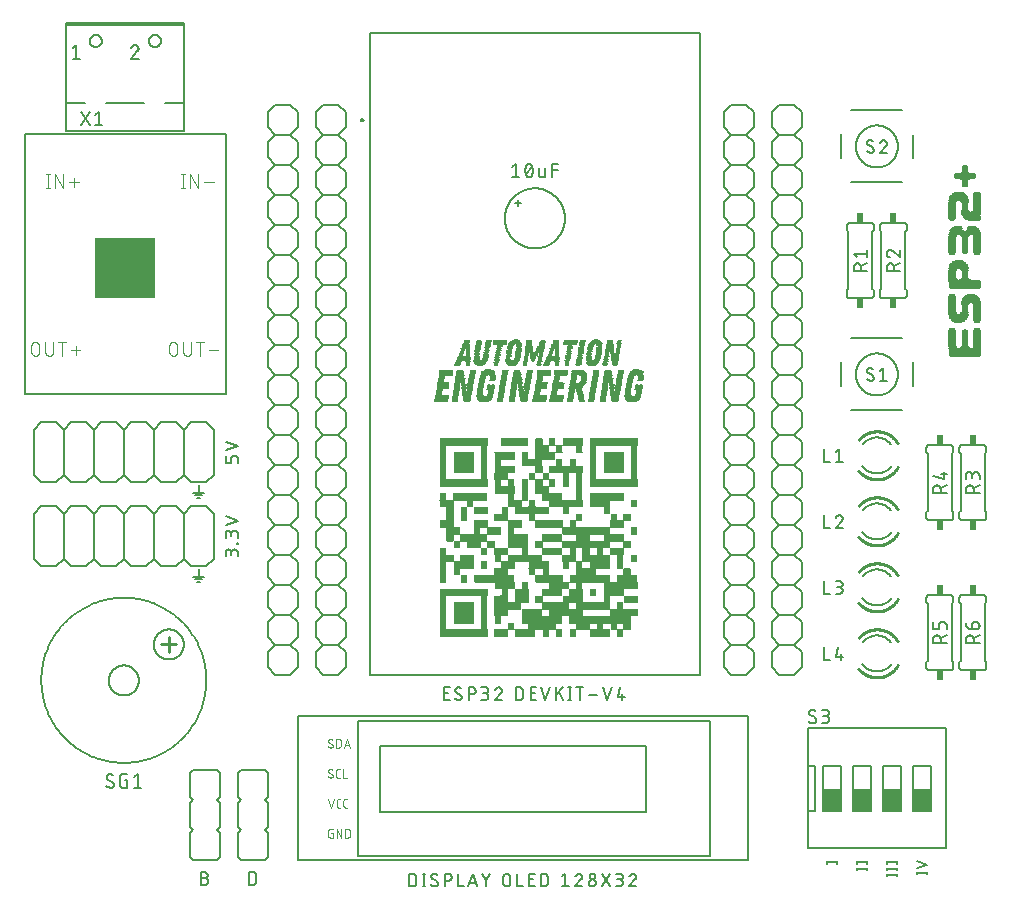
<source format=gbr>
G04 EAGLE Gerber X2 export*
%TF.Part,Single*%
%TF.FileFunction,Legend,Top,1*%
%TF.FilePolarity,Positive*%
%TF.GenerationSoftware,Autodesk,EAGLE,9.6.2*%
%TF.CreationDate,2025-03-16T21:07:39Z*%
G75*
%MOMM*%
%FSLAX34Y34*%
%LPD*%
%INSilkscreen Top*%
%AMOC8*
5,1,8,0,0,1.08239X$1,22.5*%
G01*
%ADD10C,0.203200*%
%ADD11R,4.038600X0.038100*%
%ADD12R,1.143000X0.038100*%
%ADD13R,1.714500X0.038100*%
%ADD14R,0.571500X0.038100*%
%ADD15R,1.104900X0.038100*%
%ADD16R,4.610100X0.038100*%
%ADD17R,0.533400X0.038100*%
%ADD18R,2.857500X0.038100*%
%ADD19R,1.676400X0.038100*%
%ADD20R,2.324100X0.038100*%
%ADD21R,1.181100X0.038100*%
%ADD22R,0.609600X0.038100*%
%ADD23R,3.429000X0.038100*%
%ADD24R,5.181600X0.038100*%
%ADD25R,3.467100X0.038100*%
%ADD26R,5.219700X0.038100*%
%ADD27R,1.752600X0.038100*%
%ADD28R,2.286000X0.038100*%
%ADD29R,2.895600X0.038100*%
%ADD30R,8.648700X0.038100*%
%ADD31R,5.715000X0.038100*%
%ADD32R,5.143500X0.038100*%
%ADD33R,0.381000X0.038100*%
%ADD34R,0.495300X0.038100*%
%ADD35R,0.723900X0.038100*%
%ADD36R,1.066800X0.038100*%
%ADD37R,0.304800X0.038100*%
%ADD38R,0.876300X0.038100*%
%ADD39R,0.952500X0.038100*%
%ADD40R,0.647700X0.038100*%
%ADD41R,1.219200X0.038100*%
%ADD42R,1.257300X0.038100*%
%ADD43R,0.685800X0.038100*%
%ADD44R,1.295400X0.038100*%
%ADD45R,1.333500X0.038100*%
%ADD46R,1.371600X0.038100*%
%ADD47R,0.762000X0.038100*%
%ADD48R,0.800100X0.038100*%
%ADD49R,0.457200X0.038100*%
%ADD50R,0.838200X0.038100*%
%ADD51R,0.419100X0.038100*%
%ADD52R,0.990600X0.038100*%
%ADD53R,0.228600X0.038100*%
%ADD54R,0.114300X0.038100*%
%ADD55R,0.914400X0.038100*%
%ADD56R,1.028700X0.038100*%
%ADD57R,0.342900X0.038100*%
%ADD58C,0.152400*%
%ADD59R,2.387600X0.025400*%
%ADD60R,2.514600X0.025400*%
%ADD61R,2.565400X0.025400*%
%ADD62R,2.616200X0.025400*%
%ADD63R,2.641600X0.025400*%
%ADD64R,2.667000X0.025400*%
%ADD65R,2.692400X0.025400*%
%ADD66R,2.717800X0.025400*%
%ADD67R,0.787400X0.025400*%
%ADD68R,0.939800X0.025400*%
%ADD69R,0.736600X0.025400*%
%ADD70R,0.812800X0.025400*%
%ADD71R,0.711200X0.025400*%
%ADD72R,0.685800X0.025400*%
%ADD73R,0.660400X0.025400*%
%ADD74R,0.635000X0.025400*%
%ADD75R,0.609600X0.025400*%
%ADD76R,0.584200X0.025400*%
%ADD77R,0.533400X0.025400*%
%ADD78R,0.482600X0.025400*%
%ADD79R,0.431800X0.025400*%
%ADD80R,0.381000X0.025400*%
%ADD81R,0.228600X0.025400*%
%ADD82R,0.558800X0.025400*%
%ADD83R,0.508000X0.025400*%
%ADD84R,0.457200X0.025400*%
%ADD85R,0.406400X0.025400*%
%ADD86R,0.330200X0.025400*%
%ADD87R,0.304800X0.025400*%
%ADD88R,0.355600X0.025400*%
%ADD89R,0.762000X0.025400*%
%ADD90R,0.863600X0.025400*%
%ADD91R,1.016000X0.025400*%
%ADD92R,1.066800X0.025400*%
%ADD93R,1.143000X0.025400*%
%ADD94R,1.193800X0.025400*%
%ADD95R,1.244600X0.025400*%
%ADD96R,1.270000X0.025400*%
%ADD97R,1.320800X0.025400*%
%ADD98R,1.371600X0.025400*%
%ADD99R,1.397000X0.025400*%
%ADD100R,1.422400X0.025400*%
%ADD101R,1.447800X0.025400*%
%ADD102R,1.473200X0.025400*%
%ADD103R,1.498600X0.025400*%
%ADD104R,1.524000X0.025400*%
%ADD105R,1.549400X0.025400*%
%ADD106R,1.574800X0.025400*%
%ADD107R,1.600200X0.025400*%
%ADD108R,1.625600X0.025400*%
%ADD109R,1.651000X0.025400*%
%ADD110R,1.346200X0.025400*%
%ADD111R,1.295400X0.025400*%
%ADD112R,1.092200X0.025400*%
%ADD113R,0.838200X0.025400*%
%ADD114R,2.590800X0.025400*%
%ADD115R,1.219200X0.025400*%
%ADD116R,1.168400X0.025400*%
%ADD117R,1.117600X0.025400*%
%ADD118R,1.041400X0.025400*%
%ADD119R,0.990600X0.025400*%
%ADD120R,0.889000X0.025400*%
%ADD121R,0.965200X0.025400*%
%ADD122R,0.914400X0.025400*%
%ADD123R,0.279400X0.025400*%
%ADD124R,1.701800X0.025400*%
%ADD125R,1.727200X0.025400*%
%ADD126R,1.752600X0.025400*%
%ADD127R,1.778000X0.025400*%
%ADD128R,1.803400X0.025400*%
%ADD129R,5.080000X5.080000*%
%ADD130C,0.127000*%
%ADD131C,0.254000*%
%ADD132C,0.101600*%
%ADD133R,0.609600X0.863600*%
%ADD134C,0.050800*%
%ADD135C,0.200000*%
%ADD136R,1.524000X1.905000*%


D10*
X167979Y293455D02*
X177461Y293455D01*
X172720Y293455D02*
X172720Y299974D01*
X169757Y291380D02*
X175683Y291380D01*
X173905Y289306D02*
X171535Y289306D01*
X167979Y364575D02*
X177461Y364575D01*
X172720Y364575D02*
X172720Y371094D01*
X169757Y362500D02*
X175683Y362500D01*
X173905Y360426D02*
X171535Y360426D01*
D11*
X396812Y242443D03*
D12*
X428816Y242443D03*
D13*
X448818Y242443D03*
D14*
X466344Y242443D03*
X477774Y242443D03*
X489204Y242443D03*
D13*
X512445Y242443D03*
D14*
X529590Y242443D03*
D11*
X396812Y242824D03*
D12*
X428816Y242824D03*
D13*
X448818Y242824D03*
D14*
X466344Y242824D03*
X477774Y242824D03*
X489204Y242824D03*
D13*
X512445Y242824D03*
D14*
X529590Y242824D03*
D11*
X396812Y243205D03*
D12*
X428816Y243205D03*
D13*
X448818Y243205D03*
D14*
X466344Y243205D03*
X477774Y243205D03*
X489204Y243205D03*
D13*
X512445Y243205D03*
D14*
X529590Y243205D03*
D11*
X396812Y243586D03*
D12*
X428816Y243586D03*
D13*
X448818Y243586D03*
D14*
X466344Y243586D03*
X477774Y243586D03*
X489204Y243586D03*
D13*
X512445Y243586D03*
D14*
X529590Y243586D03*
D11*
X396812Y243967D03*
D12*
X428816Y243967D03*
D13*
X448818Y243967D03*
D14*
X466344Y243967D03*
X477774Y243967D03*
X489204Y243967D03*
D13*
X512445Y243967D03*
D14*
X529590Y243967D03*
D11*
X396812Y244348D03*
D12*
X428816Y244348D03*
D13*
X448818Y244348D03*
D14*
X466344Y244348D03*
X477774Y244348D03*
X489204Y244348D03*
D13*
X512445Y244348D03*
D14*
X529590Y244348D03*
D11*
X396812Y244729D03*
D12*
X428816Y244729D03*
D13*
X448818Y244729D03*
D14*
X466344Y244729D03*
X477774Y244729D03*
X489204Y244729D03*
D13*
X512445Y244729D03*
D14*
X529590Y244729D03*
D11*
X396812Y245110D03*
D12*
X428816Y245110D03*
D13*
X448818Y245110D03*
D14*
X466344Y245110D03*
X477774Y245110D03*
X489204Y245110D03*
D13*
X512445Y245110D03*
D14*
X529590Y245110D03*
D11*
X396812Y245491D03*
D12*
X428816Y245491D03*
D13*
X448818Y245491D03*
D14*
X466344Y245491D03*
X477774Y245491D03*
X489204Y245491D03*
D13*
X512445Y245491D03*
D14*
X529590Y245491D03*
D11*
X396812Y245872D03*
D12*
X428816Y245872D03*
D13*
X448818Y245872D03*
D14*
X466344Y245872D03*
X477774Y245872D03*
X489204Y245872D03*
D13*
X512445Y245872D03*
D14*
X529590Y245872D03*
D11*
X396812Y246253D03*
D12*
X428816Y246253D03*
D13*
X448818Y246253D03*
D14*
X466344Y246253D03*
X477774Y246253D03*
X489204Y246253D03*
D13*
X512445Y246253D03*
D14*
X529590Y246253D03*
D11*
X396812Y246634D03*
D12*
X428816Y246634D03*
D13*
X448818Y246634D03*
D14*
X466344Y246634D03*
X477774Y246634D03*
X489204Y246634D03*
D13*
X512445Y246634D03*
D14*
X529590Y246634D03*
D11*
X396812Y247015D03*
D12*
X428816Y247015D03*
D13*
X448818Y247015D03*
D14*
X466344Y247015D03*
X477774Y247015D03*
X489204Y247015D03*
D13*
X512445Y247015D03*
D14*
X529590Y247015D03*
D11*
X396812Y247396D03*
D12*
X428816Y247396D03*
D13*
X448818Y247396D03*
D14*
X466344Y247396D03*
X477774Y247396D03*
X489204Y247396D03*
D13*
X512445Y247396D03*
D14*
X529590Y247396D03*
D11*
X396812Y247777D03*
D12*
X428816Y247777D03*
D13*
X448818Y247777D03*
D14*
X466344Y247777D03*
X477774Y247777D03*
X489204Y247777D03*
D13*
X512445Y247777D03*
D14*
X529590Y247777D03*
D11*
X396812Y248158D03*
D15*
X428625Y248158D03*
D16*
X457581Y248158D03*
D17*
X489395Y248158D03*
D18*
X506730Y248158D03*
D19*
X529781Y248158D03*
D14*
X379476Y248539D03*
X414147Y248539D03*
X437388Y248539D03*
D20*
X463296Y248539D03*
D21*
X497967Y248539D03*
D14*
X512445Y248539D03*
X523875Y248539D03*
D22*
X535496Y248539D03*
D14*
X379476Y248920D03*
X414147Y248920D03*
X437388Y248920D03*
D20*
X463296Y248920D03*
D21*
X497967Y248920D03*
D14*
X512445Y248920D03*
X523875Y248920D03*
D22*
X535496Y248920D03*
D14*
X379476Y249301D03*
X414147Y249301D03*
X437388Y249301D03*
D20*
X463296Y249301D03*
D21*
X497967Y249301D03*
D14*
X512445Y249301D03*
X523875Y249301D03*
D22*
X535496Y249301D03*
D14*
X379476Y249682D03*
X414147Y249682D03*
X437388Y249682D03*
D20*
X463296Y249682D03*
D21*
X497967Y249682D03*
D14*
X512445Y249682D03*
X523875Y249682D03*
D22*
X535496Y249682D03*
D14*
X379476Y250063D03*
X414147Y250063D03*
X437388Y250063D03*
D20*
X463296Y250063D03*
D21*
X497967Y250063D03*
D14*
X512445Y250063D03*
X523875Y250063D03*
D22*
X535496Y250063D03*
D14*
X379476Y250444D03*
X414147Y250444D03*
X437388Y250444D03*
D20*
X463296Y250444D03*
D21*
X497967Y250444D03*
D14*
X512445Y250444D03*
X523875Y250444D03*
D22*
X535496Y250444D03*
D14*
X379476Y250825D03*
X414147Y250825D03*
X437388Y250825D03*
D20*
X463296Y250825D03*
D21*
X497967Y250825D03*
D14*
X512445Y250825D03*
X523875Y250825D03*
D22*
X535496Y250825D03*
D14*
X379476Y251206D03*
X414147Y251206D03*
X437388Y251206D03*
D20*
X463296Y251206D03*
D21*
X497967Y251206D03*
D14*
X512445Y251206D03*
X523875Y251206D03*
D22*
X535496Y251206D03*
D14*
X379476Y251587D03*
X414147Y251587D03*
X437388Y251587D03*
D20*
X463296Y251587D03*
D21*
X497967Y251587D03*
D14*
X512445Y251587D03*
X523875Y251587D03*
D22*
X535496Y251587D03*
D14*
X379476Y251968D03*
X414147Y251968D03*
X437388Y251968D03*
D20*
X463296Y251968D03*
D21*
X497967Y251968D03*
D14*
X512445Y251968D03*
X523875Y251968D03*
D22*
X535496Y251968D03*
D14*
X379476Y252349D03*
X414147Y252349D03*
X437388Y252349D03*
D20*
X463296Y252349D03*
D21*
X497967Y252349D03*
D14*
X512445Y252349D03*
X523875Y252349D03*
D22*
X535496Y252349D03*
D14*
X379476Y252730D03*
X414147Y252730D03*
X437388Y252730D03*
D20*
X463296Y252730D03*
D21*
X497967Y252730D03*
D14*
X512445Y252730D03*
X523875Y252730D03*
D22*
X535496Y252730D03*
D14*
X379476Y253111D03*
X414147Y253111D03*
X437388Y253111D03*
D20*
X463296Y253111D03*
D21*
X497967Y253111D03*
D14*
X512445Y253111D03*
X523875Y253111D03*
D22*
X535496Y253111D03*
D14*
X379476Y253492D03*
X414147Y253492D03*
X437388Y253492D03*
D20*
X463296Y253492D03*
D21*
X497967Y253492D03*
D14*
X512445Y253492D03*
X523875Y253492D03*
D22*
X535496Y253492D03*
D14*
X379476Y253873D03*
D13*
X397002Y253873D03*
D14*
X414147Y253873D03*
D17*
X425768Y253873D03*
X437198Y253873D03*
D23*
X463487Y253873D03*
D24*
X512636Y253873D03*
D14*
X379476Y254254D03*
D13*
X397002Y254254D03*
D14*
X414147Y254254D03*
X425958Y254254D03*
D25*
X463296Y254254D03*
D26*
X512445Y254254D03*
D14*
X379476Y254635D03*
D13*
X397002Y254635D03*
D14*
X414147Y254635D03*
X425958Y254635D03*
D25*
X463296Y254635D03*
D26*
X512445Y254635D03*
D14*
X379476Y255016D03*
D13*
X397002Y255016D03*
D14*
X414147Y255016D03*
X425958Y255016D03*
D25*
X463296Y255016D03*
D26*
X512445Y255016D03*
D14*
X379476Y255397D03*
D13*
X397002Y255397D03*
D14*
X414147Y255397D03*
X425958Y255397D03*
D25*
X463296Y255397D03*
D26*
X512445Y255397D03*
D14*
X379476Y255778D03*
D13*
X397002Y255778D03*
D14*
X414147Y255778D03*
X425958Y255778D03*
D25*
X463296Y255778D03*
D26*
X512445Y255778D03*
D14*
X379476Y256159D03*
D13*
X397002Y256159D03*
D14*
X414147Y256159D03*
X425958Y256159D03*
D25*
X463296Y256159D03*
D26*
X512445Y256159D03*
D14*
X379476Y256540D03*
D13*
X397002Y256540D03*
D14*
X414147Y256540D03*
X425958Y256540D03*
D25*
X463296Y256540D03*
D26*
X512445Y256540D03*
D14*
X379476Y256921D03*
D13*
X397002Y256921D03*
D14*
X414147Y256921D03*
X425958Y256921D03*
D25*
X463296Y256921D03*
D26*
X512445Y256921D03*
D14*
X379476Y257302D03*
D13*
X397002Y257302D03*
D14*
X414147Y257302D03*
X425958Y257302D03*
D25*
X463296Y257302D03*
D26*
X512445Y257302D03*
D14*
X379476Y257683D03*
D13*
X397002Y257683D03*
D14*
X414147Y257683D03*
X425958Y257683D03*
D25*
X463296Y257683D03*
D26*
X512445Y257683D03*
D14*
X379476Y258064D03*
D13*
X397002Y258064D03*
D14*
X414147Y258064D03*
X425958Y258064D03*
D25*
X463296Y258064D03*
D26*
X512445Y258064D03*
D14*
X379476Y258445D03*
D13*
X397002Y258445D03*
D14*
X414147Y258445D03*
X425958Y258445D03*
D25*
X463296Y258445D03*
D26*
X512445Y258445D03*
D14*
X379476Y258826D03*
D13*
X397002Y258826D03*
D14*
X414147Y258826D03*
X425958Y258826D03*
D25*
X463296Y258826D03*
D26*
X512445Y258826D03*
D14*
X379476Y259207D03*
D13*
X397002Y259207D03*
D14*
X414147Y259207D03*
X425958Y259207D03*
D25*
X463296Y259207D03*
D26*
X512445Y259207D03*
D14*
X379476Y259588D03*
D13*
X397002Y259588D03*
D14*
X414147Y259588D03*
X425958Y259588D03*
D25*
X463296Y259588D03*
D26*
X512445Y259588D03*
D14*
X379476Y259969D03*
D13*
X397002Y259969D03*
D14*
X414147Y259969D03*
D12*
X428816Y259969D03*
D27*
X454724Y259969D03*
D18*
X483489Y259969D03*
D20*
X532638Y259969D03*
D14*
X379476Y260350D03*
D13*
X397002Y260350D03*
D14*
X414147Y260350D03*
D12*
X428816Y260350D03*
D27*
X454724Y260350D03*
D18*
X483489Y260350D03*
D20*
X532638Y260350D03*
D14*
X379476Y260731D03*
D13*
X397002Y260731D03*
D14*
X414147Y260731D03*
D12*
X428816Y260731D03*
D27*
X454724Y260731D03*
D18*
X483489Y260731D03*
D20*
X532638Y260731D03*
D14*
X379476Y261112D03*
D13*
X397002Y261112D03*
D14*
X414147Y261112D03*
D12*
X428816Y261112D03*
D27*
X454724Y261112D03*
D18*
X483489Y261112D03*
D20*
X532638Y261112D03*
D14*
X379476Y261493D03*
D13*
X397002Y261493D03*
D14*
X414147Y261493D03*
D12*
X428816Y261493D03*
D27*
X454724Y261493D03*
D18*
X483489Y261493D03*
D20*
X532638Y261493D03*
D14*
X379476Y261874D03*
D13*
X397002Y261874D03*
D14*
X414147Y261874D03*
D12*
X428816Y261874D03*
D27*
X454724Y261874D03*
D18*
X483489Y261874D03*
D20*
X532638Y261874D03*
D14*
X379476Y262255D03*
D13*
X397002Y262255D03*
D14*
X414147Y262255D03*
D12*
X428816Y262255D03*
D27*
X454724Y262255D03*
D18*
X483489Y262255D03*
D20*
X532638Y262255D03*
D14*
X379476Y262636D03*
D13*
X397002Y262636D03*
D14*
X414147Y262636D03*
D12*
X428816Y262636D03*
D27*
X454724Y262636D03*
D18*
X483489Y262636D03*
D20*
X532638Y262636D03*
D14*
X379476Y263017D03*
D13*
X397002Y263017D03*
D14*
X414147Y263017D03*
D12*
X428816Y263017D03*
D27*
X454724Y263017D03*
D18*
X483489Y263017D03*
D20*
X532638Y263017D03*
D14*
X379476Y263398D03*
D13*
X397002Y263398D03*
D14*
X414147Y263398D03*
D12*
X428816Y263398D03*
D27*
X454724Y263398D03*
D18*
X483489Y263398D03*
D20*
X532638Y263398D03*
D14*
X379476Y263779D03*
D13*
X397002Y263779D03*
D14*
X414147Y263779D03*
D12*
X428816Y263779D03*
D27*
X454724Y263779D03*
D18*
X483489Y263779D03*
D20*
X532638Y263779D03*
D14*
X379476Y264160D03*
D13*
X397002Y264160D03*
D14*
X414147Y264160D03*
D12*
X428816Y264160D03*
D27*
X454724Y264160D03*
D18*
X483489Y264160D03*
D20*
X532638Y264160D03*
D14*
X379476Y264541D03*
D13*
X397002Y264541D03*
D14*
X414147Y264541D03*
D12*
X428816Y264541D03*
D27*
X454724Y264541D03*
D18*
X483489Y264541D03*
D20*
X532638Y264541D03*
D14*
X379476Y264922D03*
D13*
X397002Y264922D03*
D14*
X414147Y264922D03*
D12*
X428816Y264922D03*
D27*
X454724Y264922D03*
D18*
X483489Y264922D03*
D20*
X532638Y264922D03*
D14*
X379476Y265303D03*
D13*
X397002Y265303D03*
D14*
X414147Y265303D03*
D12*
X428816Y265303D03*
D27*
X454724Y265303D03*
D18*
X483489Y265303D03*
D20*
X532638Y265303D03*
D14*
X379476Y265684D03*
D13*
X397002Y265684D03*
D14*
X414147Y265684D03*
D28*
X434531Y265684D03*
X474917Y265684D03*
D29*
X506540Y265684D03*
D14*
X529590Y265684D03*
X379476Y266065D03*
D13*
X397002Y266065D03*
D14*
X414147Y266065D03*
D28*
X434531Y266065D03*
X474917Y266065D03*
D29*
X506540Y266065D03*
D14*
X529590Y266065D03*
X379476Y266446D03*
D13*
X397002Y266446D03*
D14*
X414147Y266446D03*
D28*
X434531Y266446D03*
X474917Y266446D03*
D29*
X506540Y266446D03*
D14*
X529590Y266446D03*
X379476Y266827D03*
D13*
X397002Y266827D03*
D14*
X414147Y266827D03*
D28*
X434531Y266827D03*
X474917Y266827D03*
D29*
X506540Y266827D03*
D14*
X529590Y266827D03*
X379476Y267208D03*
D13*
X397002Y267208D03*
D14*
X414147Y267208D03*
D28*
X434531Y267208D03*
X474917Y267208D03*
D29*
X506540Y267208D03*
D14*
X529590Y267208D03*
X379476Y267589D03*
D13*
X397002Y267589D03*
D14*
X414147Y267589D03*
D28*
X434531Y267589D03*
X474917Y267589D03*
D29*
X506540Y267589D03*
D14*
X529590Y267589D03*
X379476Y267970D03*
D13*
X397002Y267970D03*
D14*
X414147Y267970D03*
D28*
X434531Y267970D03*
X474917Y267970D03*
D29*
X506540Y267970D03*
D14*
X529590Y267970D03*
X379476Y268351D03*
D13*
X397002Y268351D03*
D14*
X414147Y268351D03*
D28*
X434531Y268351D03*
X474917Y268351D03*
D29*
X506540Y268351D03*
D14*
X529590Y268351D03*
X379476Y268732D03*
D13*
X397002Y268732D03*
D14*
X414147Y268732D03*
D28*
X434531Y268732D03*
X474917Y268732D03*
D29*
X506540Y268732D03*
D14*
X529590Y268732D03*
X379476Y269113D03*
D13*
X397002Y269113D03*
D14*
X414147Y269113D03*
D28*
X434531Y269113D03*
X474917Y269113D03*
D29*
X506540Y269113D03*
D14*
X529590Y269113D03*
X379476Y269494D03*
D13*
X397002Y269494D03*
D14*
X414147Y269494D03*
D28*
X434531Y269494D03*
X474917Y269494D03*
D29*
X506540Y269494D03*
D14*
X529590Y269494D03*
X379476Y269875D03*
D13*
X397002Y269875D03*
D14*
X414147Y269875D03*
D28*
X434531Y269875D03*
X474917Y269875D03*
D29*
X506540Y269875D03*
D14*
X529590Y269875D03*
X379476Y270256D03*
D13*
X397002Y270256D03*
D14*
X414147Y270256D03*
D28*
X434531Y270256D03*
X474917Y270256D03*
D29*
X506540Y270256D03*
D14*
X529590Y270256D03*
X379476Y270637D03*
D13*
X397002Y270637D03*
D14*
X414147Y270637D03*
D28*
X434531Y270637D03*
X474917Y270637D03*
D29*
X506540Y270637D03*
D14*
X529590Y270637D03*
X379476Y271018D03*
D13*
X397002Y271018D03*
D14*
X414147Y271018D03*
D28*
X434531Y271018D03*
X474917Y271018D03*
D29*
X506540Y271018D03*
D14*
X529590Y271018D03*
X379476Y271399D03*
X414147Y271399D03*
D12*
X428816Y271399D03*
X445961Y271399D03*
D22*
X460439Y271399D03*
D13*
X489204Y271399D03*
D14*
X518160Y271399D03*
D21*
X538353Y271399D03*
D14*
X379476Y271780D03*
X414147Y271780D03*
D12*
X428816Y271780D03*
X445961Y271780D03*
D22*
X460439Y271780D03*
D13*
X489204Y271780D03*
D14*
X518160Y271780D03*
D21*
X538353Y271780D03*
D14*
X379476Y272161D03*
X414147Y272161D03*
D12*
X428816Y272161D03*
X445961Y272161D03*
D22*
X460439Y272161D03*
D13*
X489204Y272161D03*
D14*
X518160Y272161D03*
D21*
X538353Y272161D03*
D14*
X379476Y272542D03*
X414147Y272542D03*
D12*
X428816Y272542D03*
X445961Y272542D03*
D22*
X460439Y272542D03*
D13*
X489204Y272542D03*
D14*
X518160Y272542D03*
D21*
X538353Y272542D03*
D14*
X379476Y272923D03*
X414147Y272923D03*
D12*
X428816Y272923D03*
X445961Y272923D03*
D22*
X460439Y272923D03*
D13*
X489204Y272923D03*
D14*
X518160Y272923D03*
D21*
X538353Y272923D03*
D14*
X379476Y273304D03*
X414147Y273304D03*
D12*
X428816Y273304D03*
X445961Y273304D03*
D22*
X460439Y273304D03*
D13*
X489204Y273304D03*
D14*
X518160Y273304D03*
D21*
X538353Y273304D03*
D14*
X379476Y273685D03*
X414147Y273685D03*
D12*
X428816Y273685D03*
X445961Y273685D03*
D22*
X460439Y273685D03*
D13*
X489204Y273685D03*
D14*
X518160Y273685D03*
D21*
X538353Y273685D03*
D14*
X379476Y274066D03*
X414147Y274066D03*
D12*
X428816Y274066D03*
X445961Y274066D03*
D22*
X460439Y274066D03*
D13*
X489204Y274066D03*
D14*
X518160Y274066D03*
D21*
X538353Y274066D03*
D14*
X379476Y274447D03*
X414147Y274447D03*
D12*
X428816Y274447D03*
X445961Y274447D03*
D22*
X460439Y274447D03*
D13*
X489204Y274447D03*
D14*
X518160Y274447D03*
D21*
X538353Y274447D03*
D14*
X379476Y274828D03*
X414147Y274828D03*
D12*
X428816Y274828D03*
X445961Y274828D03*
D22*
X460439Y274828D03*
D13*
X489204Y274828D03*
D14*
X518160Y274828D03*
D21*
X538353Y274828D03*
D14*
X379476Y275209D03*
X414147Y275209D03*
D12*
X428816Y275209D03*
X445961Y275209D03*
D22*
X460439Y275209D03*
D13*
X489204Y275209D03*
D14*
X518160Y275209D03*
D21*
X538353Y275209D03*
D14*
X379476Y275590D03*
X414147Y275590D03*
D12*
X428816Y275590D03*
X445961Y275590D03*
D22*
X460439Y275590D03*
D13*
X489204Y275590D03*
D14*
X518160Y275590D03*
D21*
X538353Y275590D03*
D14*
X379476Y275971D03*
X414147Y275971D03*
D12*
X428816Y275971D03*
X445961Y275971D03*
D22*
X460439Y275971D03*
D13*
X489204Y275971D03*
D14*
X518160Y275971D03*
D21*
X538353Y275971D03*
D14*
X379476Y276352D03*
X414147Y276352D03*
D12*
X428816Y276352D03*
X445961Y276352D03*
D22*
X460439Y276352D03*
D13*
X489204Y276352D03*
D14*
X518160Y276352D03*
D21*
X538353Y276352D03*
D14*
X379476Y276733D03*
X414147Y276733D03*
D12*
X428816Y276733D03*
X445961Y276733D03*
D22*
X460439Y276733D03*
D13*
X489204Y276733D03*
D14*
X518160Y276733D03*
D21*
X538353Y276733D03*
D11*
X396812Y277114D03*
D22*
X431483Y277114D03*
D12*
X445961Y277114D03*
D13*
X472059Y277114D03*
D12*
X492062Y277114D03*
D14*
X506730Y277114D03*
D13*
X523875Y277114D03*
D11*
X396812Y277495D03*
D14*
X431673Y277495D03*
D12*
X445961Y277495D03*
D13*
X472059Y277495D03*
D12*
X492062Y277495D03*
D14*
X506730Y277495D03*
D13*
X523875Y277495D03*
D11*
X396812Y277876D03*
D14*
X431673Y277876D03*
D12*
X445961Y277876D03*
D13*
X472059Y277876D03*
D12*
X492062Y277876D03*
D14*
X506730Y277876D03*
D13*
X523875Y277876D03*
D11*
X396812Y278257D03*
D14*
X431673Y278257D03*
D12*
X445961Y278257D03*
D13*
X472059Y278257D03*
D12*
X492062Y278257D03*
D14*
X506730Y278257D03*
D13*
X523875Y278257D03*
D11*
X396812Y278638D03*
D14*
X431673Y278638D03*
D12*
X445961Y278638D03*
D13*
X472059Y278638D03*
D12*
X492062Y278638D03*
D14*
X506730Y278638D03*
D13*
X523875Y278638D03*
D11*
X396812Y279019D03*
D14*
X431673Y279019D03*
D12*
X445961Y279019D03*
D13*
X472059Y279019D03*
D12*
X492062Y279019D03*
D14*
X506730Y279019D03*
D13*
X523875Y279019D03*
D11*
X396812Y279400D03*
D14*
X431673Y279400D03*
D12*
X445961Y279400D03*
D13*
X472059Y279400D03*
D12*
X492062Y279400D03*
D14*
X506730Y279400D03*
D13*
X523875Y279400D03*
D11*
X396812Y279781D03*
D14*
X431673Y279781D03*
D12*
X445961Y279781D03*
D13*
X472059Y279781D03*
D12*
X492062Y279781D03*
D14*
X506730Y279781D03*
D13*
X523875Y279781D03*
D11*
X396812Y280162D03*
D14*
X431673Y280162D03*
D12*
X445961Y280162D03*
D13*
X472059Y280162D03*
D12*
X492062Y280162D03*
D14*
X506730Y280162D03*
D13*
X523875Y280162D03*
D11*
X396812Y280543D03*
D14*
X431673Y280543D03*
D12*
X445961Y280543D03*
D13*
X472059Y280543D03*
D12*
X492062Y280543D03*
D14*
X506730Y280543D03*
D13*
X523875Y280543D03*
D11*
X396812Y280924D03*
D14*
X431673Y280924D03*
D12*
X445961Y280924D03*
D13*
X472059Y280924D03*
D12*
X492062Y280924D03*
D14*
X506730Y280924D03*
D13*
X523875Y280924D03*
D11*
X396812Y281305D03*
D14*
X431673Y281305D03*
D12*
X445961Y281305D03*
D13*
X472059Y281305D03*
D12*
X492062Y281305D03*
D14*
X506730Y281305D03*
D13*
X523875Y281305D03*
D11*
X396812Y281686D03*
D14*
X431673Y281686D03*
D12*
X445961Y281686D03*
D13*
X472059Y281686D03*
D12*
X492062Y281686D03*
D14*
X506730Y281686D03*
D13*
X523875Y281686D03*
D11*
X396812Y282067D03*
D14*
X431673Y282067D03*
D12*
X445961Y282067D03*
D13*
X472059Y282067D03*
D12*
X492062Y282067D03*
D14*
X506730Y282067D03*
D13*
X523875Y282067D03*
D11*
X396812Y282448D03*
D14*
X431673Y282448D03*
D12*
X445961Y282448D03*
D13*
X472059Y282448D03*
D12*
X492062Y282448D03*
D14*
X506730Y282448D03*
D13*
X523875Y282448D03*
X431673Y282829D03*
D14*
X448818Y282829D03*
D13*
X477774Y282829D03*
D14*
X494919Y282829D03*
D29*
X529781Y282829D03*
D13*
X431673Y283210D03*
D14*
X448818Y283210D03*
D13*
X477774Y283210D03*
D14*
X494919Y283210D03*
D29*
X529781Y283210D03*
D13*
X431673Y283591D03*
D14*
X448818Y283591D03*
D13*
X477774Y283591D03*
D14*
X494919Y283591D03*
D29*
X529781Y283591D03*
D13*
X431673Y283972D03*
D14*
X448818Y283972D03*
D13*
X477774Y283972D03*
D14*
X494919Y283972D03*
D29*
X529781Y283972D03*
D13*
X431673Y284353D03*
D14*
X448818Y284353D03*
D13*
X477774Y284353D03*
D14*
X494919Y284353D03*
D29*
X529781Y284353D03*
D13*
X431673Y284734D03*
D14*
X448818Y284734D03*
D13*
X477774Y284734D03*
D14*
X494919Y284734D03*
D29*
X529781Y284734D03*
D13*
X431673Y285115D03*
D14*
X448818Y285115D03*
D13*
X477774Y285115D03*
D14*
X494919Y285115D03*
D29*
X529781Y285115D03*
D13*
X431673Y285496D03*
D14*
X448818Y285496D03*
D13*
X477774Y285496D03*
D14*
X494919Y285496D03*
D29*
X529781Y285496D03*
D13*
X431673Y285877D03*
D14*
X448818Y285877D03*
D13*
X477774Y285877D03*
D14*
X494919Y285877D03*
D29*
X529781Y285877D03*
D13*
X431673Y286258D03*
D14*
X448818Y286258D03*
D13*
X477774Y286258D03*
D14*
X494919Y286258D03*
D29*
X529781Y286258D03*
D13*
X431673Y286639D03*
D14*
X448818Y286639D03*
D13*
X477774Y286639D03*
D14*
X494919Y286639D03*
D29*
X529781Y286639D03*
D13*
X431673Y287020D03*
D14*
X448818Y287020D03*
D13*
X477774Y287020D03*
D14*
X494919Y287020D03*
D29*
X529781Y287020D03*
D13*
X431673Y287401D03*
D14*
X448818Y287401D03*
D13*
X477774Y287401D03*
D14*
X494919Y287401D03*
D29*
X529781Y287401D03*
D13*
X431673Y287782D03*
D14*
X448818Y287782D03*
D13*
X477774Y287782D03*
D14*
X494919Y287782D03*
D29*
X529781Y287782D03*
D13*
X431673Y288163D03*
D14*
X448818Y288163D03*
D13*
X477774Y288163D03*
D14*
X494919Y288163D03*
D29*
X529781Y288163D03*
D17*
X379667Y288544D03*
X396812Y288544D03*
D23*
X423101Y288544D03*
D17*
X449009Y288544D03*
D30*
X501015Y288544D03*
D14*
X379476Y288925D03*
X397002Y288925D03*
D25*
X422910Y288925D03*
D20*
X469011Y288925D03*
D25*
X503682Y288925D03*
D27*
X535496Y288925D03*
D14*
X379476Y289306D03*
X397002Y289306D03*
D25*
X422910Y289306D03*
D20*
X469011Y289306D03*
D25*
X503682Y289306D03*
D27*
X535496Y289306D03*
D14*
X379476Y289687D03*
X397002Y289687D03*
D25*
X422910Y289687D03*
D20*
X469011Y289687D03*
D25*
X503682Y289687D03*
D27*
X535496Y289687D03*
D14*
X379476Y290068D03*
X397002Y290068D03*
D25*
X422910Y290068D03*
D20*
X469011Y290068D03*
D25*
X503682Y290068D03*
D27*
X535496Y290068D03*
D14*
X379476Y290449D03*
X397002Y290449D03*
D25*
X422910Y290449D03*
D20*
X469011Y290449D03*
D25*
X503682Y290449D03*
D27*
X535496Y290449D03*
D14*
X379476Y290830D03*
X397002Y290830D03*
D25*
X422910Y290830D03*
D20*
X469011Y290830D03*
D25*
X503682Y290830D03*
D27*
X535496Y290830D03*
D14*
X379476Y291211D03*
X397002Y291211D03*
D25*
X422910Y291211D03*
D20*
X469011Y291211D03*
D25*
X503682Y291211D03*
D27*
X535496Y291211D03*
D14*
X379476Y291592D03*
X397002Y291592D03*
D25*
X422910Y291592D03*
D20*
X469011Y291592D03*
D25*
X503682Y291592D03*
D27*
X535496Y291592D03*
D14*
X379476Y291973D03*
X397002Y291973D03*
D25*
X422910Y291973D03*
D20*
X469011Y291973D03*
D25*
X503682Y291973D03*
D27*
X535496Y291973D03*
D14*
X379476Y292354D03*
X397002Y292354D03*
D25*
X422910Y292354D03*
D20*
X469011Y292354D03*
D25*
X503682Y292354D03*
D27*
X535496Y292354D03*
D14*
X379476Y292735D03*
X397002Y292735D03*
D25*
X422910Y292735D03*
D20*
X469011Y292735D03*
D25*
X503682Y292735D03*
D27*
X535496Y292735D03*
D14*
X379476Y293116D03*
X397002Y293116D03*
D25*
X422910Y293116D03*
D20*
X469011Y293116D03*
D25*
X503682Y293116D03*
D27*
X535496Y293116D03*
D14*
X379476Y293497D03*
X397002Y293497D03*
D25*
X422910Y293497D03*
D20*
X469011Y293497D03*
D25*
X503682Y293497D03*
D27*
X535496Y293497D03*
D14*
X379476Y293878D03*
X397002Y293878D03*
D25*
X422910Y293878D03*
D20*
X469011Y293878D03*
D25*
X503682Y293878D03*
D27*
X535496Y293878D03*
D14*
X379476Y294259D03*
X397002Y294259D03*
D25*
X422910Y294259D03*
D20*
X469011Y294259D03*
D25*
X503682Y294259D03*
D27*
X535496Y294259D03*
D14*
X379476Y294640D03*
X391287Y294640D03*
D12*
X428816Y294640D03*
D14*
X454533Y294640D03*
X466344Y294640D03*
D27*
X500825Y294640D03*
D22*
X535496Y294640D03*
D14*
X379476Y295021D03*
X391287Y295021D03*
D12*
X428816Y295021D03*
D14*
X454533Y295021D03*
X466344Y295021D03*
D27*
X500825Y295021D03*
D22*
X535496Y295021D03*
D14*
X379476Y295402D03*
X391287Y295402D03*
D12*
X428816Y295402D03*
D14*
X454533Y295402D03*
X466344Y295402D03*
D27*
X500825Y295402D03*
D22*
X535496Y295402D03*
D14*
X379476Y295783D03*
X391287Y295783D03*
D12*
X428816Y295783D03*
D14*
X454533Y295783D03*
X466344Y295783D03*
D27*
X500825Y295783D03*
D22*
X535496Y295783D03*
D14*
X379476Y296164D03*
X391287Y296164D03*
D12*
X428816Y296164D03*
D14*
X454533Y296164D03*
X466344Y296164D03*
D27*
X500825Y296164D03*
D22*
X535496Y296164D03*
D14*
X379476Y296545D03*
X391287Y296545D03*
D12*
X428816Y296545D03*
D14*
X454533Y296545D03*
X466344Y296545D03*
D27*
X500825Y296545D03*
D22*
X535496Y296545D03*
D14*
X379476Y296926D03*
X391287Y296926D03*
D12*
X428816Y296926D03*
D14*
X454533Y296926D03*
X466344Y296926D03*
D27*
X500825Y296926D03*
D22*
X535496Y296926D03*
D14*
X379476Y297307D03*
X391287Y297307D03*
D12*
X428816Y297307D03*
D14*
X454533Y297307D03*
X466344Y297307D03*
D27*
X500825Y297307D03*
D22*
X535496Y297307D03*
D14*
X379476Y297688D03*
X391287Y297688D03*
D12*
X428816Y297688D03*
D14*
X454533Y297688D03*
X466344Y297688D03*
D27*
X500825Y297688D03*
D22*
X535496Y297688D03*
D14*
X379476Y298069D03*
X391287Y298069D03*
D12*
X428816Y298069D03*
D14*
X454533Y298069D03*
X466344Y298069D03*
D27*
X500825Y298069D03*
D22*
X535496Y298069D03*
D14*
X379476Y298450D03*
X391287Y298450D03*
D12*
X428816Y298450D03*
D14*
X454533Y298450D03*
X466344Y298450D03*
D27*
X500825Y298450D03*
D22*
X535496Y298450D03*
D14*
X379476Y298831D03*
X391287Y298831D03*
D12*
X428816Y298831D03*
D14*
X454533Y298831D03*
X466344Y298831D03*
D27*
X500825Y298831D03*
D22*
X535496Y298831D03*
D14*
X379476Y299212D03*
X391287Y299212D03*
D12*
X428816Y299212D03*
D14*
X454533Y299212D03*
X466344Y299212D03*
D27*
X500825Y299212D03*
D22*
X535496Y299212D03*
D14*
X379476Y299593D03*
X391287Y299593D03*
D12*
X428816Y299593D03*
D14*
X454533Y299593D03*
X466344Y299593D03*
D27*
X500825Y299593D03*
D22*
X535496Y299593D03*
D14*
X379476Y299974D03*
X391287Y299974D03*
D12*
X428816Y299974D03*
D22*
X454724Y299974D03*
X466154Y299974D03*
D27*
X500825Y299974D03*
D14*
X535305Y299974D03*
X379476Y300355D03*
D13*
X397002Y300355D03*
D14*
X414147Y300355D03*
D12*
X434531Y300355D03*
D27*
X460439Y300355D03*
D14*
X483489Y300355D03*
X494919Y300355D03*
D13*
X512445Y300355D03*
D14*
X529590Y300355D03*
X379476Y300736D03*
D13*
X397002Y300736D03*
D14*
X414147Y300736D03*
D12*
X434531Y300736D03*
D27*
X460439Y300736D03*
D14*
X483489Y300736D03*
X494919Y300736D03*
D13*
X512445Y300736D03*
D14*
X529590Y300736D03*
X379476Y301117D03*
D13*
X397002Y301117D03*
D14*
X414147Y301117D03*
D12*
X434531Y301117D03*
D27*
X460439Y301117D03*
D14*
X483489Y301117D03*
X494919Y301117D03*
D13*
X512445Y301117D03*
D14*
X529590Y301117D03*
X379476Y301498D03*
D13*
X397002Y301498D03*
D14*
X414147Y301498D03*
D12*
X434531Y301498D03*
D27*
X460439Y301498D03*
D14*
X483489Y301498D03*
X494919Y301498D03*
D13*
X512445Y301498D03*
D14*
X529590Y301498D03*
X379476Y301879D03*
D13*
X397002Y301879D03*
D14*
X414147Y301879D03*
D12*
X434531Y301879D03*
D27*
X460439Y301879D03*
D14*
X483489Y301879D03*
X494919Y301879D03*
D13*
X512445Y301879D03*
D14*
X529590Y301879D03*
X379476Y302260D03*
D13*
X397002Y302260D03*
D14*
X414147Y302260D03*
D12*
X434531Y302260D03*
D27*
X460439Y302260D03*
D14*
X483489Y302260D03*
X494919Y302260D03*
D13*
X512445Y302260D03*
D14*
X529590Y302260D03*
X379476Y302641D03*
D13*
X397002Y302641D03*
D14*
X414147Y302641D03*
D12*
X434531Y302641D03*
D27*
X460439Y302641D03*
D14*
X483489Y302641D03*
X494919Y302641D03*
D13*
X512445Y302641D03*
D14*
X529590Y302641D03*
X379476Y303022D03*
D13*
X397002Y303022D03*
D14*
X414147Y303022D03*
D12*
X434531Y303022D03*
D27*
X460439Y303022D03*
D14*
X483489Y303022D03*
X494919Y303022D03*
D13*
X512445Y303022D03*
D14*
X529590Y303022D03*
X379476Y303403D03*
D13*
X397002Y303403D03*
D14*
X414147Y303403D03*
D12*
X434531Y303403D03*
D27*
X460439Y303403D03*
D14*
X483489Y303403D03*
X494919Y303403D03*
D13*
X512445Y303403D03*
D14*
X529590Y303403D03*
X379476Y303784D03*
D13*
X397002Y303784D03*
D14*
X414147Y303784D03*
D12*
X434531Y303784D03*
D27*
X460439Y303784D03*
D14*
X483489Y303784D03*
X494919Y303784D03*
D13*
X512445Y303784D03*
D14*
X529590Y303784D03*
X379476Y304165D03*
D13*
X397002Y304165D03*
D14*
X414147Y304165D03*
D12*
X434531Y304165D03*
D27*
X460439Y304165D03*
D14*
X483489Y304165D03*
X494919Y304165D03*
D13*
X512445Y304165D03*
D14*
X529590Y304165D03*
X379476Y304546D03*
D13*
X397002Y304546D03*
D14*
X414147Y304546D03*
D12*
X434531Y304546D03*
D27*
X460439Y304546D03*
D14*
X483489Y304546D03*
X494919Y304546D03*
D13*
X512445Y304546D03*
D14*
X529590Y304546D03*
X379476Y304927D03*
D13*
X397002Y304927D03*
D14*
X414147Y304927D03*
D12*
X434531Y304927D03*
D27*
X460439Y304927D03*
D14*
X483489Y304927D03*
X494919Y304927D03*
D13*
X512445Y304927D03*
D14*
X529590Y304927D03*
X379476Y305308D03*
D13*
X397002Y305308D03*
D14*
X414147Y305308D03*
D12*
X434531Y305308D03*
D27*
X460439Y305308D03*
D14*
X483489Y305308D03*
X494919Y305308D03*
D13*
X512445Y305308D03*
D14*
X529590Y305308D03*
X379476Y305689D03*
D13*
X397002Y305689D03*
D14*
X414147Y305689D03*
D12*
X434531Y305689D03*
D27*
X460439Y305689D03*
D14*
X483489Y305689D03*
X494919Y305689D03*
D13*
X512445Y305689D03*
D14*
X529590Y305689D03*
D21*
X382524Y306070D03*
D12*
X399860Y306070D03*
D14*
X425958Y306070D03*
D29*
X449009Y306070D03*
D12*
X486347Y306070D03*
D20*
X509397Y306070D03*
D14*
X529590Y306070D03*
X541401Y306070D03*
D21*
X382524Y306451D03*
D12*
X399860Y306451D03*
D14*
X425958Y306451D03*
D29*
X449009Y306451D03*
D12*
X486347Y306451D03*
D20*
X509397Y306451D03*
D14*
X529590Y306451D03*
X541401Y306451D03*
D21*
X382524Y306832D03*
D12*
X399860Y306832D03*
D14*
X425958Y306832D03*
D29*
X449009Y306832D03*
D12*
X486347Y306832D03*
D20*
X509397Y306832D03*
D14*
X529590Y306832D03*
X541401Y306832D03*
D21*
X382524Y307213D03*
D12*
X399860Y307213D03*
D14*
X425958Y307213D03*
D29*
X449009Y307213D03*
D12*
X486347Y307213D03*
D20*
X509397Y307213D03*
D14*
X529590Y307213D03*
X541401Y307213D03*
D21*
X382524Y307594D03*
D12*
X399860Y307594D03*
D14*
X425958Y307594D03*
D29*
X449009Y307594D03*
D12*
X486347Y307594D03*
D20*
X509397Y307594D03*
D14*
X529590Y307594D03*
X541401Y307594D03*
D21*
X382524Y307975D03*
D12*
X399860Y307975D03*
D14*
X425958Y307975D03*
D29*
X449009Y307975D03*
D12*
X486347Y307975D03*
D20*
X509397Y307975D03*
D14*
X529590Y307975D03*
X541401Y307975D03*
D21*
X382524Y308356D03*
D12*
X399860Y308356D03*
D14*
X425958Y308356D03*
D29*
X449009Y308356D03*
D12*
X486347Y308356D03*
D20*
X509397Y308356D03*
D14*
X529590Y308356D03*
X541401Y308356D03*
D21*
X382524Y308737D03*
D12*
X399860Y308737D03*
D14*
X425958Y308737D03*
D29*
X449009Y308737D03*
D12*
X486347Y308737D03*
D20*
X509397Y308737D03*
D14*
X529590Y308737D03*
X541401Y308737D03*
D21*
X382524Y309118D03*
D12*
X399860Y309118D03*
D14*
X425958Y309118D03*
D29*
X449009Y309118D03*
D12*
X486347Y309118D03*
D20*
X509397Y309118D03*
D14*
X529590Y309118D03*
X541401Y309118D03*
D21*
X382524Y309499D03*
D12*
X399860Y309499D03*
D14*
X425958Y309499D03*
D29*
X449009Y309499D03*
D12*
X486347Y309499D03*
D20*
X509397Y309499D03*
D14*
X529590Y309499D03*
X541401Y309499D03*
D21*
X382524Y309880D03*
D12*
X399860Y309880D03*
D14*
X425958Y309880D03*
D29*
X449009Y309880D03*
D12*
X486347Y309880D03*
D20*
X509397Y309880D03*
D14*
X529590Y309880D03*
X541401Y309880D03*
D21*
X382524Y310261D03*
D12*
X399860Y310261D03*
D14*
X425958Y310261D03*
D29*
X449009Y310261D03*
D12*
X486347Y310261D03*
D20*
X509397Y310261D03*
D14*
X529590Y310261D03*
X541401Y310261D03*
D21*
X382524Y310642D03*
D12*
X399860Y310642D03*
D14*
X425958Y310642D03*
D29*
X449009Y310642D03*
D12*
X486347Y310642D03*
D20*
X509397Y310642D03*
D14*
X529590Y310642D03*
X541401Y310642D03*
D21*
X382524Y311023D03*
D12*
X399860Y311023D03*
D14*
X425958Y311023D03*
D29*
X449009Y311023D03*
D12*
X486347Y311023D03*
D20*
X509397Y311023D03*
D14*
X529590Y311023D03*
X541401Y311023D03*
D21*
X382524Y311404D03*
D12*
X399860Y311404D03*
D14*
X425958Y311404D03*
D29*
X449009Y311404D03*
D12*
X486347Y311404D03*
D20*
X509397Y311404D03*
D14*
X529590Y311404D03*
X541401Y311404D03*
X379476Y311785D03*
X414147Y311785D03*
D12*
X428816Y311785D03*
D14*
X448818Y311785D03*
D13*
X472059Y311785D03*
D14*
X489204Y311785D03*
D22*
X500825Y311785D03*
D14*
X512445Y311785D03*
D12*
X526733Y311785D03*
D14*
X379476Y312166D03*
X414147Y312166D03*
D12*
X428816Y312166D03*
D14*
X448818Y312166D03*
D13*
X472059Y312166D03*
D14*
X489204Y312166D03*
D22*
X500825Y312166D03*
D14*
X512445Y312166D03*
D12*
X526733Y312166D03*
D14*
X379476Y312547D03*
X414147Y312547D03*
D12*
X428816Y312547D03*
D14*
X448818Y312547D03*
D13*
X472059Y312547D03*
D14*
X489204Y312547D03*
D22*
X500825Y312547D03*
D14*
X512445Y312547D03*
D12*
X526733Y312547D03*
D14*
X379476Y312928D03*
X414147Y312928D03*
D12*
X428816Y312928D03*
D14*
X448818Y312928D03*
D13*
X472059Y312928D03*
D14*
X489204Y312928D03*
D22*
X500825Y312928D03*
D14*
X512445Y312928D03*
D12*
X526733Y312928D03*
D14*
X379476Y313309D03*
X414147Y313309D03*
D12*
X428816Y313309D03*
D14*
X448818Y313309D03*
D13*
X472059Y313309D03*
D14*
X489204Y313309D03*
D22*
X500825Y313309D03*
D14*
X512445Y313309D03*
D12*
X526733Y313309D03*
D14*
X379476Y313690D03*
X414147Y313690D03*
D12*
X428816Y313690D03*
D14*
X448818Y313690D03*
D13*
X472059Y313690D03*
D14*
X489204Y313690D03*
D22*
X500825Y313690D03*
D14*
X512445Y313690D03*
D12*
X526733Y313690D03*
D14*
X379476Y314071D03*
X414147Y314071D03*
D12*
X428816Y314071D03*
D14*
X448818Y314071D03*
D13*
X472059Y314071D03*
D14*
X489204Y314071D03*
D22*
X500825Y314071D03*
D14*
X512445Y314071D03*
D12*
X526733Y314071D03*
D14*
X379476Y314452D03*
X414147Y314452D03*
D12*
X428816Y314452D03*
D14*
X448818Y314452D03*
D13*
X472059Y314452D03*
D14*
X489204Y314452D03*
D22*
X500825Y314452D03*
D14*
X512445Y314452D03*
D12*
X526733Y314452D03*
D14*
X379476Y314833D03*
X414147Y314833D03*
D12*
X428816Y314833D03*
D14*
X448818Y314833D03*
D13*
X472059Y314833D03*
D14*
X489204Y314833D03*
D22*
X500825Y314833D03*
D14*
X512445Y314833D03*
D12*
X526733Y314833D03*
D14*
X379476Y315214D03*
X414147Y315214D03*
D12*
X428816Y315214D03*
D14*
X448818Y315214D03*
D13*
X472059Y315214D03*
D14*
X489204Y315214D03*
D22*
X500825Y315214D03*
D14*
X512445Y315214D03*
D12*
X526733Y315214D03*
D14*
X379476Y315595D03*
X414147Y315595D03*
D12*
X428816Y315595D03*
D14*
X448818Y315595D03*
D13*
X472059Y315595D03*
D14*
X489204Y315595D03*
D22*
X500825Y315595D03*
D14*
X512445Y315595D03*
D12*
X526733Y315595D03*
D14*
X379476Y315976D03*
X414147Y315976D03*
D12*
X428816Y315976D03*
D14*
X448818Y315976D03*
D13*
X472059Y315976D03*
D14*
X489204Y315976D03*
D22*
X500825Y315976D03*
D14*
X512445Y315976D03*
D12*
X526733Y315976D03*
D14*
X379476Y316357D03*
X414147Y316357D03*
D12*
X428816Y316357D03*
D14*
X448818Y316357D03*
D13*
X472059Y316357D03*
D14*
X489204Y316357D03*
D22*
X500825Y316357D03*
D14*
X512445Y316357D03*
D12*
X526733Y316357D03*
D14*
X379476Y316738D03*
X414147Y316738D03*
D12*
X428816Y316738D03*
D14*
X448818Y316738D03*
D13*
X472059Y316738D03*
D14*
X489204Y316738D03*
D22*
X500825Y316738D03*
D14*
X512445Y316738D03*
D12*
X526733Y316738D03*
D14*
X379476Y317119D03*
X414147Y317119D03*
D12*
X428816Y317119D03*
D14*
X448818Y317119D03*
D13*
X472059Y317119D03*
D14*
X489204Y317119D03*
D22*
X500825Y317119D03*
D14*
X512445Y317119D03*
D12*
X526733Y317119D03*
D14*
X391287Y317500D03*
D12*
X405575Y317500D03*
D22*
X420053Y317500D03*
D13*
X443103Y317500D03*
D14*
X460629Y317500D03*
D11*
X500825Y317500D03*
D14*
X535305Y317500D03*
X391287Y317881D03*
D12*
X405575Y317881D03*
D22*
X420053Y317881D03*
D13*
X443103Y317881D03*
D22*
X460439Y317881D03*
D11*
X500825Y317881D03*
D22*
X535496Y317881D03*
D14*
X391287Y318262D03*
D12*
X405575Y318262D03*
D22*
X420053Y318262D03*
D13*
X443103Y318262D03*
D22*
X460439Y318262D03*
D11*
X500825Y318262D03*
D22*
X535496Y318262D03*
D14*
X391287Y318643D03*
D12*
X405575Y318643D03*
D22*
X420053Y318643D03*
D13*
X443103Y318643D03*
D22*
X460439Y318643D03*
D11*
X500825Y318643D03*
D22*
X535496Y318643D03*
D14*
X391287Y319024D03*
D12*
X405575Y319024D03*
D22*
X420053Y319024D03*
D13*
X443103Y319024D03*
D22*
X460439Y319024D03*
D11*
X500825Y319024D03*
D22*
X535496Y319024D03*
D14*
X391287Y319405D03*
D12*
X405575Y319405D03*
D22*
X420053Y319405D03*
D13*
X443103Y319405D03*
D22*
X460439Y319405D03*
D11*
X500825Y319405D03*
D22*
X535496Y319405D03*
D14*
X391287Y319786D03*
D12*
X405575Y319786D03*
D22*
X420053Y319786D03*
D13*
X443103Y319786D03*
D22*
X460439Y319786D03*
D11*
X500825Y319786D03*
D22*
X535496Y319786D03*
D14*
X391287Y320167D03*
D12*
X405575Y320167D03*
D22*
X420053Y320167D03*
D13*
X443103Y320167D03*
D22*
X460439Y320167D03*
D11*
X500825Y320167D03*
D22*
X535496Y320167D03*
D14*
X391287Y320548D03*
D12*
X405575Y320548D03*
D22*
X420053Y320548D03*
D13*
X443103Y320548D03*
D22*
X460439Y320548D03*
D11*
X500825Y320548D03*
D22*
X535496Y320548D03*
D14*
X391287Y320929D03*
D12*
X405575Y320929D03*
D22*
X420053Y320929D03*
D13*
X443103Y320929D03*
D22*
X460439Y320929D03*
D11*
X500825Y320929D03*
D22*
X535496Y320929D03*
D14*
X391287Y321310D03*
D12*
X405575Y321310D03*
D22*
X420053Y321310D03*
D13*
X443103Y321310D03*
D22*
X460439Y321310D03*
D11*
X500825Y321310D03*
D22*
X535496Y321310D03*
D14*
X391287Y321691D03*
D12*
X405575Y321691D03*
D22*
X420053Y321691D03*
D13*
X443103Y321691D03*
D22*
X460439Y321691D03*
D11*
X500825Y321691D03*
D22*
X535496Y321691D03*
D14*
X391287Y322072D03*
D12*
X405575Y322072D03*
D22*
X420053Y322072D03*
D13*
X443103Y322072D03*
D22*
X460439Y322072D03*
D11*
X500825Y322072D03*
D22*
X535496Y322072D03*
D14*
X391287Y322453D03*
D12*
X405575Y322453D03*
D22*
X420053Y322453D03*
D13*
X443103Y322453D03*
D22*
X460439Y322453D03*
D11*
X500825Y322453D03*
D22*
X535496Y322453D03*
D14*
X391287Y322834D03*
D12*
X405575Y322834D03*
D22*
X420053Y322834D03*
D13*
X443103Y322834D03*
D22*
X460439Y322834D03*
D11*
X500825Y322834D03*
D22*
X535496Y322834D03*
D17*
X385382Y323215D03*
X391097Y323215D03*
D28*
X405575Y323215D03*
D17*
X420053Y323215D03*
D13*
X443103Y323215D03*
D17*
X460439Y323215D03*
D13*
X472059Y323215D03*
D31*
X509588Y323215D03*
D22*
X385382Y323596D03*
D28*
X405575Y323596D03*
D13*
X443103Y323596D03*
X472059Y323596D03*
D21*
X497967Y323596D03*
D13*
X523875Y323596D03*
D22*
X385382Y323977D03*
D28*
X405575Y323977D03*
D13*
X443103Y323977D03*
X472059Y323977D03*
D21*
X497967Y323977D03*
D13*
X523875Y323977D03*
D22*
X385382Y324358D03*
D28*
X405575Y324358D03*
D13*
X443103Y324358D03*
X472059Y324358D03*
D21*
X497967Y324358D03*
D13*
X523875Y324358D03*
D22*
X385382Y324739D03*
D28*
X405575Y324739D03*
D13*
X443103Y324739D03*
X472059Y324739D03*
D21*
X497967Y324739D03*
D13*
X523875Y324739D03*
D22*
X385382Y325120D03*
D28*
X405575Y325120D03*
D13*
X443103Y325120D03*
X472059Y325120D03*
D21*
X497967Y325120D03*
D13*
X523875Y325120D03*
D22*
X385382Y325501D03*
D28*
X405575Y325501D03*
D13*
X443103Y325501D03*
X472059Y325501D03*
D21*
X497967Y325501D03*
D13*
X523875Y325501D03*
D22*
X385382Y325882D03*
D28*
X405575Y325882D03*
D13*
X443103Y325882D03*
X472059Y325882D03*
D21*
X497967Y325882D03*
D13*
X523875Y325882D03*
D22*
X385382Y326263D03*
D28*
X405575Y326263D03*
D13*
X443103Y326263D03*
X472059Y326263D03*
D21*
X497967Y326263D03*
D13*
X523875Y326263D03*
D22*
X385382Y326644D03*
D28*
X405575Y326644D03*
D13*
X443103Y326644D03*
X472059Y326644D03*
D21*
X497967Y326644D03*
D13*
X523875Y326644D03*
D22*
X385382Y327025D03*
D28*
X405575Y327025D03*
D13*
X443103Y327025D03*
X472059Y327025D03*
D21*
X497967Y327025D03*
D13*
X523875Y327025D03*
D22*
X385382Y327406D03*
D28*
X405575Y327406D03*
D13*
X443103Y327406D03*
X472059Y327406D03*
D21*
X497967Y327406D03*
D13*
X523875Y327406D03*
D22*
X385382Y327787D03*
D28*
X405575Y327787D03*
D13*
X443103Y327787D03*
X472059Y327787D03*
D21*
X497967Y327787D03*
D13*
X523875Y327787D03*
D22*
X385382Y328168D03*
D28*
X405575Y328168D03*
D13*
X443103Y328168D03*
X472059Y328168D03*
D21*
X497967Y328168D03*
D13*
X523875Y328168D03*
D22*
X385382Y328549D03*
D28*
X405575Y328549D03*
D13*
X443103Y328549D03*
X472059Y328549D03*
D21*
X497967Y328549D03*
D13*
X523875Y328549D03*
D12*
X388049Y328930D03*
D28*
X405575Y328930D03*
D15*
X422910Y328930D03*
D13*
X443103Y328930D03*
X472059Y328930D03*
D32*
X506730Y328930D03*
D17*
X541211Y328930D03*
D21*
X388239Y329311D03*
D14*
X408432Y329311D03*
D21*
X422910Y329311D03*
D14*
X437388Y329311D03*
D11*
X500825Y329311D03*
D14*
X541401Y329311D03*
D21*
X388239Y329692D03*
D14*
X408432Y329692D03*
D21*
X422910Y329692D03*
D14*
X437388Y329692D03*
D11*
X500825Y329692D03*
D14*
X541401Y329692D03*
D21*
X388239Y330073D03*
D14*
X408432Y330073D03*
D21*
X422910Y330073D03*
D14*
X437388Y330073D03*
D11*
X500825Y330073D03*
D14*
X541401Y330073D03*
D21*
X388239Y330454D03*
D14*
X408432Y330454D03*
D21*
X422910Y330454D03*
D14*
X437388Y330454D03*
D11*
X500825Y330454D03*
D14*
X541401Y330454D03*
D21*
X388239Y330835D03*
D14*
X408432Y330835D03*
D21*
X422910Y330835D03*
D14*
X437388Y330835D03*
D11*
X500825Y330835D03*
D14*
X541401Y330835D03*
D21*
X388239Y331216D03*
D14*
X408432Y331216D03*
D21*
X422910Y331216D03*
D14*
X437388Y331216D03*
D11*
X500825Y331216D03*
D14*
X541401Y331216D03*
D21*
X388239Y331597D03*
D14*
X408432Y331597D03*
D21*
X422910Y331597D03*
D14*
X437388Y331597D03*
D11*
X500825Y331597D03*
D14*
X541401Y331597D03*
D21*
X388239Y331978D03*
D14*
X408432Y331978D03*
D21*
X422910Y331978D03*
D14*
X437388Y331978D03*
D11*
X500825Y331978D03*
D14*
X541401Y331978D03*
D21*
X388239Y332359D03*
D14*
X408432Y332359D03*
D21*
X422910Y332359D03*
D14*
X437388Y332359D03*
D11*
X500825Y332359D03*
D14*
X541401Y332359D03*
D21*
X388239Y332740D03*
D14*
X408432Y332740D03*
D21*
X422910Y332740D03*
D14*
X437388Y332740D03*
D11*
X500825Y332740D03*
D14*
X541401Y332740D03*
D21*
X388239Y333121D03*
D14*
X408432Y333121D03*
D21*
X422910Y333121D03*
D14*
X437388Y333121D03*
D11*
X500825Y333121D03*
D14*
X541401Y333121D03*
D21*
X388239Y333502D03*
D14*
X408432Y333502D03*
D21*
X422910Y333502D03*
D14*
X437388Y333502D03*
D11*
X500825Y333502D03*
D14*
X541401Y333502D03*
D21*
X388239Y333883D03*
D14*
X408432Y333883D03*
D21*
X422910Y333883D03*
D14*
X437388Y333883D03*
D11*
X500825Y333883D03*
D14*
X541401Y333883D03*
D21*
X388239Y334264D03*
D14*
X408432Y334264D03*
D21*
X422910Y334264D03*
D14*
X437388Y334264D03*
D11*
X500825Y334264D03*
D14*
X541401Y334264D03*
D21*
X388239Y334645D03*
D14*
X408432Y334645D03*
D12*
X422720Y334645D03*
D14*
X437388Y334645D03*
D11*
X500825Y334645D03*
D14*
X541401Y334645D03*
D21*
X382524Y335026D03*
D12*
X411290Y335026D03*
X440246Y335026D03*
D20*
X469011Y335026D03*
D14*
X489204Y335026D03*
D12*
X526733Y335026D03*
D21*
X382524Y335407D03*
D12*
X411290Y335407D03*
X440246Y335407D03*
D20*
X469011Y335407D03*
D14*
X489204Y335407D03*
D12*
X526733Y335407D03*
D21*
X382524Y335788D03*
D12*
X411290Y335788D03*
X440246Y335788D03*
D20*
X469011Y335788D03*
D14*
X489204Y335788D03*
D12*
X526733Y335788D03*
D21*
X382524Y336169D03*
D12*
X411290Y336169D03*
X440246Y336169D03*
D20*
X469011Y336169D03*
D14*
X489204Y336169D03*
D12*
X526733Y336169D03*
D21*
X382524Y336550D03*
D12*
X411290Y336550D03*
X440246Y336550D03*
D20*
X469011Y336550D03*
D14*
X489204Y336550D03*
D12*
X526733Y336550D03*
D21*
X382524Y336931D03*
D12*
X411290Y336931D03*
X440246Y336931D03*
D20*
X469011Y336931D03*
D14*
X489204Y336931D03*
D12*
X526733Y336931D03*
D21*
X382524Y337312D03*
D12*
X411290Y337312D03*
X440246Y337312D03*
D20*
X469011Y337312D03*
D14*
X489204Y337312D03*
D12*
X526733Y337312D03*
D21*
X382524Y337693D03*
D12*
X411290Y337693D03*
X440246Y337693D03*
D20*
X469011Y337693D03*
D14*
X489204Y337693D03*
D12*
X526733Y337693D03*
D21*
X382524Y338074D03*
D12*
X411290Y338074D03*
X440246Y338074D03*
D20*
X469011Y338074D03*
D14*
X489204Y338074D03*
D12*
X526733Y338074D03*
D21*
X382524Y338455D03*
D12*
X411290Y338455D03*
X440246Y338455D03*
D20*
X469011Y338455D03*
D14*
X489204Y338455D03*
D12*
X526733Y338455D03*
D21*
X382524Y338836D03*
D12*
X411290Y338836D03*
X440246Y338836D03*
D20*
X469011Y338836D03*
D14*
X489204Y338836D03*
D12*
X526733Y338836D03*
D21*
X382524Y339217D03*
D12*
X411290Y339217D03*
X440246Y339217D03*
D20*
X469011Y339217D03*
D14*
X489204Y339217D03*
D12*
X526733Y339217D03*
D21*
X382524Y339598D03*
D12*
X411290Y339598D03*
X440246Y339598D03*
D20*
X469011Y339598D03*
D14*
X489204Y339598D03*
D12*
X526733Y339598D03*
D21*
X382524Y339979D03*
D12*
X411290Y339979D03*
X440246Y339979D03*
D20*
X469011Y339979D03*
D14*
X489204Y339979D03*
D12*
X526733Y339979D03*
D21*
X382524Y340360D03*
D12*
X411290Y340360D03*
X440246Y340360D03*
D20*
X469011Y340360D03*
D14*
X489204Y340360D03*
D12*
X526733Y340360D03*
D22*
X385382Y340741D03*
D14*
X397002Y340741D03*
D12*
X428816Y340741D03*
D14*
X454533Y340741D03*
X494919Y340741D03*
X523875Y340741D03*
D22*
X535496Y340741D03*
X385382Y341122D03*
D14*
X397002Y341122D03*
D12*
X428816Y341122D03*
D14*
X454533Y341122D03*
X494919Y341122D03*
X523875Y341122D03*
D22*
X535496Y341122D03*
X385382Y341503D03*
D14*
X397002Y341503D03*
D12*
X428816Y341503D03*
D14*
X454533Y341503D03*
X494919Y341503D03*
X523875Y341503D03*
D22*
X535496Y341503D03*
X385382Y341884D03*
D14*
X397002Y341884D03*
D12*
X428816Y341884D03*
D14*
X454533Y341884D03*
X494919Y341884D03*
X523875Y341884D03*
D22*
X535496Y341884D03*
X385382Y342265D03*
D14*
X397002Y342265D03*
D12*
X428816Y342265D03*
D14*
X454533Y342265D03*
X494919Y342265D03*
X523875Y342265D03*
D22*
X535496Y342265D03*
X385382Y342646D03*
D14*
X397002Y342646D03*
D12*
X428816Y342646D03*
D14*
X454533Y342646D03*
X494919Y342646D03*
X523875Y342646D03*
D22*
X535496Y342646D03*
X385382Y343027D03*
D14*
X397002Y343027D03*
D12*
X428816Y343027D03*
D14*
X454533Y343027D03*
X494919Y343027D03*
X523875Y343027D03*
D22*
X535496Y343027D03*
X385382Y343408D03*
D14*
X397002Y343408D03*
D12*
X428816Y343408D03*
D14*
X454533Y343408D03*
X494919Y343408D03*
X523875Y343408D03*
D22*
X535496Y343408D03*
X385382Y343789D03*
D14*
X397002Y343789D03*
D12*
X428816Y343789D03*
D14*
X454533Y343789D03*
X494919Y343789D03*
X523875Y343789D03*
D22*
X535496Y343789D03*
X385382Y344170D03*
D14*
X397002Y344170D03*
D12*
X428816Y344170D03*
D14*
X454533Y344170D03*
X494919Y344170D03*
X523875Y344170D03*
D22*
X535496Y344170D03*
X385382Y344551D03*
D14*
X397002Y344551D03*
D12*
X428816Y344551D03*
D14*
X454533Y344551D03*
X494919Y344551D03*
X523875Y344551D03*
D22*
X535496Y344551D03*
X385382Y344932D03*
D14*
X397002Y344932D03*
D12*
X428816Y344932D03*
D14*
X454533Y344932D03*
X494919Y344932D03*
X523875Y344932D03*
D22*
X535496Y344932D03*
X385382Y345313D03*
D14*
X397002Y345313D03*
D12*
X428816Y345313D03*
D14*
X454533Y345313D03*
X494919Y345313D03*
X523875Y345313D03*
D22*
X535496Y345313D03*
X385382Y345694D03*
D14*
X397002Y345694D03*
D12*
X428816Y345694D03*
D14*
X454533Y345694D03*
X494919Y345694D03*
X523875Y345694D03*
D22*
X535496Y345694D03*
X385382Y346075D03*
D14*
X397002Y346075D03*
D12*
X428816Y346075D03*
D14*
X454533Y346075D03*
X494919Y346075D03*
X523875Y346075D03*
D22*
X535496Y346075D03*
X385382Y346456D03*
D14*
X397002Y346456D03*
D12*
X411290Y346456D03*
D14*
X431673Y346456D03*
D29*
X454724Y346456D03*
D14*
X483489Y346456D03*
X518160Y346456D03*
D22*
X385382Y346837D03*
D14*
X397002Y346837D03*
D12*
X411290Y346837D03*
D14*
X431673Y346837D03*
D29*
X454724Y346837D03*
D14*
X483489Y346837D03*
X518160Y346837D03*
D22*
X385382Y347218D03*
D14*
X397002Y347218D03*
D12*
X411290Y347218D03*
D14*
X431673Y347218D03*
D29*
X454724Y347218D03*
D14*
X483489Y347218D03*
X518160Y347218D03*
D22*
X385382Y347599D03*
D14*
X397002Y347599D03*
D12*
X411290Y347599D03*
D14*
X431673Y347599D03*
D29*
X454724Y347599D03*
D14*
X483489Y347599D03*
X518160Y347599D03*
D22*
X385382Y347980D03*
D14*
X397002Y347980D03*
D12*
X411290Y347980D03*
D14*
X431673Y347980D03*
D29*
X454724Y347980D03*
D14*
X483489Y347980D03*
X518160Y347980D03*
D22*
X385382Y348361D03*
D14*
X397002Y348361D03*
D12*
X411290Y348361D03*
D14*
X431673Y348361D03*
D29*
X454724Y348361D03*
D14*
X483489Y348361D03*
X518160Y348361D03*
D22*
X385382Y348742D03*
D14*
X397002Y348742D03*
D12*
X411290Y348742D03*
D14*
X431673Y348742D03*
D29*
X454724Y348742D03*
D14*
X483489Y348742D03*
X518160Y348742D03*
D22*
X385382Y349123D03*
D14*
X397002Y349123D03*
D12*
X411290Y349123D03*
D14*
X431673Y349123D03*
D29*
X454724Y349123D03*
D14*
X483489Y349123D03*
X518160Y349123D03*
D22*
X385382Y349504D03*
D14*
X397002Y349504D03*
D12*
X411290Y349504D03*
D14*
X431673Y349504D03*
D29*
X454724Y349504D03*
D14*
X483489Y349504D03*
X518160Y349504D03*
D22*
X385382Y349885D03*
D14*
X397002Y349885D03*
D12*
X411290Y349885D03*
D14*
X431673Y349885D03*
D29*
X454724Y349885D03*
D14*
X483489Y349885D03*
X518160Y349885D03*
D22*
X385382Y350266D03*
D14*
X397002Y350266D03*
D12*
X411290Y350266D03*
D14*
X431673Y350266D03*
D29*
X454724Y350266D03*
D14*
X483489Y350266D03*
X518160Y350266D03*
D22*
X385382Y350647D03*
D14*
X397002Y350647D03*
D12*
X411290Y350647D03*
D14*
X431673Y350647D03*
D29*
X454724Y350647D03*
D14*
X483489Y350647D03*
X518160Y350647D03*
D22*
X385382Y351028D03*
D14*
X397002Y351028D03*
D12*
X411290Y351028D03*
D14*
X431673Y351028D03*
D29*
X454724Y351028D03*
D14*
X483489Y351028D03*
X518160Y351028D03*
D22*
X385382Y351409D03*
D14*
X397002Y351409D03*
D12*
X411290Y351409D03*
D14*
X431673Y351409D03*
D29*
X454724Y351409D03*
D14*
X483489Y351409D03*
X518160Y351409D03*
D22*
X385382Y351790D03*
D14*
X397002Y351790D03*
D12*
X411290Y351790D03*
D14*
X431673Y351790D03*
D29*
X454724Y351790D03*
D14*
X483489Y351790D03*
X518160Y351790D03*
D21*
X382524Y352171D03*
D14*
X402717Y352171D03*
D12*
X440246Y352171D03*
D22*
X454724Y352171D03*
D18*
X483489Y352171D03*
D13*
X512445Y352171D03*
D14*
X541401Y352171D03*
D21*
X382524Y352552D03*
D14*
X402717Y352552D03*
D12*
X440246Y352552D03*
D14*
X454533Y352552D03*
D18*
X483489Y352552D03*
D13*
X512445Y352552D03*
D14*
X541401Y352552D03*
D21*
X382524Y352933D03*
D14*
X402717Y352933D03*
D12*
X440246Y352933D03*
D14*
X454533Y352933D03*
D18*
X483489Y352933D03*
D13*
X512445Y352933D03*
D14*
X541401Y352933D03*
D21*
X382524Y353314D03*
D14*
X402717Y353314D03*
D12*
X440246Y353314D03*
D14*
X454533Y353314D03*
D18*
X483489Y353314D03*
D13*
X512445Y353314D03*
D14*
X541401Y353314D03*
D21*
X382524Y353695D03*
D14*
X402717Y353695D03*
D12*
X440246Y353695D03*
D14*
X454533Y353695D03*
D18*
X483489Y353695D03*
D13*
X512445Y353695D03*
D14*
X541401Y353695D03*
D21*
X382524Y354076D03*
D14*
X402717Y354076D03*
D12*
X440246Y354076D03*
D14*
X454533Y354076D03*
D18*
X483489Y354076D03*
D13*
X512445Y354076D03*
D14*
X541401Y354076D03*
D21*
X382524Y354457D03*
D14*
X402717Y354457D03*
D12*
X440246Y354457D03*
D14*
X454533Y354457D03*
D18*
X483489Y354457D03*
D13*
X512445Y354457D03*
D14*
X541401Y354457D03*
D21*
X382524Y354838D03*
D14*
X402717Y354838D03*
D12*
X440246Y354838D03*
D14*
X454533Y354838D03*
D18*
X483489Y354838D03*
D13*
X512445Y354838D03*
D14*
X541401Y354838D03*
D21*
X382524Y355219D03*
D14*
X402717Y355219D03*
D12*
X440246Y355219D03*
D14*
X454533Y355219D03*
D18*
X483489Y355219D03*
D13*
X512445Y355219D03*
D14*
X541401Y355219D03*
D21*
X382524Y355600D03*
D14*
X402717Y355600D03*
D12*
X440246Y355600D03*
D14*
X454533Y355600D03*
D18*
X483489Y355600D03*
D13*
X512445Y355600D03*
D14*
X541401Y355600D03*
D21*
X382524Y355981D03*
D14*
X402717Y355981D03*
D12*
X440246Y355981D03*
D14*
X454533Y355981D03*
D18*
X483489Y355981D03*
D13*
X512445Y355981D03*
D14*
X541401Y355981D03*
D21*
X382524Y356362D03*
D14*
X402717Y356362D03*
D12*
X440246Y356362D03*
D14*
X454533Y356362D03*
D18*
X483489Y356362D03*
D13*
X512445Y356362D03*
D14*
X541401Y356362D03*
D21*
X382524Y356743D03*
D14*
X402717Y356743D03*
D12*
X440246Y356743D03*
D14*
X454533Y356743D03*
D18*
X483489Y356743D03*
D13*
X512445Y356743D03*
D14*
X541401Y356743D03*
D21*
X382524Y357124D03*
D14*
X402717Y357124D03*
D12*
X440246Y357124D03*
D14*
X454533Y357124D03*
D18*
X483489Y357124D03*
D13*
X512445Y357124D03*
D14*
X541401Y357124D03*
D21*
X382524Y357505D03*
D14*
X402717Y357505D03*
D12*
X440246Y357505D03*
D14*
X454533Y357505D03*
D18*
X483489Y357505D03*
D13*
X512445Y357505D03*
D14*
X541401Y357505D03*
D22*
X379667Y357886D03*
D18*
X402717Y357886D03*
D14*
X437388Y357886D03*
X448818Y357886D03*
D13*
X472059Y357886D03*
D14*
X494919Y357886D03*
D18*
X518160Y357886D03*
D14*
X379476Y358267D03*
D18*
X402717Y358267D03*
D14*
X437388Y358267D03*
X448818Y358267D03*
D13*
X472059Y358267D03*
D14*
X494919Y358267D03*
D18*
X518160Y358267D03*
D14*
X379476Y358648D03*
D18*
X402717Y358648D03*
D14*
X437388Y358648D03*
X448818Y358648D03*
D13*
X472059Y358648D03*
D14*
X494919Y358648D03*
D18*
X518160Y358648D03*
D14*
X379476Y359029D03*
D18*
X402717Y359029D03*
D14*
X437388Y359029D03*
X448818Y359029D03*
D13*
X472059Y359029D03*
D14*
X494919Y359029D03*
D18*
X518160Y359029D03*
D14*
X379476Y359410D03*
D18*
X402717Y359410D03*
D14*
X437388Y359410D03*
X448818Y359410D03*
D13*
X472059Y359410D03*
D14*
X494919Y359410D03*
D18*
X518160Y359410D03*
D14*
X379476Y359791D03*
D18*
X402717Y359791D03*
D14*
X437388Y359791D03*
X448818Y359791D03*
D13*
X472059Y359791D03*
D14*
X494919Y359791D03*
D18*
X518160Y359791D03*
D14*
X379476Y360172D03*
D18*
X402717Y360172D03*
D14*
X437388Y360172D03*
X448818Y360172D03*
D13*
X472059Y360172D03*
D14*
X494919Y360172D03*
D18*
X518160Y360172D03*
D14*
X379476Y360553D03*
D18*
X402717Y360553D03*
D14*
X437388Y360553D03*
X448818Y360553D03*
D13*
X472059Y360553D03*
D14*
X494919Y360553D03*
D18*
X518160Y360553D03*
D14*
X379476Y360934D03*
D18*
X402717Y360934D03*
D14*
X437388Y360934D03*
X448818Y360934D03*
D13*
X472059Y360934D03*
D14*
X494919Y360934D03*
D18*
X518160Y360934D03*
D14*
X379476Y361315D03*
D18*
X402717Y361315D03*
D14*
X437388Y361315D03*
X448818Y361315D03*
D13*
X472059Y361315D03*
D14*
X494919Y361315D03*
D18*
X518160Y361315D03*
D14*
X379476Y361696D03*
D18*
X402717Y361696D03*
D14*
X437388Y361696D03*
X448818Y361696D03*
D13*
X472059Y361696D03*
D14*
X494919Y361696D03*
D18*
X518160Y361696D03*
D14*
X379476Y362077D03*
D18*
X402717Y362077D03*
D14*
X437388Y362077D03*
X448818Y362077D03*
D13*
X472059Y362077D03*
D14*
X494919Y362077D03*
D18*
X518160Y362077D03*
D14*
X379476Y362458D03*
D18*
X402717Y362458D03*
D14*
X437388Y362458D03*
X448818Y362458D03*
D13*
X472059Y362458D03*
D14*
X494919Y362458D03*
D18*
X518160Y362458D03*
D14*
X379476Y362839D03*
D18*
X402717Y362839D03*
D14*
X437388Y362839D03*
X448818Y362839D03*
D13*
X472059Y362839D03*
D14*
X494919Y362839D03*
D18*
X518160Y362839D03*
D14*
X379476Y363220D03*
D18*
X402717Y363220D03*
D14*
X437388Y363220D03*
X448818Y363220D03*
D13*
X472059Y363220D03*
D14*
X494919Y363220D03*
D18*
X518160Y363220D03*
D17*
X379667Y363601D03*
D18*
X402717Y363601D03*
D13*
X431673Y363601D03*
D14*
X448818Y363601D03*
D28*
X469202Y363601D03*
D14*
X494919Y363601D03*
D18*
X518160Y363601D03*
D13*
X431673Y363982D03*
D14*
X448818Y363982D03*
D21*
X463296Y363982D03*
D14*
X494919Y363982D03*
D13*
X431673Y364363D03*
D14*
X448818Y364363D03*
D21*
X463296Y364363D03*
D14*
X494919Y364363D03*
D13*
X431673Y364744D03*
D14*
X448818Y364744D03*
D21*
X463296Y364744D03*
D14*
X494919Y364744D03*
D13*
X431673Y365125D03*
D14*
X448818Y365125D03*
D21*
X463296Y365125D03*
D14*
X494919Y365125D03*
D13*
X431673Y365506D03*
D14*
X448818Y365506D03*
D21*
X463296Y365506D03*
D14*
X494919Y365506D03*
D13*
X431673Y365887D03*
D14*
X448818Y365887D03*
D21*
X463296Y365887D03*
D14*
X494919Y365887D03*
D13*
X431673Y366268D03*
D14*
X448818Y366268D03*
D21*
X463296Y366268D03*
D14*
X494919Y366268D03*
D13*
X431673Y366649D03*
D14*
X448818Y366649D03*
D21*
X463296Y366649D03*
D14*
X494919Y366649D03*
D13*
X431673Y367030D03*
D14*
X448818Y367030D03*
D21*
X463296Y367030D03*
D14*
X494919Y367030D03*
D13*
X431673Y367411D03*
D14*
X448818Y367411D03*
D21*
X463296Y367411D03*
D14*
X494919Y367411D03*
D13*
X431673Y367792D03*
D14*
X448818Y367792D03*
D21*
X463296Y367792D03*
D14*
X494919Y367792D03*
D13*
X431673Y368173D03*
D14*
X448818Y368173D03*
D21*
X463296Y368173D03*
D14*
X494919Y368173D03*
D13*
X431673Y368554D03*
D14*
X448818Y368554D03*
D21*
X463296Y368554D03*
D14*
X494919Y368554D03*
D13*
X431673Y368935D03*
D14*
X448818Y368935D03*
D21*
X463296Y368935D03*
D14*
X494919Y368935D03*
D13*
X431673Y369316D03*
D14*
X448818Y369316D03*
D21*
X463296Y369316D03*
D14*
X494919Y369316D03*
D11*
X396812Y369697D03*
D14*
X425958Y369697D03*
X437388Y369697D03*
X448818Y369697D03*
D22*
X460439Y369697D03*
D14*
X472059Y369697D03*
X483489Y369697D03*
X494919Y369697D03*
D11*
X524066Y369697D03*
X396812Y370078D03*
D14*
X425958Y370078D03*
X437388Y370078D03*
X448818Y370078D03*
D22*
X460439Y370078D03*
D14*
X472059Y370078D03*
X483489Y370078D03*
X494919Y370078D03*
D11*
X524066Y370078D03*
X396812Y370459D03*
D14*
X425958Y370459D03*
X437388Y370459D03*
X448818Y370459D03*
D22*
X460439Y370459D03*
D14*
X472059Y370459D03*
X483489Y370459D03*
X494919Y370459D03*
D11*
X524066Y370459D03*
X396812Y370840D03*
D14*
X425958Y370840D03*
X437388Y370840D03*
X448818Y370840D03*
D22*
X460439Y370840D03*
D14*
X472059Y370840D03*
X483489Y370840D03*
X494919Y370840D03*
D11*
X524066Y370840D03*
X396812Y371221D03*
D14*
X425958Y371221D03*
X437388Y371221D03*
X448818Y371221D03*
D22*
X460439Y371221D03*
D14*
X472059Y371221D03*
X483489Y371221D03*
X494919Y371221D03*
D11*
X524066Y371221D03*
X396812Y371602D03*
D14*
X425958Y371602D03*
X437388Y371602D03*
X448818Y371602D03*
D22*
X460439Y371602D03*
D14*
X472059Y371602D03*
X483489Y371602D03*
X494919Y371602D03*
D11*
X524066Y371602D03*
X396812Y371983D03*
D14*
X425958Y371983D03*
X437388Y371983D03*
X448818Y371983D03*
D22*
X460439Y371983D03*
D14*
X472059Y371983D03*
X483489Y371983D03*
X494919Y371983D03*
D11*
X524066Y371983D03*
X396812Y372364D03*
D14*
X425958Y372364D03*
X437388Y372364D03*
X448818Y372364D03*
D22*
X460439Y372364D03*
D14*
X472059Y372364D03*
X483489Y372364D03*
X494919Y372364D03*
D11*
X524066Y372364D03*
X396812Y372745D03*
D14*
X425958Y372745D03*
X437388Y372745D03*
X448818Y372745D03*
D22*
X460439Y372745D03*
D14*
X472059Y372745D03*
X483489Y372745D03*
X494919Y372745D03*
D11*
X524066Y372745D03*
X396812Y373126D03*
D14*
X425958Y373126D03*
X437388Y373126D03*
X448818Y373126D03*
D22*
X460439Y373126D03*
D14*
X472059Y373126D03*
X483489Y373126D03*
X494919Y373126D03*
D11*
X524066Y373126D03*
X396812Y373507D03*
D14*
X425958Y373507D03*
X437388Y373507D03*
X448818Y373507D03*
D22*
X460439Y373507D03*
D14*
X472059Y373507D03*
X483489Y373507D03*
X494919Y373507D03*
D11*
X524066Y373507D03*
X396812Y373888D03*
D14*
X425958Y373888D03*
X437388Y373888D03*
X448818Y373888D03*
D22*
X460439Y373888D03*
D14*
X472059Y373888D03*
X483489Y373888D03*
X494919Y373888D03*
D11*
X524066Y373888D03*
X396812Y374269D03*
D14*
X425958Y374269D03*
X437388Y374269D03*
X448818Y374269D03*
D22*
X460439Y374269D03*
D14*
X472059Y374269D03*
X483489Y374269D03*
X494919Y374269D03*
D11*
X524066Y374269D03*
X396812Y374650D03*
D14*
X425958Y374650D03*
X437388Y374650D03*
X448818Y374650D03*
D22*
X460439Y374650D03*
D14*
X472059Y374650D03*
X483489Y374650D03*
X494919Y374650D03*
D11*
X524066Y374650D03*
X396812Y375031D03*
D14*
X425958Y375031D03*
X437388Y375031D03*
X448818Y375031D03*
D22*
X460439Y375031D03*
D14*
X472059Y375031D03*
X483489Y375031D03*
X494919Y375031D03*
D11*
X524066Y375031D03*
D14*
X379476Y375412D03*
X414147Y375412D03*
D12*
X428816Y375412D03*
D14*
X454533Y375412D03*
X466344Y375412D03*
X483489Y375412D03*
X494919Y375412D03*
X506730Y375412D03*
X541401Y375412D03*
X379476Y375793D03*
X414147Y375793D03*
D12*
X428816Y375793D03*
D14*
X454533Y375793D03*
X466344Y375793D03*
X483489Y375793D03*
X494919Y375793D03*
X506730Y375793D03*
X541401Y375793D03*
X379476Y376174D03*
X414147Y376174D03*
D12*
X428816Y376174D03*
D14*
X454533Y376174D03*
X466344Y376174D03*
X483489Y376174D03*
X494919Y376174D03*
X506730Y376174D03*
X541401Y376174D03*
X379476Y376555D03*
X414147Y376555D03*
D12*
X428816Y376555D03*
D14*
X454533Y376555D03*
X466344Y376555D03*
X483489Y376555D03*
X494919Y376555D03*
X506730Y376555D03*
X541401Y376555D03*
X379476Y376936D03*
X414147Y376936D03*
D12*
X428816Y376936D03*
D14*
X454533Y376936D03*
X466344Y376936D03*
X483489Y376936D03*
X494919Y376936D03*
X506730Y376936D03*
X541401Y376936D03*
X379476Y377317D03*
X414147Y377317D03*
D12*
X428816Y377317D03*
D14*
X454533Y377317D03*
X466344Y377317D03*
X483489Y377317D03*
X494919Y377317D03*
X506730Y377317D03*
X541401Y377317D03*
X379476Y377698D03*
X414147Y377698D03*
D12*
X428816Y377698D03*
D14*
X454533Y377698D03*
X466344Y377698D03*
X483489Y377698D03*
X494919Y377698D03*
X506730Y377698D03*
X541401Y377698D03*
X379476Y378079D03*
X414147Y378079D03*
D12*
X428816Y378079D03*
D14*
X454533Y378079D03*
X466344Y378079D03*
X483489Y378079D03*
X494919Y378079D03*
X506730Y378079D03*
X541401Y378079D03*
X379476Y378460D03*
X414147Y378460D03*
D12*
X428816Y378460D03*
D14*
X454533Y378460D03*
X466344Y378460D03*
X483489Y378460D03*
X494919Y378460D03*
X506730Y378460D03*
X541401Y378460D03*
X379476Y378841D03*
X414147Y378841D03*
D12*
X428816Y378841D03*
D14*
X454533Y378841D03*
X466344Y378841D03*
X483489Y378841D03*
X494919Y378841D03*
X506730Y378841D03*
X541401Y378841D03*
X379476Y379222D03*
X414147Y379222D03*
D12*
X428816Y379222D03*
D14*
X454533Y379222D03*
X466344Y379222D03*
X483489Y379222D03*
X494919Y379222D03*
X506730Y379222D03*
X541401Y379222D03*
X379476Y379603D03*
X414147Y379603D03*
D12*
X428816Y379603D03*
D14*
X454533Y379603D03*
X466344Y379603D03*
X483489Y379603D03*
X494919Y379603D03*
X506730Y379603D03*
X541401Y379603D03*
X379476Y379984D03*
X414147Y379984D03*
D12*
X428816Y379984D03*
D14*
X454533Y379984D03*
X466344Y379984D03*
X483489Y379984D03*
X494919Y379984D03*
X506730Y379984D03*
X541401Y379984D03*
X379476Y380365D03*
X414147Y380365D03*
D12*
X428816Y380365D03*
D14*
X454533Y380365D03*
X466344Y380365D03*
X483489Y380365D03*
X494919Y380365D03*
X506730Y380365D03*
X541401Y380365D03*
X379476Y380746D03*
X414147Y380746D03*
D12*
X428816Y380746D03*
D14*
X454533Y380746D03*
X466344Y380746D03*
X483489Y380746D03*
X494919Y380746D03*
X506730Y380746D03*
X541401Y380746D03*
X379476Y381127D03*
D13*
X397002Y381127D03*
D14*
X414147Y381127D03*
D13*
X431673Y381127D03*
D22*
X460439Y381127D03*
D18*
X483489Y381127D03*
D14*
X506730Y381127D03*
D13*
X523875Y381127D03*
D14*
X541401Y381127D03*
X379476Y381508D03*
D13*
X397002Y381508D03*
D14*
X414147Y381508D03*
D13*
X431673Y381508D03*
D22*
X460439Y381508D03*
D18*
X483489Y381508D03*
D14*
X506730Y381508D03*
D13*
X523875Y381508D03*
D14*
X541401Y381508D03*
X379476Y381889D03*
D13*
X397002Y381889D03*
D14*
X414147Y381889D03*
D13*
X431673Y381889D03*
D22*
X460439Y381889D03*
D18*
X483489Y381889D03*
D14*
X506730Y381889D03*
D13*
X523875Y381889D03*
D14*
X541401Y381889D03*
X379476Y382270D03*
D13*
X397002Y382270D03*
D14*
X414147Y382270D03*
D13*
X431673Y382270D03*
D22*
X460439Y382270D03*
D18*
X483489Y382270D03*
D14*
X506730Y382270D03*
D13*
X523875Y382270D03*
D14*
X541401Y382270D03*
X379476Y382651D03*
D13*
X397002Y382651D03*
D14*
X414147Y382651D03*
D13*
X431673Y382651D03*
D22*
X460439Y382651D03*
D18*
X483489Y382651D03*
D14*
X506730Y382651D03*
D13*
X523875Y382651D03*
D14*
X541401Y382651D03*
X379476Y383032D03*
D13*
X397002Y383032D03*
D14*
X414147Y383032D03*
D13*
X431673Y383032D03*
D22*
X460439Y383032D03*
D18*
X483489Y383032D03*
D14*
X506730Y383032D03*
D13*
X523875Y383032D03*
D14*
X541401Y383032D03*
X379476Y383413D03*
D13*
X397002Y383413D03*
D14*
X414147Y383413D03*
D13*
X431673Y383413D03*
D22*
X460439Y383413D03*
D18*
X483489Y383413D03*
D14*
X506730Y383413D03*
D13*
X523875Y383413D03*
D14*
X541401Y383413D03*
X379476Y383794D03*
D13*
X397002Y383794D03*
D14*
X414147Y383794D03*
D13*
X431673Y383794D03*
D22*
X460439Y383794D03*
D18*
X483489Y383794D03*
D14*
X506730Y383794D03*
D13*
X523875Y383794D03*
D14*
X541401Y383794D03*
X379476Y384175D03*
D13*
X397002Y384175D03*
D14*
X414147Y384175D03*
D13*
X431673Y384175D03*
D22*
X460439Y384175D03*
D18*
X483489Y384175D03*
D14*
X506730Y384175D03*
D13*
X523875Y384175D03*
D14*
X541401Y384175D03*
X379476Y384556D03*
D13*
X397002Y384556D03*
D14*
X414147Y384556D03*
D13*
X431673Y384556D03*
D22*
X460439Y384556D03*
D18*
X483489Y384556D03*
D14*
X506730Y384556D03*
D13*
X523875Y384556D03*
D14*
X541401Y384556D03*
X379476Y384937D03*
D13*
X397002Y384937D03*
D14*
X414147Y384937D03*
D13*
X431673Y384937D03*
D22*
X460439Y384937D03*
D18*
X483489Y384937D03*
D14*
X506730Y384937D03*
D13*
X523875Y384937D03*
D14*
X541401Y384937D03*
X379476Y385318D03*
D13*
X397002Y385318D03*
D14*
X414147Y385318D03*
D13*
X431673Y385318D03*
D22*
X460439Y385318D03*
D18*
X483489Y385318D03*
D14*
X506730Y385318D03*
D13*
X523875Y385318D03*
D14*
X541401Y385318D03*
X379476Y385699D03*
D13*
X397002Y385699D03*
D14*
X414147Y385699D03*
D13*
X431673Y385699D03*
D22*
X460439Y385699D03*
D18*
X483489Y385699D03*
D14*
X506730Y385699D03*
D13*
X523875Y385699D03*
D14*
X541401Y385699D03*
X379476Y386080D03*
D13*
X397002Y386080D03*
D14*
X414147Y386080D03*
D13*
X431673Y386080D03*
D22*
X460439Y386080D03*
D18*
X483489Y386080D03*
D14*
X506730Y386080D03*
D13*
X523875Y386080D03*
D14*
X541401Y386080D03*
X379476Y386461D03*
D13*
X397002Y386461D03*
D14*
X414147Y386461D03*
D13*
X431673Y386461D03*
D22*
X460439Y386461D03*
D18*
X483489Y386461D03*
D14*
X506730Y386461D03*
D13*
X523875Y386461D03*
D14*
X541401Y386461D03*
X379476Y386842D03*
D13*
X397002Y386842D03*
D14*
X414147Y386842D03*
X425958Y386842D03*
D27*
X454724Y386842D03*
D14*
X477774Y386842D03*
X489204Y386842D03*
X506730Y386842D03*
D13*
X523875Y386842D03*
D14*
X541401Y386842D03*
X379476Y387223D03*
D13*
X397002Y387223D03*
D14*
X414147Y387223D03*
X425958Y387223D03*
D27*
X454724Y387223D03*
D14*
X477774Y387223D03*
X489204Y387223D03*
X506730Y387223D03*
D13*
X523875Y387223D03*
D14*
X541401Y387223D03*
X379476Y387604D03*
D13*
X397002Y387604D03*
D14*
X414147Y387604D03*
X425958Y387604D03*
D27*
X454724Y387604D03*
D14*
X477774Y387604D03*
X489204Y387604D03*
X506730Y387604D03*
D13*
X523875Y387604D03*
D14*
X541401Y387604D03*
X379476Y387985D03*
D13*
X397002Y387985D03*
D14*
X414147Y387985D03*
X425958Y387985D03*
D27*
X454724Y387985D03*
D14*
X477774Y387985D03*
X489204Y387985D03*
X506730Y387985D03*
D13*
X523875Y387985D03*
D14*
X541401Y387985D03*
X379476Y388366D03*
D13*
X397002Y388366D03*
D14*
X414147Y388366D03*
X425958Y388366D03*
D27*
X454724Y388366D03*
D14*
X477774Y388366D03*
X489204Y388366D03*
X506730Y388366D03*
D13*
X523875Y388366D03*
D14*
X541401Y388366D03*
X379476Y388747D03*
D13*
X397002Y388747D03*
D14*
X414147Y388747D03*
X425958Y388747D03*
D27*
X454724Y388747D03*
D14*
X477774Y388747D03*
X489204Y388747D03*
X506730Y388747D03*
D13*
X523875Y388747D03*
D14*
X541401Y388747D03*
X379476Y389128D03*
D13*
X397002Y389128D03*
D14*
X414147Y389128D03*
X425958Y389128D03*
D27*
X454724Y389128D03*
D14*
X477774Y389128D03*
X489204Y389128D03*
X506730Y389128D03*
D13*
X523875Y389128D03*
D14*
X541401Y389128D03*
X379476Y389509D03*
D13*
X397002Y389509D03*
D14*
X414147Y389509D03*
X425958Y389509D03*
D27*
X454724Y389509D03*
D14*
X477774Y389509D03*
X489204Y389509D03*
X506730Y389509D03*
D13*
X523875Y389509D03*
D14*
X541401Y389509D03*
X379476Y389890D03*
D13*
X397002Y389890D03*
D14*
X414147Y389890D03*
X425958Y389890D03*
D27*
X454724Y389890D03*
D14*
X477774Y389890D03*
X489204Y389890D03*
X506730Y389890D03*
D13*
X523875Y389890D03*
D14*
X541401Y389890D03*
X379476Y390271D03*
D13*
X397002Y390271D03*
D14*
X414147Y390271D03*
X425958Y390271D03*
D27*
X454724Y390271D03*
D14*
X477774Y390271D03*
X489204Y390271D03*
X506730Y390271D03*
D13*
X523875Y390271D03*
D14*
X541401Y390271D03*
X379476Y390652D03*
D13*
X397002Y390652D03*
D14*
X414147Y390652D03*
X425958Y390652D03*
D27*
X454724Y390652D03*
D14*
X477774Y390652D03*
X489204Y390652D03*
X506730Y390652D03*
D13*
X523875Y390652D03*
D14*
X541401Y390652D03*
X379476Y391033D03*
D13*
X397002Y391033D03*
D14*
X414147Y391033D03*
X425958Y391033D03*
D27*
X454724Y391033D03*
D14*
X477774Y391033D03*
X489204Y391033D03*
X506730Y391033D03*
D13*
X523875Y391033D03*
D14*
X541401Y391033D03*
X379476Y391414D03*
D13*
X397002Y391414D03*
D14*
X414147Y391414D03*
X425958Y391414D03*
D27*
X454724Y391414D03*
D14*
X477774Y391414D03*
X489204Y391414D03*
X506730Y391414D03*
D13*
X523875Y391414D03*
D14*
X541401Y391414D03*
X379476Y391795D03*
D13*
X397002Y391795D03*
D14*
X414147Y391795D03*
X425958Y391795D03*
D27*
X454724Y391795D03*
D14*
X477774Y391795D03*
X489204Y391795D03*
X506730Y391795D03*
D13*
X523875Y391795D03*
D14*
X541401Y391795D03*
X379476Y392176D03*
D13*
X397002Y392176D03*
D14*
X414147Y392176D03*
X425958Y392176D03*
D27*
X454724Y392176D03*
D14*
X477774Y392176D03*
X489204Y392176D03*
X506730Y392176D03*
D13*
X523875Y392176D03*
D14*
X541401Y392176D03*
X379476Y392557D03*
D13*
X397002Y392557D03*
D14*
X414147Y392557D03*
D13*
X431673Y392557D03*
D14*
X448818Y392557D03*
D27*
X466154Y392557D03*
D14*
X506730Y392557D03*
D13*
X523875Y392557D03*
D14*
X541401Y392557D03*
X379476Y392938D03*
D13*
X397002Y392938D03*
D14*
X414147Y392938D03*
D13*
X431673Y392938D03*
D14*
X448818Y392938D03*
D27*
X466154Y392938D03*
D14*
X506730Y392938D03*
D13*
X523875Y392938D03*
D14*
X541401Y392938D03*
X379476Y393319D03*
D13*
X397002Y393319D03*
D14*
X414147Y393319D03*
D13*
X431673Y393319D03*
D14*
X448818Y393319D03*
D27*
X466154Y393319D03*
D14*
X506730Y393319D03*
D13*
X523875Y393319D03*
D14*
X541401Y393319D03*
X379476Y393700D03*
D13*
X397002Y393700D03*
D14*
X414147Y393700D03*
D13*
X431673Y393700D03*
D14*
X448818Y393700D03*
D27*
X466154Y393700D03*
D14*
X506730Y393700D03*
D13*
X523875Y393700D03*
D14*
X541401Y393700D03*
X379476Y394081D03*
D13*
X397002Y394081D03*
D14*
X414147Y394081D03*
D13*
X431673Y394081D03*
D14*
X448818Y394081D03*
D27*
X466154Y394081D03*
D14*
X506730Y394081D03*
D13*
X523875Y394081D03*
D14*
X541401Y394081D03*
X379476Y394462D03*
D13*
X397002Y394462D03*
D14*
X414147Y394462D03*
D13*
X431673Y394462D03*
D14*
X448818Y394462D03*
D27*
X466154Y394462D03*
D14*
X506730Y394462D03*
D13*
X523875Y394462D03*
D14*
X541401Y394462D03*
X379476Y394843D03*
D13*
X397002Y394843D03*
D14*
X414147Y394843D03*
D13*
X431673Y394843D03*
D14*
X448818Y394843D03*
D27*
X466154Y394843D03*
D14*
X506730Y394843D03*
D13*
X523875Y394843D03*
D14*
X541401Y394843D03*
X379476Y395224D03*
D13*
X397002Y395224D03*
D14*
X414147Y395224D03*
D13*
X431673Y395224D03*
D14*
X448818Y395224D03*
D27*
X466154Y395224D03*
D14*
X506730Y395224D03*
D13*
X523875Y395224D03*
D14*
X541401Y395224D03*
X379476Y395605D03*
D13*
X397002Y395605D03*
D14*
X414147Y395605D03*
D13*
X431673Y395605D03*
D14*
X448818Y395605D03*
D27*
X466154Y395605D03*
D14*
X506730Y395605D03*
D13*
X523875Y395605D03*
D14*
X541401Y395605D03*
X379476Y395986D03*
D13*
X397002Y395986D03*
D14*
X414147Y395986D03*
D13*
X431673Y395986D03*
D14*
X448818Y395986D03*
D27*
X466154Y395986D03*
D14*
X506730Y395986D03*
D13*
X523875Y395986D03*
D14*
X541401Y395986D03*
X379476Y396367D03*
D13*
X397002Y396367D03*
D14*
X414147Y396367D03*
D13*
X431673Y396367D03*
D14*
X448818Y396367D03*
D27*
X466154Y396367D03*
D14*
X506730Y396367D03*
D13*
X523875Y396367D03*
D14*
X541401Y396367D03*
X379476Y396748D03*
D13*
X397002Y396748D03*
D14*
X414147Y396748D03*
D13*
X431673Y396748D03*
D14*
X448818Y396748D03*
D27*
X466154Y396748D03*
D14*
X506730Y396748D03*
D13*
X523875Y396748D03*
D14*
X541401Y396748D03*
X379476Y397129D03*
D13*
X397002Y397129D03*
D14*
X414147Y397129D03*
D13*
X431673Y397129D03*
D14*
X448818Y397129D03*
D27*
X466154Y397129D03*
D14*
X506730Y397129D03*
D13*
X523875Y397129D03*
D14*
X541401Y397129D03*
X379476Y397510D03*
D13*
X397002Y397510D03*
D14*
X414147Y397510D03*
D13*
X431673Y397510D03*
D14*
X448818Y397510D03*
D27*
X466154Y397510D03*
D14*
X506730Y397510D03*
D13*
X523875Y397510D03*
D14*
X541401Y397510D03*
X379476Y397891D03*
D13*
X397002Y397891D03*
D14*
X414147Y397891D03*
D13*
X431673Y397891D03*
D14*
X448818Y397891D03*
D27*
X466154Y397891D03*
D14*
X506730Y397891D03*
D13*
X523875Y397891D03*
D14*
X541401Y397891D03*
X379476Y398272D03*
D13*
X397002Y398272D03*
D14*
X414147Y398272D03*
D19*
X431483Y398272D03*
D17*
X449009Y398272D03*
D20*
X469011Y398272D03*
D17*
X495110Y398272D03*
D14*
X506730Y398272D03*
D13*
X523875Y398272D03*
D14*
X541401Y398272D03*
X379476Y398653D03*
X414147Y398653D03*
D21*
X463296Y398653D03*
D14*
X477774Y398653D03*
X494919Y398653D03*
X506730Y398653D03*
X541401Y398653D03*
X379476Y399034D03*
X414147Y399034D03*
D21*
X463296Y399034D03*
D14*
X477774Y399034D03*
X494919Y399034D03*
X506730Y399034D03*
X541401Y399034D03*
X379476Y399415D03*
X414147Y399415D03*
D21*
X463296Y399415D03*
D14*
X477774Y399415D03*
X494919Y399415D03*
X506730Y399415D03*
X541401Y399415D03*
X379476Y399796D03*
X414147Y399796D03*
D21*
X463296Y399796D03*
D14*
X477774Y399796D03*
X494919Y399796D03*
X506730Y399796D03*
X541401Y399796D03*
X379476Y400177D03*
X414147Y400177D03*
D21*
X463296Y400177D03*
D14*
X477774Y400177D03*
X494919Y400177D03*
X506730Y400177D03*
X541401Y400177D03*
X379476Y400558D03*
X414147Y400558D03*
D21*
X463296Y400558D03*
D14*
X477774Y400558D03*
X494919Y400558D03*
X506730Y400558D03*
X541401Y400558D03*
X379476Y400939D03*
X414147Y400939D03*
D21*
X463296Y400939D03*
D14*
X477774Y400939D03*
X494919Y400939D03*
X506730Y400939D03*
X541401Y400939D03*
X379476Y401320D03*
X414147Y401320D03*
D21*
X463296Y401320D03*
D14*
X477774Y401320D03*
X494919Y401320D03*
X506730Y401320D03*
X541401Y401320D03*
X379476Y401701D03*
X414147Y401701D03*
D21*
X463296Y401701D03*
D14*
X477774Y401701D03*
X494919Y401701D03*
X506730Y401701D03*
X541401Y401701D03*
X379476Y402082D03*
X414147Y402082D03*
D21*
X463296Y402082D03*
D14*
X477774Y402082D03*
X494919Y402082D03*
X506730Y402082D03*
X541401Y402082D03*
X379476Y402463D03*
X414147Y402463D03*
D21*
X463296Y402463D03*
D14*
X477774Y402463D03*
X494919Y402463D03*
X506730Y402463D03*
X541401Y402463D03*
X379476Y402844D03*
X414147Y402844D03*
D21*
X463296Y402844D03*
D14*
X477774Y402844D03*
X494919Y402844D03*
X506730Y402844D03*
X541401Y402844D03*
X379476Y403225D03*
X414147Y403225D03*
D21*
X463296Y403225D03*
D14*
X477774Y403225D03*
X494919Y403225D03*
X506730Y403225D03*
X541401Y403225D03*
X379476Y403606D03*
X414147Y403606D03*
D21*
X463296Y403606D03*
D14*
X477774Y403606D03*
X494919Y403606D03*
X506730Y403606D03*
X541401Y403606D03*
D11*
X396812Y403987D03*
D28*
X440246Y403987D03*
D20*
X469011Y403987D03*
D19*
X489395Y403987D03*
D11*
X524066Y403987D03*
X396812Y404368D03*
D28*
X440246Y404368D03*
D22*
X460439Y404368D03*
D14*
X472059Y404368D03*
D13*
X489204Y404368D03*
D11*
X524066Y404368D03*
X396812Y404749D03*
D28*
X440246Y404749D03*
D22*
X460439Y404749D03*
D14*
X472059Y404749D03*
D13*
X489204Y404749D03*
D11*
X524066Y404749D03*
X396812Y405130D03*
D28*
X440246Y405130D03*
D22*
X460439Y405130D03*
D14*
X472059Y405130D03*
D13*
X489204Y405130D03*
D11*
X524066Y405130D03*
X396812Y405511D03*
D28*
X440246Y405511D03*
D22*
X460439Y405511D03*
D14*
X472059Y405511D03*
D13*
X489204Y405511D03*
D11*
X524066Y405511D03*
X396812Y405892D03*
D28*
X440246Y405892D03*
D22*
X460439Y405892D03*
D14*
X472059Y405892D03*
D13*
X489204Y405892D03*
D11*
X524066Y405892D03*
X396812Y406273D03*
D28*
X440246Y406273D03*
D22*
X460439Y406273D03*
D14*
X472059Y406273D03*
D13*
X489204Y406273D03*
D11*
X524066Y406273D03*
X396812Y406654D03*
D28*
X440246Y406654D03*
D22*
X460439Y406654D03*
D14*
X472059Y406654D03*
D13*
X489204Y406654D03*
D11*
X524066Y406654D03*
X396812Y407035D03*
D28*
X440246Y407035D03*
D22*
X460439Y407035D03*
D14*
X472059Y407035D03*
D13*
X489204Y407035D03*
D11*
X524066Y407035D03*
X396812Y407416D03*
D28*
X440246Y407416D03*
D22*
X460439Y407416D03*
D14*
X472059Y407416D03*
D13*
X489204Y407416D03*
D11*
X524066Y407416D03*
X396812Y407797D03*
D28*
X440246Y407797D03*
D22*
X460439Y407797D03*
D14*
X472059Y407797D03*
D13*
X489204Y407797D03*
D11*
X524066Y407797D03*
X396812Y408178D03*
D28*
X440246Y408178D03*
D22*
X460439Y408178D03*
D14*
X472059Y408178D03*
D13*
X489204Y408178D03*
D11*
X524066Y408178D03*
X396812Y408559D03*
D28*
X440246Y408559D03*
D22*
X460439Y408559D03*
D14*
X472059Y408559D03*
D13*
X489204Y408559D03*
D11*
X524066Y408559D03*
X396812Y408940D03*
D28*
X440246Y408940D03*
D22*
X460439Y408940D03*
D14*
X472059Y408940D03*
D13*
X489204Y408940D03*
D11*
X524066Y408940D03*
X396812Y409321D03*
D28*
X440246Y409321D03*
D22*
X460439Y409321D03*
D14*
X472059Y409321D03*
D13*
X489204Y409321D03*
D11*
X524066Y409321D03*
X396812Y409702D03*
D28*
X440246Y409702D03*
D17*
X460439Y409702D03*
D14*
X472059Y409702D03*
D13*
X489204Y409702D03*
D11*
X524066Y409702D03*
D33*
X414338Y441071D03*
X539687Y441071D03*
D15*
X377952Y441452D03*
D34*
X389382Y441452D03*
X399669Y441452D03*
D35*
X414528Y441452D03*
D17*
X427673Y441452D03*
X437579Y441452D03*
D34*
X447675Y441452D03*
D15*
X461010Y441452D03*
D36*
X475298Y441452D03*
D17*
X487109Y441452D03*
D37*
X496253Y441452D03*
D17*
X505016Y441452D03*
D34*
X514731Y441452D03*
X525018Y441452D03*
D35*
X539877Y441452D03*
D15*
X377952Y441833D03*
D17*
X389192Y441833D03*
D14*
X399669Y441833D03*
D38*
X414528Y441833D03*
D17*
X427673Y441833D03*
X437579Y441833D03*
X447866Y441833D03*
D15*
X461010Y441833D03*
D12*
X475298Y441833D03*
D17*
X487109Y441833D03*
X497015Y441833D03*
D14*
X504825Y441833D03*
D17*
X514541Y441833D03*
D14*
X525018Y441833D03*
D38*
X539877Y441833D03*
D15*
X377952Y442214D03*
D17*
X389573Y442214D03*
D14*
X399669Y442214D03*
D39*
X414528Y442214D03*
D14*
X427863Y442214D03*
D17*
X437579Y442214D03*
D22*
X447866Y442214D03*
D15*
X461010Y442214D03*
X475488Y442214D03*
D17*
X487109Y442214D03*
X497015Y442214D03*
D14*
X504825Y442214D03*
D17*
X514922Y442214D03*
D14*
X525018Y442214D03*
D39*
X539877Y442214D03*
D15*
X377952Y442595D03*
D17*
X389573Y442595D03*
D22*
X399479Y442595D03*
D36*
X414719Y442595D03*
D14*
X427863Y442595D03*
D17*
X437579Y442595D03*
D22*
X447866Y442595D03*
D15*
X461010Y442595D03*
X475488Y442595D03*
D17*
X487109Y442595D03*
X497015Y442595D03*
D14*
X504825Y442595D03*
D17*
X514922Y442595D03*
D22*
X524828Y442595D03*
D36*
X540068Y442595D03*
D15*
X377952Y442976D03*
D17*
X389573Y442976D03*
D40*
X399669Y442976D03*
D15*
X414528Y442976D03*
D14*
X427863Y442976D03*
X437769Y442976D03*
D22*
X447866Y442976D03*
D15*
X461010Y442976D03*
X475488Y442976D03*
D34*
X487299Y442976D03*
D17*
X496634Y442976D03*
X505016Y442976D03*
X514922Y442976D03*
D40*
X525018Y442976D03*
D15*
X539877Y442976D03*
D12*
X378143Y443357D03*
D17*
X389573Y443357D03*
D40*
X399669Y443357D03*
D12*
X414719Y443357D03*
D14*
X427863Y443357D03*
X437769Y443357D03*
D40*
X447675Y443357D03*
D12*
X461201Y443357D03*
D15*
X475488Y443357D03*
D34*
X487299Y443357D03*
D17*
X496634Y443357D03*
D14*
X505206Y443357D03*
D17*
X514922Y443357D03*
D40*
X525018Y443357D03*
D12*
X540068Y443357D03*
D15*
X378333Y443738D03*
D17*
X389573Y443738D03*
D40*
X399669Y443738D03*
D41*
X414719Y443738D03*
D14*
X427863Y443738D03*
D17*
X437960Y443738D03*
D40*
X447675Y443738D03*
D15*
X461391Y443738D03*
D12*
X475679Y443738D03*
D34*
X487299Y443738D03*
D17*
X496634Y443738D03*
D14*
X505206Y443738D03*
D17*
X514922Y443738D03*
D40*
X525018Y443738D03*
D41*
X540068Y443738D03*
D15*
X378333Y444119D03*
D17*
X389573Y444119D03*
D40*
X399669Y444119D03*
D42*
X414528Y444119D03*
D17*
X428054Y444119D03*
X437960Y444119D03*
D43*
X447866Y444119D03*
D15*
X461391Y444119D03*
X475869Y444119D03*
D17*
X487490Y444119D03*
X496634Y444119D03*
D14*
X505206Y444119D03*
D17*
X514922Y444119D03*
D40*
X525018Y444119D03*
D42*
X539877Y444119D03*
D15*
X378333Y444500D03*
D17*
X389954Y444500D03*
D40*
X399669Y444500D03*
D42*
X414528Y444500D03*
D14*
X428244Y444500D03*
D17*
X437960Y444500D03*
D43*
X447866Y444500D03*
D15*
X461391Y444500D03*
X475869Y444500D03*
D17*
X487490Y444500D03*
X496253Y444500D03*
D14*
X505206Y444500D03*
D17*
X515303Y444500D03*
D40*
X525018Y444500D03*
D42*
X539877Y444500D03*
D15*
X378333Y444881D03*
D17*
X389954Y444881D03*
D35*
X399669Y444881D03*
D44*
X414719Y444881D03*
D14*
X428244Y444881D03*
D17*
X437960Y444881D03*
D43*
X447866Y444881D03*
D15*
X461391Y444881D03*
X475869Y444881D03*
D17*
X487490Y444881D03*
X496253Y444881D03*
D14*
X505206Y444881D03*
D17*
X515303Y444881D03*
D35*
X525018Y444881D03*
D44*
X540068Y444881D03*
D15*
X378333Y445262D03*
D17*
X389954Y445262D03*
D35*
X399669Y445262D03*
D45*
X414528Y445262D03*
D14*
X428244Y445262D03*
D34*
X438150Y445262D03*
D43*
X447866Y445262D03*
D15*
X461391Y445262D03*
X475869Y445262D03*
D34*
X487680Y445262D03*
D17*
X496253Y445262D03*
X505397Y445262D03*
X515303Y445262D03*
D35*
X525018Y445262D03*
D45*
X539877Y445262D03*
D12*
X378524Y445643D03*
D17*
X389954Y445643D03*
D35*
X399669Y445643D03*
D46*
X414719Y445643D03*
D14*
X428244Y445643D03*
D17*
X438341Y445643D03*
D43*
X447866Y445643D03*
D12*
X461582Y445643D03*
D15*
X475869Y445643D03*
D34*
X487680Y445643D03*
D17*
X496253Y445643D03*
D14*
X505587Y445643D03*
D17*
X515303Y445643D03*
D35*
X525018Y445643D03*
D46*
X540068Y445643D03*
D12*
X378524Y446024D03*
D17*
X389954Y446024D03*
D35*
X399669Y446024D03*
D46*
X414719Y446024D03*
D14*
X428244Y446024D03*
D17*
X438341Y446024D03*
D47*
X447866Y446024D03*
D12*
X461582Y446024D03*
D15*
X475869Y446024D03*
D34*
X487680Y446024D03*
D17*
X495872Y446024D03*
D14*
X505587Y446024D03*
D17*
X515303Y446024D03*
D35*
X525018Y446024D03*
D46*
X540068Y446024D03*
D15*
X378714Y446405D03*
D17*
X390335Y446405D03*
D47*
X399860Y446405D03*
D22*
X410909Y446405D03*
D17*
X418910Y446405D03*
X428435Y446405D03*
X438341Y446405D03*
D47*
X447866Y446405D03*
D15*
X461772Y446405D03*
D12*
X476060Y446405D03*
D34*
X487680Y446405D03*
D17*
X495872Y446405D03*
D14*
X505587Y446405D03*
D17*
X515684Y446405D03*
D47*
X525209Y446405D03*
D22*
X536258Y446405D03*
D17*
X544259Y446405D03*
D14*
X376047Y446786D03*
D17*
X390335Y446786D03*
D47*
X399860Y446786D03*
D14*
X410718Y446786D03*
D17*
X419291Y446786D03*
D14*
X428625Y446786D03*
D17*
X438341Y446786D03*
D47*
X447866Y446786D03*
D14*
X459105Y446786D03*
X473583Y446786D03*
D17*
X487871Y446786D03*
X495872Y446786D03*
D14*
X505587Y446786D03*
D17*
X515684Y446786D03*
D47*
X525209Y446786D03*
D14*
X536067Y446786D03*
D17*
X544640Y446786D03*
X375857Y447167D03*
X390335Y447167D03*
D48*
X399669Y447167D03*
D14*
X410718Y447167D03*
D34*
X419481Y447167D03*
D14*
X428625Y447167D03*
D17*
X438341Y447167D03*
D47*
X447866Y447167D03*
D17*
X458915Y447167D03*
X473393Y447167D03*
X487871Y447167D03*
X495872Y447167D03*
D14*
X505587Y447167D03*
D17*
X515684Y447167D03*
D48*
X525018Y447167D03*
D14*
X536067Y447167D03*
D34*
X544830Y447167D03*
D17*
X375857Y447548D03*
X390335Y447548D03*
D48*
X399669Y447548D03*
D17*
X410528Y447548D03*
D34*
X419481Y447548D03*
D14*
X428625Y447548D03*
D17*
X438722Y447548D03*
D47*
X447866Y447548D03*
D17*
X458915Y447548D03*
X473393Y447548D03*
X487871Y447548D03*
X495491Y447548D03*
D14*
X505968Y447548D03*
D17*
X515684Y447548D03*
D48*
X525018Y447548D03*
D17*
X535877Y447548D03*
D34*
X544830Y447548D03*
D17*
X375857Y447929D03*
X390335Y447929D03*
D48*
X399669Y447929D03*
D17*
X410528Y447929D03*
D49*
X419672Y447929D03*
D14*
X428625Y447929D03*
D17*
X438722Y447929D03*
D48*
X448056Y447929D03*
D17*
X458915Y447929D03*
X473393Y447929D03*
D34*
X488061Y447929D03*
D17*
X495491Y447929D03*
D14*
X505968Y447929D03*
D17*
X515684Y447929D03*
D48*
X525018Y447929D03*
D17*
X535877Y447929D03*
D49*
X545021Y447929D03*
D17*
X376238Y448310D03*
D14*
X390525Y448310D03*
D48*
X399669Y448310D03*
D17*
X410528Y448310D03*
D49*
X419672Y448310D03*
D17*
X428816Y448310D03*
X438722Y448310D03*
D50*
X447866Y448310D03*
D17*
X459296Y448310D03*
X473393Y448310D03*
D34*
X488061Y448310D03*
D17*
X495491Y448310D03*
D14*
X505968Y448310D03*
X515874Y448310D03*
D48*
X525018Y448310D03*
D17*
X535877Y448310D03*
D49*
X545021Y448310D03*
D17*
X376238Y448691D03*
X390716Y448691D03*
D50*
X399860Y448691D03*
D17*
X410528Y448691D03*
D34*
X419862Y448691D03*
D17*
X428816Y448691D03*
X438722Y448691D03*
D50*
X447866Y448691D03*
D17*
X459296Y448691D03*
D14*
X473583Y448691D03*
D34*
X488061Y448691D03*
D17*
X495110Y448691D03*
D14*
X505968Y448691D03*
D17*
X516065Y448691D03*
D50*
X525209Y448691D03*
D17*
X535877Y448691D03*
D34*
X545211Y448691D03*
D17*
X376238Y449072D03*
X390716Y449072D03*
D50*
X399860Y449072D03*
D17*
X410528Y449072D03*
D49*
X420053Y449072D03*
D14*
X429006Y449072D03*
D17*
X438722Y449072D03*
D50*
X447866Y449072D03*
D17*
X459296Y449072D03*
X473774Y449072D03*
D34*
X488061Y449072D03*
D17*
X495110Y449072D03*
X506159Y449072D03*
X516065Y449072D03*
D50*
X525209Y449072D03*
D17*
X535877Y449072D03*
D49*
X545402Y449072D03*
D17*
X376238Y449453D03*
X390716Y449453D03*
D38*
X399669Y449453D03*
D17*
X410909Y449453D03*
D49*
X420053Y449453D03*
D14*
X429006Y449453D03*
D17*
X438722Y449453D03*
D38*
X448056Y449453D03*
D17*
X459296Y449453D03*
X473774Y449453D03*
X488252Y449453D03*
X495110Y449453D03*
X506159Y449453D03*
X516065Y449453D03*
D38*
X525018Y449453D03*
D17*
X536258Y449453D03*
D49*
X545402Y449453D03*
D17*
X376238Y449834D03*
X390716Y449834D03*
D38*
X399669Y449834D03*
D17*
X410909Y449834D03*
D49*
X420053Y449834D03*
D14*
X429006Y449834D03*
D17*
X438722Y449834D03*
D38*
X448056Y449834D03*
D17*
X459296Y449834D03*
X473774Y449834D03*
X488252Y449834D03*
X495110Y449834D03*
X506159Y449834D03*
X516065Y449834D03*
D38*
X525018Y449834D03*
D17*
X536258Y449834D03*
D49*
X545402Y449834D03*
D14*
X376428Y450215D03*
D17*
X390716Y450215D03*
D38*
X399669Y450215D03*
D17*
X410909Y450215D03*
D49*
X420053Y450215D03*
D17*
X429197Y450215D03*
X439103Y450215D03*
D38*
X448056Y450215D03*
D14*
X459486Y450215D03*
D17*
X473774Y450215D03*
X488252Y450215D03*
D34*
X494919Y450215D03*
D14*
X506349Y450215D03*
D17*
X516065Y450215D03*
D38*
X525018Y450215D03*
D17*
X536258Y450215D03*
D49*
X545402Y450215D03*
D14*
X376428Y450596D03*
D17*
X390716Y450596D03*
D51*
X397383Y450596D03*
D49*
X402146Y450596D03*
D17*
X410909Y450596D03*
D34*
X420243Y450596D03*
D17*
X429197Y450596D03*
X439103Y450596D03*
D51*
X445770Y450596D03*
X450342Y450596D03*
D14*
X459486Y450596D03*
X473964Y450596D03*
D34*
X488442Y450596D03*
D17*
X494729Y450596D03*
D14*
X506349Y450596D03*
D17*
X516065Y450596D03*
D51*
X522732Y450596D03*
D49*
X527495Y450596D03*
D17*
X536258Y450596D03*
D34*
X545592Y450596D03*
D17*
X376619Y450977D03*
D34*
X390906Y450977D03*
D51*
X397383Y450977D03*
D49*
X402146Y450977D03*
D17*
X410909Y450977D03*
D34*
X420243Y450977D03*
D17*
X429197Y450977D03*
X439103Y450977D03*
D49*
X445580Y450977D03*
D51*
X450342Y450977D03*
D17*
X459677Y450977D03*
D14*
X473964Y450977D03*
D34*
X488442Y450977D03*
D17*
X494729Y450977D03*
D14*
X506349Y450977D03*
D34*
X516255Y450977D03*
D51*
X522732Y450977D03*
D49*
X527495Y450977D03*
D17*
X536258Y450977D03*
D34*
X545592Y450977D03*
D17*
X376619Y451358D03*
X391097Y451358D03*
D51*
X397383Y451358D03*
D49*
X402146Y451358D03*
D17*
X410909Y451358D03*
D40*
X419481Y451358D03*
D17*
X429197Y451358D03*
X439103Y451358D03*
D49*
X445580Y451358D03*
D51*
X450342Y451358D03*
D17*
X459677Y451358D03*
X474155Y451358D03*
D34*
X488442Y451358D03*
D17*
X494729Y451358D03*
X506540Y451358D03*
X516446Y451358D03*
D51*
X522732Y451358D03*
D49*
X527495Y451358D03*
D17*
X536258Y451358D03*
D40*
X544830Y451358D03*
D17*
X376619Y451739D03*
X391097Y451739D03*
D51*
X397383Y451739D03*
D49*
X402146Y451739D03*
D17*
X410909Y451739D03*
D40*
X419481Y451739D03*
D14*
X429387Y451739D03*
D34*
X439293Y451739D03*
D49*
X445580Y451739D03*
X450533Y451739D03*
D17*
X459677Y451739D03*
X474155Y451739D03*
X488633Y451739D03*
D34*
X494538Y451739D03*
D17*
X506540Y451739D03*
X516446Y451739D03*
D51*
X522732Y451739D03*
D49*
X527495Y451739D03*
D17*
X536258Y451739D03*
D40*
X544830Y451739D03*
D14*
X376809Y452120D03*
D17*
X391097Y452120D03*
D51*
X397383Y452120D03*
D49*
X402146Y452120D03*
D17*
X410909Y452120D03*
D22*
X419672Y452120D03*
D14*
X429387Y452120D03*
D34*
X439293Y452120D03*
D51*
X445389Y452120D03*
D49*
X450533Y452120D03*
D14*
X459867Y452120D03*
D17*
X474155Y452120D03*
X488633Y452120D03*
X494348Y452120D03*
X506540Y452120D03*
X516446Y452120D03*
D51*
X522732Y452120D03*
D49*
X527495Y452120D03*
D17*
X536258Y452120D03*
D22*
X545021Y452120D03*
D39*
X379095Y452501D03*
D17*
X391097Y452501D03*
D49*
X397193Y452501D03*
D34*
X402336Y452501D03*
D14*
X411099Y452501D03*
D22*
X419672Y452501D03*
D17*
X429578Y452501D03*
D34*
X439293Y452501D03*
D51*
X445389Y452501D03*
D49*
X450533Y452501D03*
D39*
X462153Y452501D03*
D52*
X476441Y452501D03*
D15*
X491490Y452501D03*
D14*
X506730Y452501D03*
D17*
X516446Y452501D03*
D49*
X522542Y452501D03*
D34*
X527685Y452501D03*
D14*
X536448Y452501D03*
D22*
X545021Y452501D03*
D39*
X379095Y452882D03*
D34*
X391287Y452882D03*
D49*
X397193Y452882D03*
D34*
X402336Y452882D03*
D17*
X411290Y452882D03*
D22*
X419672Y452882D03*
D17*
X429578Y452882D03*
X439484Y452882D03*
D51*
X445389Y452882D03*
D49*
X450533Y452882D03*
D39*
X462153Y452882D03*
X476631Y452882D03*
D36*
X491681Y452882D03*
D14*
X506730Y452882D03*
D34*
X516636Y452882D03*
D49*
X522542Y452882D03*
D34*
X527685Y452882D03*
D17*
X536639Y452882D03*
D22*
X545021Y452882D03*
D39*
X379095Y453263D03*
D34*
X391287Y453263D03*
D49*
X397193Y453263D03*
D34*
X402336Y453263D03*
D17*
X411290Y453263D03*
D40*
X419862Y453263D03*
D17*
X429578Y453263D03*
X439484Y453263D03*
D51*
X445389Y453263D03*
D49*
X450533Y453263D03*
D39*
X462153Y453263D03*
X476631Y453263D03*
D36*
X491681Y453263D03*
D14*
X506730Y453263D03*
D34*
X516636Y453263D03*
D49*
X522542Y453263D03*
D34*
X527685Y453263D03*
D17*
X536639Y453263D03*
D40*
X545211Y453263D03*
D39*
X379095Y453644D03*
D34*
X391287Y453644D03*
D51*
X397002Y453644D03*
D34*
X402336Y453644D03*
D17*
X411290Y453644D03*
D40*
X419862Y453644D03*
D14*
X429768Y453644D03*
D17*
X439484Y453644D03*
D49*
X445199Y453644D03*
D34*
X450723Y453644D03*
D39*
X462153Y453644D03*
X476631Y453644D03*
D15*
X491871Y453644D03*
D17*
X506921Y453644D03*
D34*
X516636Y453644D03*
D51*
X522351Y453644D03*
D34*
X527685Y453644D03*
D17*
X536639Y453644D03*
D40*
X545211Y453644D03*
D52*
X379286Y454025D03*
D34*
X391287Y454025D03*
D51*
X397002Y454025D03*
D49*
X402527Y454025D03*
D17*
X411290Y454025D03*
D40*
X419862Y454025D03*
D14*
X429768Y454025D03*
D34*
X439674Y454025D03*
D49*
X445199Y454025D03*
D34*
X450723Y454025D03*
D52*
X462344Y454025D03*
D39*
X476631Y454025D03*
D21*
X492252Y454025D03*
D17*
X506921Y454025D03*
D34*
X516636Y454025D03*
D51*
X522351Y454025D03*
D49*
X527876Y454025D03*
D17*
X536639Y454025D03*
D40*
X545211Y454025D03*
D52*
X379286Y454406D03*
D34*
X391287Y454406D03*
D51*
X397002Y454406D03*
D49*
X402527Y454406D03*
D17*
X411290Y454406D03*
D22*
X420053Y454406D03*
D14*
X429768Y454406D03*
D34*
X439674Y454406D03*
D49*
X445199Y454406D03*
D34*
X450723Y454406D03*
D52*
X462344Y454406D03*
X476822Y454406D03*
D41*
X492443Y454406D03*
D14*
X507111Y454406D03*
D34*
X516636Y454406D03*
D51*
X522351Y454406D03*
D49*
X527876Y454406D03*
D17*
X536639Y454406D03*
D22*
X545402Y454406D03*
D39*
X379476Y454787D03*
D17*
X391478Y454787D03*
D51*
X397002Y454787D03*
D49*
X402527Y454787D03*
D14*
X411480Y454787D03*
D22*
X420053Y454787D03*
D14*
X429768Y454787D03*
D34*
X439674Y454787D03*
D51*
X445008Y454787D03*
D34*
X450723Y454787D03*
D39*
X462534Y454787D03*
D52*
X476822Y454787D03*
D41*
X492824Y454787D03*
D14*
X507111Y454787D03*
D17*
X516827Y454787D03*
D51*
X522351Y454787D03*
D49*
X527876Y454787D03*
D14*
X536829Y454787D03*
D22*
X545402Y454787D03*
D39*
X379476Y455168D03*
D34*
X391668Y455168D03*
D49*
X396812Y455168D03*
D34*
X402717Y455168D03*
D17*
X411671Y455168D03*
D22*
X420053Y455168D03*
D14*
X430149Y455168D03*
D34*
X439674Y455168D03*
D51*
X445008Y455168D03*
D34*
X450723Y455168D03*
D39*
X462534Y455168D03*
X477012Y455168D03*
D42*
X493014Y455168D03*
D14*
X507111Y455168D03*
D34*
X517017Y455168D03*
D49*
X522161Y455168D03*
D34*
X528066Y455168D03*
D17*
X537020Y455168D03*
D22*
X545402Y455168D03*
D39*
X379476Y455549D03*
D34*
X391668Y455549D03*
D49*
X396812Y455549D03*
D34*
X402717Y455549D03*
D17*
X411671Y455549D03*
D53*
X418529Y455549D03*
D54*
X421386Y455549D03*
D14*
X430149Y455549D03*
D34*
X439674Y455549D03*
D51*
X445008Y455549D03*
D34*
X450723Y455549D03*
D39*
X462534Y455549D03*
X477012Y455549D03*
D44*
X493205Y455549D03*
D14*
X507111Y455549D03*
D34*
X517017Y455549D03*
D49*
X522161Y455549D03*
D34*
X528066Y455549D03*
D17*
X537020Y455549D03*
D53*
X543878Y455549D03*
D54*
X546735Y455549D03*
D52*
X379667Y455930D03*
D34*
X391668Y455930D03*
D49*
X396812Y455930D03*
D34*
X402717Y455930D03*
D17*
X411671Y455930D03*
D14*
X430149Y455930D03*
D49*
X439865Y455930D03*
D51*
X445008Y455930D03*
D17*
X450914Y455930D03*
D52*
X462725Y455930D03*
D39*
X477012Y455930D03*
D44*
X493205Y455930D03*
D17*
X507302Y455930D03*
D34*
X517017Y455930D03*
D49*
X522161Y455930D03*
D34*
X528066Y455930D03*
D17*
X537020Y455930D03*
D39*
X379857Y456311D03*
D34*
X391668Y456311D03*
D51*
X396621Y456311D03*
D34*
X402717Y456311D03*
D17*
X411671Y456311D03*
D14*
X430149Y456311D03*
D49*
X439865Y456311D03*
X444818Y456311D03*
D17*
X450914Y456311D03*
D39*
X462915Y456311D03*
D52*
X477203Y456311D03*
D45*
X493395Y456311D03*
D14*
X507492Y456311D03*
D34*
X517017Y456311D03*
D51*
X521970Y456311D03*
D34*
X528066Y456311D03*
D17*
X537020Y456311D03*
D39*
X379857Y456692D03*
D34*
X391668Y456692D03*
D51*
X396621Y456692D03*
D17*
X402908Y456692D03*
D14*
X411861Y456692D03*
X430149Y456692D03*
D49*
X439865Y456692D03*
X444818Y456692D03*
D34*
X451104Y456692D03*
D39*
X462915Y456692D03*
D52*
X477203Y456692D03*
D45*
X493395Y456692D03*
D14*
X507492Y456692D03*
D34*
X517017Y456692D03*
D51*
X521970Y456692D03*
D17*
X528257Y456692D03*
D14*
X537210Y456692D03*
D39*
X379857Y457073D03*
D34*
X391668Y457073D03*
D51*
X396621Y457073D03*
D17*
X402908Y457073D03*
D14*
X411861Y457073D03*
D17*
X430340Y457073D03*
D49*
X439865Y457073D03*
X444818Y457073D03*
D34*
X451104Y457073D03*
D39*
X462915Y457073D03*
X477393Y457073D03*
D17*
X489776Y457073D03*
D40*
X497205Y457073D03*
D14*
X507492Y457073D03*
D34*
X517017Y457073D03*
D51*
X521970Y457073D03*
D17*
X528257Y457073D03*
D14*
X537210Y457073D03*
D39*
X379857Y457454D03*
D55*
X394145Y457454D03*
D17*
X402908Y457454D03*
X412052Y457454D03*
X430340Y457454D03*
D39*
X442341Y457454D03*
D34*
X451104Y457454D03*
D39*
X462915Y457454D03*
D55*
X477203Y457454D03*
D17*
X489776Y457454D03*
D22*
X497777Y457454D03*
D14*
X507492Y457454D03*
D55*
X519494Y457454D03*
D17*
X528257Y457454D03*
X537401Y457454D03*
X377762Y457835D03*
D55*
X394145Y457835D03*
D34*
X403098Y457835D03*
D17*
X412052Y457835D03*
D14*
X430530Y457835D03*
D55*
X442151Y457835D03*
D17*
X451295Y457835D03*
X460820Y457835D03*
X475298Y457835D03*
X489776Y457835D03*
D14*
X497967Y457835D03*
D17*
X507683Y457835D03*
D55*
X519494Y457835D03*
D34*
X528447Y457835D03*
D17*
X537401Y457835D03*
D34*
X377952Y458216D03*
D55*
X394145Y458216D03*
D34*
X403098Y458216D03*
D17*
X412052Y458216D03*
D14*
X430530Y458216D03*
D38*
X442341Y458216D03*
D17*
X451295Y458216D03*
D34*
X461010Y458216D03*
D17*
X475298Y458216D03*
X489776Y458216D03*
X498158Y458216D03*
X507683Y458216D03*
D55*
X519494Y458216D03*
D34*
X528447Y458216D03*
D17*
X537401Y458216D03*
D34*
X377952Y458597D03*
D55*
X394145Y458597D03*
D34*
X403098Y458597D03*
D14*
X412242Y458597D03*
X430530Y458597D03*
D38*
X442341Y458597D03*
D17*
X451295Y458597D03*
D34*
X461010Y458597D03*
D17*
X475298Y458597D03*
X489776Y458597D03*
D14*
X498348Y458597D03*
X507873Y458597D03*
D55*
X519494Y458597D03*
D34*
X528447Y458597D03*
D14*
X537591Y458597D03*
D34*
X377952Y458978D03*
D38*
X393954Y458978D03*
D17*
X403289Y458978D03*
X412433Y458978D03*
D49*
X421196Y458978D03*
D14*
X430530Y458978D03*
D38*
X442341Y458978D03*
D17*
X451295Y458978D03*
D34*
X461010Y458978D03*
X475488Y458978D03*
D17*
X489776Y458978D03*
X498539Y458978D03*
D14*
X507873Y458978D03*
D38*
X519303Y458978D03*
D17*
X528638Y458978D03*
X537782Y458978D03*
D49*
X546545Y458978D03*
D17*
X378143Y459359D03*
D50*
X394145Y459359D03*
D17*
X403289Y459359D03*
X412433Y459359D03*
D49*
X421196Y459359D03*
D17*
X430721Y459359D03*
D38*
X442341Y459359D03*
D34*
X451485Y459359D03*
D17*
X461201Y459359D03*
D34*
X475488Y459359D03*
D17*
X489776Y459359D03*
X498539Y459359D03*
D14*
X507873Y459359D03*
D50*
X519494Y459359D03*
D17*
X528638Y459359D03*
X537782Y459359D03*
D49*
X546545Y459359D03*
D17*
X378143Y459740D03*
D50*
X394145Y459740D03*
D17*
X403289Y459740D03*
D14*
X412623Y459740D03*
D34*
X421386Y459740D03*
D14*
X430911Y459740D03*
D38*
X442341Y459740D03*
D34*
X451485Y459740D03*
D17*
X461201Y459740D03*
X475679Y459740D03*
D34*
X489966Y459740D03*
D17*
X498539Y459740D03*
D14*
X507873Y459740D03*
D50*
X519494Y459740D03*
D17*
X528638Y459740D03*
D14*
X537972Y459740D03*
D34*
X546735Y459740D03*
D17*
X378143Y460121D03*
D50*
X394145Y460121D03*
D17*
X403289Y460121D03*
D14*
X412623Y460121D03*
D34*
X421386Y460121D03*
D14*
X430911Y460121D03*
D50*
X442532Y460121D03*
D17*
X451676Y460121D03*
X461201Y460121D03*
X475679Y460121D03*
D34*
X489966Y460121D03*
D17*
X498920Y460121D03*
D14*
X507873Y460121D03*
D50*
X519494Y460121D03*
D17*
X528638Y460121D03*
D14*
X537972Y460121D03*
D34*
X546735Y460121D03*
D17*
X378143Y460502D03*
D50*
X394145Y460502D03*
D17*
X403289Y460502D03*
D14*
X412623Y460502D03*
D34*
X421386Y460502D03*
D14*
X430911Y460502D03*
D48*
X442341Y460502D03*
D17*
X451676Y460502D03*
X461201Y460502D03*
X475679Y460502D03*
X490157Y460502D03*
X498920Y460502D03*
D14*
X508254Y460502D03*
D50*
X519494Y460502D03*
D17*
X528638Y460502D03*
D14*
X537972Y460502D03*
D34*
X546735Y460502D03*
X378333Y460883D03*
D50*
X394145Y460883D03*
D17*
X403670Y460883D03*
X412814Y460883D03*
D34*
X421386Y460883D03*
D14*
X430911Y460883D03*
D48*
X442341Y460883D03*
D17*
X451676Y460883D03*
D34*
X461391Y460883D03*
D17*
X475679Y460883D03*
X490157Y460883D03*
X498920Y460883D03*
D14*
X508254Y460883D03*
D50*
X519494Y460883D03*
D17*
X529019Y460883D03*
X538163Y460883D03*
D34*
X546735Y460883D03*
X378333Y461264D03*
D48*
X394335Y461264D03*
D17*
X403670Y461264D03*
D14*
X413004Y461264D03*
D49*
X421577Y461264D03*
D17*
X431102Y461264D03*
D48*
X442341Y461264D03*
D34*
X451866Y461264D03*
X461391Y461264D03*
D17*
X475679Y461264D03*
X490157Y461264D03*
X498920Y461264D03*
D14*
X508254Y461264D03*
D48*
X519684Y461264D03*
D17*
X529019Y461264D03*
D14*
X538353Y461264D03*
D49*
X546926Y461264D03*
D17*
X378524Y461645D03*
D47*
X394145Y461645D03*
D17*
X403670Y461645D03*
D14*
X413004Y461645D03*
D49*
X421577Y461645D03*
D17*
X431102Y461645D03*
D48*
X442341Y461645D03*
D34*
X451866Y461645D03*
D17*
X461582Y461645D03*
D34*
X475869Y461645D03*
X490347Y461645D03*
D17*
X498920Y461645D03*
D14*
X508254Y461645D03*
D47*
X519494Y461645D03*
D17*
X529019Y461645D03*
D14*
X538353Y461645D03*
D49*
X546926Y461645D03*
D17*
X378524Y462026D03*
D47*
X394145Y462026D03*
D17*
X403670Y462026D03*
D14*
X413385Y462026D03*
D49*
X421577Y462026D03*
D14*
X431292Y462026D03*
D48*
X442341Y462026D03*
D17*
X452057Y462026D03*
X461582Y462026D03*
D34*
X475869Y462026D03*
X490347Y462026D03*
D17*
X498920Y462026D03*
X508445Y462026D03*
D47*
X519494Y462026D03*
D17*
X529019Y462026D03*
D14*
X538734Y462026D03*
D49*
X546926Y462026D03*
D17*
X378524Y462407D03*
D47*
X394145Y462407D03*
D17*
X403670Y462407D03*
D14*
X413385Y462407D03*
D49*
X421577Y462407D03*
D14*
X431292Y462407D03*
D35*
X442341Y462407D03*
D17*
X452057Y462407D03*
X461582Y462407D03*
D34*
X475869Y462407D03*
X490347Y462407D03*
D17*
X498920Y462407D03*
X508445Y462407D03*
D47*
X519494Y462407D03*
D17*
X529019Y462407D03*
D14*
X538734Y462407D03*
D49*
X546926Y462407D03*
D17*
X378524Y462788D03*
D47*
X394145Y462788D03*
D34*
X403860Y462788D03*
D17*
X413576Y462788D03*
D49*
X421577Y462788D03*
D14*
X431292Y462788D03*
D35*
X442341Y462788D03*
D17*
X452057Y462788D03*
X461582Y462788D03*
X476060Y462788D03*
D34*
X490347Y462788D03*
D14*
X498729Y462788D03*
X508635Y462788D03*
D47*
X519494Y462788D03*
D34*
X529209Y462788D03*
D17*
X538925Y462788D03*
D49*
X546926Y462788D03*
D36*
X381572Y463169D03*
D35*
X394335Y463169D03*
D17*
X404051Y463169D03*
D14*
X413766Y463169D03*
D34*
X421386Y463169D03*
D14*
X431292Y463169D03*
D35*
X442341Y463169D03*
D17*
X452057Y463169D03*
D36*
X464630Y463169D03*
X479108Y463169D03*
D17*
X490538Y463169D03*
D14*
X498729Y463169D03*
X508635Y463169D03*
D35*
X519684Y463169D03*
D17*
X529400Y463169D03*
D14*
X539115Y463169D03*
D34*
X546735Y463169D03*
D15*
X381762Y463550D03*
D43*
X394145Y463550D03*
D17*
X404051Y463550D03*
D22*
X413957Y463550D03*
D17*
X421196Y463550D03*
D14*
X431292Y463550D03*
D35*
X442341Y463550D03*
D17*
X452057Y463550D03*
D15*
X464820Y463550D03*
D36*
X479108Y463550D03*
D17*
X490538Y463550D03*
D40*
X498348Y463550D03*
D14*
X508635Y463550D03*
D43*
X519494Y463550D03*
D17*
X529400Y463550D03*
D22*
X539306Y463550D03*
D17*
X546545Y463550D03*
D15*
X381762Y463931D03*
D43*
X394145Y463931D03*
D17*
X404051Y463931D03*
D42*
X417576Y463931D03*
D14*
X431673Y463931D03*
D35*
X442341Y463931D03*
D17*
X452438Y463931D03*
D15*
X464820Y463931D03*
X479298Y463931D03*
D46*
X494729Y463931D03*
D14*
X508635Y463931D03*
D43*
X519494Y463931D03*
D17*
X529400Y463931D03*
D42*
X542925Y463931D03*
D15*
X381762Y464312D03*
D43*
X394145Y464312D03*
D17*
X404051Y464312D03*
D42*
X417576Y464312D03*
D14*
X431673Y464312D03*
D43*
X442532Y464312D03*
D17*
X452438Y464312D03*
D15*
X464820Y464312D03*
X479298Y464312D03*
D45*
X494919Y464312D03*
D14*
X508635Y464312D03*
D43*
X519494Y464312D03*
D17*
X529400Y464312D03*
D42*
X542925Y464312D03*
D36*
X381953Y464693D03*
D43*
X394145Y464693D03*
D14*
X404241Y464693D03*
D41*
X417767Y464693D03*
D14*
X431673Y464693D03*
D40*
X442341Y464693D03*
D17*
X452438Y464693D03*
D36*
X465011Y464693D03*
D15*
X479298Y464693D03*
D44*
X494729Y464693D03*
D17*
X508826Y464693D03*
D43*
X519494Y464693D03*
D14*
X529590Y464693D03*
D41*
X543116Y464693D03*
D36*
X381953Y465074D03*
D43*
X394145Y465074D03*
D17*
X404432Y465074D03*
D41*
X417767Y465074D03*
D14*
X431673Y465074D03*
D40*
X442341Y465074D03*
D17*
X452438Y465074D03*
D36*
X465011Y465074D03*
D15*
X479298Y465074D03*
D44*
X494729Y465074D03*
D14*
X509016Y465074D03*
D43*
X519494Y465074D03*
D17*
X529781Y465074D03*
D41*
X543116Y465074D03*
D15*
X382143Y465455D03*
D22*
X394145Y465455D03*
D17*
X404432Y465455D03*
D41*
X417767Y465455D03*
D14*
X431673Y465455D03*
D40*
X442341Y465455D03*
D17*
X452438Y465455D03*
D15*
X465201Y465455D03*
D36*
X479489Y465455D03*
D42*
X494538Y465455D03*
D14*
X509016Y465455D03*
D22*
X519494Y465455D03*
D17*
X529781Y465455D03*
D41*
X543116Y465455D03*
D15*
X382143Y465836D03*
D22*
X394145Y465836D03*
D17*
X404432Y465836D03*
D21*
X417957Y465836D03*
D14*
X432054Y465836D03*
D40*
X442341Y465836D03*
D17*
X452819Y465836D03*
D15*
X465201Y465836D03*
X479679Y465836D03*
D42*
X494538Y465836D03*
D14*
X509016Y465836D03*
D22*
X519494Y465836D03*
D17*
X529781Y465836D03*
D21*
X543306Y465836D03*
D15*
X382143Y466217D03*
D22*
X394145Y466217D03*
D17*
X404432Y466217D03*
D15*
X417957Y466217D03*
D14*
X432054Y466217D03*
D40*
X442341Y466217D03*
D17*
X452819Y466217D03*
D15*
X465201Y466217D03*
X479679Y466217D03*
D41*
X494348Y466217D03*
D14*
X509016Y466217D03*
D22*
X519494Y466217D03*
D17*
X529781Y466217D03*
D15*
X543306Y466217D03*
X382143Y466598D03*
D22*
X394145Y466598D03*
D17*
X404432Y466598D03*
D15*
X417957Y466598D03*
D14*
X432054Y466598D03*
X442341Y466598D03*
D17*
X452819Y466598D03*
D15*
X465201Y466598D03*
X479679Y466598D03*
D21*
X494157Y466598D03*
D17*
X509207Y466598D03*
D22*
X519494Y466598D03*
D17*
X529781Y466598D03*
D15*
X543306Y466598D03*
X382143Y466979D03*
D22*
X394145Y466979D03*
D34*
X404622Y466979D03*
D56*
X417957Y466979D03*
D14*
X432054Y466979D03*
X442341Y466979D03*
D17*
X452819Y466979D03*
D15*
X465201Y466979D03*
X479679Y466979D03*
D36*
X493967Y466979D03*
D17*
X509207Y466979D03*
D22*
X519494Y466979D03*
D34*
X529971Y466979D03*
D56*
X543306Y466979D03*
D15*
X382143Y467360D03*
D17*
X394145Y467360D03*
D34*
X404622Y467360D03*
D55*
X418148Y467360D03*
D17*
X432245Y467360D03*
D14*
X442341Y467360D03*
D17*
X452819Y467360D03*
D15*
X465201Y467360D03*
X479679Y467360D03*
D52*
X493586Y467360D03*
D14*
X509397Y467360D03*
D17*
X519494Y467360D03*
D34*
X529971Y467360D03*
D55*
X543497Y467360D03*
D36*
X382334Y467741D03*
D17*
X394145Y467741D03*
D49*
X404813Y467741D03*
D35*
X417957Y467741D03*
D34*
X432435Y467741D03*
X442341Y467741D03*
X453009Y467741D03*
D36*
X465392Y467741D03*
X479870Y467741D03*
D35*
X492633Y467741D03*
D34*
X509397Y467741D03*
D17*
X519494Y467741D03*
D49*
X530162Y467741D03*
D35*
X543306Y467741D03*
D49*
X417767Y468122D03*
X543116Y468122D03*
D33*
X437960Y471932D03*
D51*
X505968Y471932D03*
D49*
X391478Y472313D03*
D33*
X400622Y472313D03*
D17*
X410909Y472313D03*
D33*
X424244Y472313D03*
D22*
X437960Y472313D03*
D33*
X449009Y472313D03*
X460820Y472313D03*
D49*
X466916Y472313D03*
D33*
X476060Y472313D03*
X484061Y472313D03*
D51*
X494157Y472313D03*
D40*
X505968Y472313D03*
D51*
X516636Y472313D03*
X525018Y472313D03*
D49*
X391478Y472694D03*
D51*
X400431Y472694D03*
D43*
X410909Y472694D03*
D51*
X424434Y472694D03*
D35*
X438150Y472694D03*
D51*
X449199Y472694D03*
D49*
X460820Y472694D03*
X466916Y472694D03*
D51*
X475869Y472694D03*
X484251Y472694D03*
D49*
X493967Y472694D03*
D35*
X505968Y472694D03*
D49*
X516827Y472694D03*
D34*
X525018Y472694D03*
D49*
X391859Y473075D03*
D51*
X400431Y473075D03*
D48*
X411099Y473075D03*
D51*
X424434Y473075D03*
D50*
X437960Y473075D03*
D51*
X449199Y473075D03*
X461010Y473075D03*
D49*
X467297Y473075D03*
D51*
X475869Y473075D03*
X484251Y473075D03*
D49*
X494348Y473075D03*
D48*
X505968Y473075D03*
D49*
X516827Y473075D03*
D34*
X525018Y473075D03*
D49*
X391859Y473456D03*
D51*
X400431Y473456D03*
D38*
X411099Y473456D03*
D51*
X424434Y473456D03*
D38*
X438150Y473456D03*
D51*
X449199Y473456D03*
X461010Y473456D03*
D49*
X467297Y473456D03*
D51*
X475869Y473456D03*
X484251Y473456D03*
D49*
X494348Y473456D03*
D38*
X505968Y473456D03*
D49*
X516827Y473456D03*
D34*
X525018Y473456D03*
D49*
X392240Y473837D03*
D51*
X400431Y473837D03*
D39*
X411099Y473837D03*
D51*
X424434Y473837D03*
D39*
X438150Y473837D03*
D51*
X449199Y473837D03*
X461010Y473837D03*
D49*
X467678Y473837D03*
D51*
X475869Y473837D03*
X484251Y473837D03*
D49*
X494348Y473837D03*
D39*
X505968Y473837D03*
D51*
X517017Y473837D03*
D34*
X525018Y473837D03*
D49*
X392240Y474218D03*
D51*
X400431Y474218D03*
D52*
X410909Y474218D03*
D51*
X424434Y474218D03*
D52*
X437960Y474218D03*
D51*
X449199Y474218D03*
X461010Y474218D03*
D49*
X467678Y474218D03*
D51*
X475869Y474218D03*
X484632Y474218D03*
D49*
X494348Y474218D03*
D52*
X506159Y474218D03*
D51*
X517017Y474218D03*
D34*
X525018Y474218D03*
X392430Y474599D03*
D51*
X400431Y474599D03*
D56*
X411099Y474599D03*
D49*
X424625Y474599D03*
D56*
X438150Y474599D03*
D51*
X449199Y474599D03*
X461010Y474599D03*
D34*
X467868Y474599D03*
D51*
X475869Y474599D03*
X484632Y474599D03*
D49*
X494348Y474599D03*
D56*
X505968Y474599D03*
D51*
X517017Y474599D03*
D14*
X525018Y474599D03*
D49*
X392621Y474980D03*
D51*
X400431Y474980D03*
D36*
X410909Y474980D03*
D51*
X424815Y474980D03*
D15*
X438150Y474980D03*
D51*
X449199Y474980D03*
D49*
X461201Y474980D03*
X468059Y474980D03*
D51*
X475869Y474980D03*
X484632Y474980D03*
D49*
X494348Y474980D03*
D36*
X506159Y474980D03*
D49*
X517208Y474980D03*
D14*
X525018Y474980D03*
D34*
X392811Y475361D03*
D49*
X400241Y475361D03*
D15*
X411099Y475361D03*
D51*
X424815Y475361D03*
D15*
X438150Y475361D03*
D51*
X449580Y475361D03*
D53*
X455486Y475361D03*
D51*
X461391Y475361D03*
D34*
X468249Y475361D03*
D49*
X475679Y475361D03*
D51*
X484632Y475361D03*
D49*
X494729Y475361D03*
D36*
X506159Y475361D03*
D51*
X517398Y475361D03*
D14*
X525018Y475361D03*
D21*
X396621Y475742D03*
D15*
X411099Y475742D03*
D51*
X424815Y475742D03*
D15*
X438150Y475742D03*
D51*
X449580Y475742D03*
D37*
X455486Y475742D03*
D51*
X461391Y475742D03*
D21*
X472059Y475742D03*
D51*
X484632Y475742D03*
D49*
X494729Y475742D03*
D12*
X506159Y475742D03*
D51*
X517398Y475742D03*
D14*
X525018Y475742D03*
D21*
X396621Y476123D03*
D12*
X411290Y476123D03*
D51*
X424815Y476123D03*
D49*
X434912Y476123D03*
D34*
X441579Y476123D03*
D51*
X449580Y476123D03*
D37*
X455486Y476123D03*
D51*
X461391Y476123D03*
D21*
X472059Y476123D03*
D49*
X484823Y476123D03*
X494729Y476123D03*
D34*
X502920Y476123D03*
D49*
X509588Y476123D03*
D51*
X517398Y476123D03*
D14*
X525018Y476123D03*
D21*
X396621Y476504D03*
D49*
X407861Y476504D03*
D34*
X414528Y476504D03*
D49*
X425006Y476504D03*
D51*
X434721Y476504D03*
D49*
X441770Y476504D03*
D51*
X449580Y476504D03*
D33*
X455486Y476504D03*
D51*
X461391Y476504D03*
D21*
X472059Y476504D03*
D49*
X484823Y476504D03*
X494729Y476504D03*
X502730Y476504D03*
X509969Y476504D03*
D51*
X517398Y476504D03*
D22*
X525209Y476504D03*
D12*
X396812Y476885D03*
D49*
X407861Y476885D03*
X414719Y476885D03*
X425006Y476885D03*
X434531Y476885D03*
D51*
X441960Y476885D03*
X449580Y476885D03*
D33*
X455486Y476885D03*
D51*
X461391Y476885D03*
D12*
X472250Y476885D03*
D51*
X485013Y476885D03*
D49*
X494729Y476885D03*
X502730Y476885D03*
X509969Y476885D03*
D51*
X517398Y476885D03*
D22*
X525209Y476885D03*
D12*
X396812Y477266D03*
D49*
X407861Y477266D03*
X415100Y477266D03*
D51*
X425196Y477266D03*
D49*
X434531Y477266D03*
X442151Y477266D03*
D51*
X449580Y477266D03*
X455676Y477266D03*
X461772Y477266D03*
D12*
X472250Y477266D03*
D51*
X485013Y477266D03*
X494919Y477266D03*
D49*
X502730Y477266D03*
D51*
X510159Y477266D03*
D49*
X517589Y477266D03*
D40*
X525018Y477266D03*
D15*
X397002Y477647D03*
D49*
X407861Y477647D03*
X415100Y477647D03*
D51*
X425196Y477647D03*
X434721Y477647D03*
D49*
X442151Y477647D03*
D33*
X449771Y477647D03*
D51*
X455676Y477647D03*
X461772Y477647D03*
D15*
X472440Y477647D03*
D51*
X485013Y477647D03*
D49*
X495110Y477647D03*
X502730Y477647D03*
D51*
X510159Y477647D03*
X517779Y477647D03*
D40*
X525018Y477647D03*
D15*
X397002Y478028D03*
D51*
X407670Y478028D03*
X415290Y478028D03*
X425196Y478028D03*
X434721Y478028D03*
X442341Y478028D03*
X449961Y478028D03*
D49*
X455867Y478028D03*
D51*
X461772Y478028D03*
D15*
X472440Y478028D03*
D49*
X485204Y478028D03*
X495110Y478028D03*
X502730Y478028D03*
X510350Y478028D03*
D51*
X517779Y478028D03*
D43*
X525209Y478028D03*
D15*
X397002Y478409D03*
D49*
X407861Y478409D03*
D51*
X415290Y478409D03*
D49*
X425387Y478409D03*
D51*
X434721Y478409D03*
X442341Y478409D03*
X449961Y478409D03*
D49*
X455867Y478409D03*
D51*
X461772Y478409D03*
D15*
X472440Y478409D03*
D49*
X485204Y478409D03*
X495110Y478409D03*
X502730Y478409D03*
X510350Y478409D03*
D51*
X517779Y478409D03*
D43*
X525209Y478409D03*
D36*
X397193Y478790D03*
D49*
X407861Y478790D03*
X415481Y478790D03*
X425387Y478790D03*
D51*
X434721Y478790D03*
D49*
X442532Y478790D03*
D51*
X449961Y478790D03*
D17*
X455867Y478790D03*
D51*
X461772Y478790D03*
D36*
X472631Y478790D03*
D51*
X485394Y478790D03*
D49*
X495110Y478790D03*
X502730Y478790D03*
D51*
X510540Y478790D03*
X517779Y478790D03*
D43*
X525209Y478790D03*
D36*
X397193Y479171D03*
D49*
X407861Y479171D03*
X415481Y479171D03*
D51*
X425577Y479171D03*
X434721Y479171D03*
D49*
X442532Y479171D03*
D51*
X449961Y479171D03*
D17*
X455867Y479171D03*
D49*
X461963Y479171D03*
D36*
X472631Y479171D03*
D51*
X485394Y479171D03*
X495300Y479171D03*
D49*
X502730Y479171D03*
D51*
X510540Y479171D03*
X517779Y479171D03*
D43*
X525209Y479171D03*
D51*
X394335Y479552D03*
X400431Y479552D03*
X408051Y479552D03*
X415671Y479552D03*
X425577Y479552D03*
D49*
X434912Y479552D03*
X442532Y479552D03*
D51*
X449961Y479552D03*
D14*
X456057Y479552D03*
D51*
X462153Y479552D03*
X469773Y479552D03*
X475869Y479552D03*
X485394Y479552D03*
X495300Y479552D03*
X502920Y479552D03*
D49*
X510731Y479552D03*
X517970Y479552D03*
D35*
X525018Y479552D03*
D51*
X394335Y479933D03*
D33*
X400622Y479933D03*
D51*
X408051Y479933D03*
X415671Y479933D03*
X425577Y479933D03*
D49*
X434912Y479933D03*
X442913Y479933D03*
D51*
X449961Y479933D03*
D14*
X456057Y479933D03*
D51*
X462153Y479933D03*
X469773Y479933D03*
D33*
X476060Y479933D03*
D49*
X485585Y479933D03*
D51*
X495300Y479933D03*
X502920Y479933D03*
D49*
X510731Y479933D03*
D51*
X518160Y479933D03*
D57*
X523113Y479933D03*
X526923Y479933D03*
D33*
X394526Y480314D03*
X400622Y480314D03*
D51*
X408051Y480314D03*
X415671Y480314D03*
X425577Y480314D03*
D49*
X434912Y480314D03*
X442913Y480314D03*
D33*
X450152Y480314D03*
D14*
X456057Y480314D03*
D51*
X462153Y480314D03*
D33*
X469964Y480314D03*
X476060Y480314D03*
D49*
X485585Y480314D03*
X495491Y480314D03*
D51*
X502920Y480314D03*
D49*
X510731Y480314D03*
D51*
X518160Y480314D03*
D57*
X523113Y480314D03*
D33*
X527114Y480314D03*
D51*
X394716Y480695D03*
D33*
X400622Y480695D03*
D51*
X408051Y480695D03*
D49*
X415862Y480695D03*
X425768Y480695D03*
X434912Y480695D03*
X442913Y480695D03*
D51*
X450342Y480695D03*
D22*
X456248Y480695D03*
D51*
X462153Y480695D03*
X470154Y480695D03*
D33*
X476060Y480695D03*
D49*
X485585Y480695D03*
X495491Y480695D03*
D51*
X502920Y480695D03*
X510921Y480695D03*
X518160Y480695D03*
D57*
X523113Y480695D03*
D33*
X527114Y480695D03*
D51*
X394716Y481076D03*
D33*
X400622Y481076D03*
D49*
X408242Y481076D03*
X415862Y481076D03*
X425768Y481076D03*
D51*
X435102Y481076D03*
D49*
X442913Y481076D03*
D51*
X450342Y481076D03*
D22*
X456248Y481076D03*
D51*
X462153Y481076D03*
X470154Y481076D03*
D33*
X476060Y481076D03*
D51*
X485775Y481076D03*
X495681Y481076D03*
X502920Y481076D03*
X510921Y481076D03*
X518160Y481076D03*
D57*
X523113Y481076D03*
D33*
X527114Y481076D03*
X394907Y481457D03*
X400622Y481457D03*
D49*
X408242Y481457D03*
X415862Y481457D03*
D51*
X425958Y481457D03*
X435102Y481457D03*
D49*
X442913Y481457D03*
D51*
X450342Y481457D03*
D43*
X456248Y481457D03*
D51*
X462534Y481457D03*
D33*
X470345Y481457D03*
X476060Y481457D03*
D51*
X485775Y481457D03*
X495681Y481457D03*
D49*
X503111Y481457D03*
X511112Y481457D03*
D51*
X518160Y481457D03*
D57*
X523113Y481457D03*
D33*
X527114Y481457D03*
D51*
X395097Y481838D03*
D33*
X400622Y481838D03*
D49*
X408242Y481838D03*
D51*
X416052Y481838D03*
X425958Y481838D03*
X435102Y481838D03*
D49*
X443294Y481838D03*
D51*
X450342Y481838D03*
D43*
X456248Y481838D03*
D51*
X462534Y481838D03*
X470535Y481838D03*
D33*
X476060Y481838D03*
D51*
X485775Y481838D03*
X495681Y481838D03*
D49*
X503111Y481838D03*
X511112Y481838D03*
D51*
X518160Y481838D03*
D57*
X523113Y481838D03*
D33*
X527114Y481838D03*
X395288Y482219D03*
X400622Y482219D03*
D51*
X408432Y482219D03*
X416052Y482219D03*
X425958Y482219D03*
D49*
X435293Y482219D03*
X443294Y482219D03*
D51*
X450342Y482219D03*
D57*
X454533Y482219D03*
X458343Y482219D03*
D51*
X462534Y482219D03*
D33*
X470726Y482219D03*
X476060Y482219D03*
D49*
X485966Y482219D03*
X495872Y482219D03*
X503111Y482219D03*
X511112Y482219D03*
D33*
X518351Y482219D03*
X522923Y482219D03*
D51*
X527304Y482219D03*
D33*
X395288Y482600D03*
X400622Y482600D03*
D51*
X408432Y482600D03*
D49*
X416243Y482600D03*
X426149Y482600D03*
X435293Y482600D03*
X443294Y482600D03*
D33*
X450533Y482600D03*
D57*
X454533Y482600D03*
D37*
X458534Y482600D03*
D51*
X462534Y482600D03*
D33*
X470726Y482600D03*
X476060Y482600D03*
D51*
X486156Y482600D03*
D49*
X495872Y482600D03*
D51*
X503301Y482600D03*
X511302Y482600D03*
X518541Y482600D03*
D57*
X522732Y482600D03*
D51*
X527304Y482600D03*
X395478Y482981D03*
D33*
X400622Y482981D03*
D51*
X408432Y482981D03*
D49*
X416243Y482981D03*
X426149Y482981D03*
X435293Y482981D03*
X443294Y482981D03*
D33*
X450533Y482981D03*
D37*
X454343Y482981D03*
D47*
X460820Y482981D03*
D51*
X470916Y482981D03*
D33*
X476060Y482981D03*
D51*
X486156Y482981D03*
D49*
X495872Y482981D03*
D51*
X503301Y482981D03*
D49*
X511493Y482981D03*
D51*
X518541Y482981D03*
D57*
X522732Y482981D03*
D33*
X527495Y482981D03*
D51*
X395478Y483362D03*
D33*
X400622Y483362D03*
D49*
X408623Y483362D03*
D51*
X416433Y483362D03*
X426339Y483362D03*
D49*
X435293Y483362D03*
X443294Y483362D03*
D33*
X450533Y483362D03*
D37*
X454343Y483362D03*
D35*
X461010Y483362D03*
D51*
X470916Y483362D03*
D33*
X476060Y483362D03*
D51*
X486156Y483362D03*
D49*
X495872Y483362D03*
X503492Y483362D03*
X511493Y483362D03*
D51*
X518541Y483362D03*
D57*
X522732Y483362D03*
D33*
X527495Y483362D03*
X395669Y483743D03*
X400622Y483743D03*
D49*
X408623Y483743D03*
D51*
X416433Y483743D03*
X426339Y483743D03*
X435483Y483743D03*
X443484Y483743D03*
D35*
X452247Y483743D03*
X461010Y483743D03*
D33*
X471107Y483743D03*
X476060Y483743D03*
D51*
X486156Y483743D03*
X496062Y483743D03*
D49*
X503492Y483743D03*
X511493Y483743D03*
D33*
X518732Y483743D03*
D57*
X522732Y483743D03*
D33*
X527495Y483743D03*
D51*
X395859Y484124D03*
D57*
X400431Y484124D03*
D49*
X408623Y484124D03*
D51*
X416433Y484124D03*
X426339Y484124D03*
D49*
X435674Y484124D03*
X443675Y484124D03*
D35*
X452247Y484124D03*
X461391Y484124D03*
D51*
X471297Y484124D03*
D57*
X475869Y484124D03*
D49*
X486347Y484124D03*
X496253Y484124D03*
X503492Y484124D03*
X511493Y484124D03*
D33*
X518732Y484124D03*
D57*
X522732Y484124D03*
D33*
X527495Y484124D03*
X396050Y484505D03*
D57*
X400431Y484505D03*
D49*
X408623Y484505D03*
D51*
X416433Y484505D03*
D49*
X426530Y484505D03*
X435674Y484505D03*
X443675Y484505D03*
D35*
X452247Y484505D03*
X461391Y484505D03*
D33*
X471488Y484505D03*
D57*
X475869Y484505D03*
D51*
X486537Y484505D03*
D49*
X496253Y484505D03*
D51*
X503682Y484505D03*
D49*
X511493Y484505D03*
D33*
X518732Y484505D03*
D57*
X522732Y484505D03*
D51*
X527685Y484505D03*
D33*
X396050Y484886D03*
D57*
X400431Y484886D03*
D51*
X408813Y484886D03*
D49*
X416624Y484886D03*
X426530Y484886D03*
X435674Y484886D03*
X443675Y484886D03*
D43*
X452438Y484886D03*
X461582Y484886D03*
D33*
X471488Y484886D03*
D57*
X475869Y484886D03*
D51*
X486537Y484886D03*
D49*
X496253Y484886D03*
D51*
X503682Y484886D03*
D49*
X511493Y484886D03*
D47*
X520637Y484886D03*
D51*
X527685Y484886D03*
D33*
X396431Y485267D03*
D57*
X400431Y485267D03*
D51*
X408813Y485267D03*
X416814Y485267D03*
X426720Y485267D03*
X435864Y485267D03*
D49*
X443675Y485267D03*
D40*
X452247Y485267D03*
D43*
X461582Y485267D03*
D33*
X471869Y485267D03*
D57*
X475869Y485267D03*
D51*
X486537Y485267D03*
D49*
X496253Y485267D03*
X503873Y485267D03*
D51*
X511683Y485267D03*
D47*
X520637Y485267D03*
D51*
X527685Y485267D03*
D33*
X396431Y485648D03*
D57*
X400431Y485648D03*
D49*
X409004Y485648D03*
D51*
X416814Y485648D03*
X426720Y485648D03*
X435864Y485648D03*
D49*
X443675Y485648D03*
D40*
X452247Y485648D03*
X461772Y485648D03*
D33*
X471869Y485648D03*
D57*
X475869Y485648D03*
D51*
X486537Y485648D03*
X496443Y485648D03*
D49*
X503873Y485648D03*
X511874Y485648D03*
D35*
X520446Y485648D03*
D51*
X527685Y485648D03*
D47*
X398336Y486029D03*
D49*
X409004Y486029D03*
D51*
X416814Y486029D03*
X426720Y486029D03*
D49*
X436055Y486029D03*
X443675Y486029D03*
D40*
X452247Y486029D03*
D43*
X461963Y486029D03*
D47*
X473774Y486029D03*
D49*
X486728Y486029D03*
D51*
X496443Y486029D03*
D49*
X503873Y486029D03*
X511874Y486029D03*
D43*
X520637Y486029D03*
D51*
X527685Y486029D03*
D35*
X398526Y486410D03*
D49*
X409004Y486410D03*
D51*
X416814Y486410D03*
D49*
X426911Y486410D03*
X436055Y486410D03*
D51*
X443865Y486410D03*
D40*
X452247Y486410D03*
X462153Y486410D03*
D35*
X473964Y486410D03*
D49*
X486728Y486410D03*
X496634Y486410D03*
D51*
X504063Y486410D03*
D49*
X511874Y486410D03*
D43*
X520637Y486410D03*
D33*
X527876Y486410D03*
D35*
X398526Y486791D03*
D51*
X409194Y486791D03*
D49*
X417005Y486791D03*
D51*
X427101Y486791D03*
D49*
X436055Y486791D03*
D51*
X443865Y486791D03*
D22*
X452438Y486791D03*
D40*
X462153Y486791D03*
D35*
X473964Y486791D03*
D51*
X486918Y486791D03*
D49*
X496634Y486791D03*
D51*
X504063Y486791D03*
D49*
X511874Y486791D03*
D43*
X520637Y486791D03*
D51*
X528066Y486791D03*
D43*
X398717Y487172D03*
D51*
X409194Y487172D03*
D49*
X417005Y487172D03*
D51*
X427101Y487172D03*
D49*
X436055Y487172D03*
D51*
X443865Y487172D03*
D22*
X452438Y487172D03*
X462344Y487172D03*
D43*
X474155Y487172D03*
D51*
X486918Y487172D03*
D49*
X496634Y487172D03*
X504254Y487172D03*
X511874Y487172D03*
D43*
X520637Y487172D03*
D51*
X528066Y487172D03*
D43*
X398717Y487553D03*
D49*
X409385Y487553D03*
D51*
X417195Y487553D03*
X427101Y487553D03*
X436245Y487553D03*
X443865Y487553D03*
D22*
X452438Y487553D03*
X462344Y487553D03*
D43*
X474155Y487553D03*
D49*
X487109Y487553D03*
X496634Y487553D03*
X504254Y487553D03*
X511874Y487553D03*
D43*
X520637Y487553D03*
D51*
X528066Y487553D03*
D43*
X398717Y487934D03*
D49*
X409385Y487934D03*
D51*
X417195Y487934D03*
X427101Y487934D03*
D49*
X436436Y487934D03*
X444056Y487934D03*
D22*
X452438Y487934D03*
X462725Y487934D03*
D43*
X474155Y487934D03*
D49*
X487109Y487934D03*
D51*
X496824Y487934D03*
X504444Y487934D03*
X512064Y487934D03*
D22*
X520637Y487934D03*
D51*
X528066Y487934D03*
D40*
X398907Y488315D03*
D49*
X409385Y488315D03*
X417386Y488315D03*
X427292Y488315D03*
X436436Y488315D03*
X444056Y488315D03*
D14*
X452247Y488315D03*
X462915Y488315D03*
D40*
X474345Y488315D03*
D49*
X487109Y488315D03*
D51*
X496824Y488315D03*
D49*
X504635Y488315D03*
D51*
X512064Y488315D03*
D22*
X520637Y488315D03*
D51*
X528066Y488315D03*
D40*
X398907Y488696D03*
D49*
X409385Y488696D03*
X417386Y488696D03*
X427292Y488696D03*
X436817Y488696D03*
X444056Y488696D03*
D17*
X452438Y488696D03*
D14*
X462915Y488696D03*
D40*
X474345Y488696D03*
D51*
X487299Y488696D03*
D49*
X497015Y488696D03*
X504635Y488696D03*
D51*
X512064Y488696D03*
D22*
X520637Y488696D03*
D51*
X528447Y488696D03*
D22*
X399098Y489077D03*
D51*
X409575Y489077D03*
D49*
X417386Y489077D03*
X427292Y489077D03*
X436817Y489077D03*
X444056Y489077D03*
D17*
X452438Y489077D03*
X463106Y489077D03*
D22*
X474536Y489077D03*
D51*
X487299Y489077D03*
D49*
X497015Y489077D03*
X505016Y489077D03*
X511874Y489077D03*
D22*
X520637Y489077D03*
D51*
X528447Y489077D03*
D22*
X399098Y489458D03*
D51*
X409575Y489458D03*
D49*
X417386Y489458D03*
D36*
X427292Y489458D03*
D34*
X437007Y489458D03*
X443865Y489458D03*
D17*
X452438Y489458D03*
X463106Y489458D03*
D22*
X474536Y489458D03*
D15*
X487299Y489458D03*
D49*
X497015Y489458D03*
X505016Y489458D03*
X511874Y489458D03*
D22*
X520637Y489458D03*
D51*
X528447Y489458D03*
D14*
X399288Y489839D03*
D49*
X409766Y489839D03*
D51*
X417576Y489839D03*
D12*
X427292Y489839D03*
D17*
X437579Y489839D03*
X443675Y489839D03*
X452438Y489839D03*
D34*
X463296Y489839D03*
D14*
X474726Y489839D03*
D15*
X487299Y489839D03*
D49*
X497015Y489839D03*
D17*
X505397Y489839D03*
D34*
X511683Y489839D03*
D22*
X520637Y489839D03*
D51*
X528447Y489839D03*
D14*
X399288Y490220D03*
D49*
X409766Y490220D03*
X417767Y490220D03*
D15*
X427482Y490220D03*
X440436Y490220D03*
D17*
X452438Y490220D03*
X463487Y490220D03*
D14*
X474726Y490220D03*
D15*
X487299Y490220D03*
D51*
X497205Y490220D03*
D15*
X508635Y490220D03*
D17*
X520637Y490220D03*
D51*
X528447Y490220D03*
D14*
X399288Y490601D03*
D49*
X409766Y490601D03*
X417767Y490601D03*
D15*
X427482Y490601D03*
D36*
X440627Y490601D03*
D34*
X452247Y490601D03*
X463677Y490601D03*
D14*
X474726Y490601D03*
D15*
X487299Y490601D03*
D49*
X497396Y490601D03*
D36*
X508826Y490601D03*
D17*
X520637Y490601D03*
D49*
X528638Y490601D03*
D17*
X399479Y490982D03*
D49*
X409766Y490982D03*
X417767Y490982D03*
D15*
X427482Y490982D03*
D56*
X440817Y490982D03*
D34*
X452247Y490982D03*
X463677Y490982D03*
D17*
X474917Y490982D03*
D15*
X487299Y490982D03*
D49*
X497396Y490982D03*
D56*
X508635Y490982D03*
D17*
X520637Y490982D03*
D51*
X528828Y490982D03*
D17*
X399479Y491363D03*
D49*
X410147Y491363D03*
X417767Y491363D03*
D15*
X427482Y491363D03*
D52*
X440627Y491363D03*
D49*
X452438Y491363D03*
X463868Y491363D03*
D17*
X474917Y491363D03*
D12*
X487490Y491363D03*
D49*
X497396Y491363D03*
D52*
X508826Y491363D03*
D17*
X520637Y491363D03*
D51*
X528828Y491363D03*
D34*
X399669Y491744D03*
D49*
X410147Y491744D03*
X417767Y491744D03*
D12*
X427673Y491744D03*
D39*
X440817Y491744D03*
D49*
X452438Y491744D03*
X463868Y491744D03*
D34*
X475107Y491744D03*
D12*
X487490Y491744D03*
D49*
X497396Y491744D03*
D52*
X508826Y491744D03*
D17*
X520637Y491744D03*
D51*
X528828Y491744D03*
D34*
X399669Y492125D03*
D49*
X410147Y492125D03*
D51*
X417957Y492125D03*
D15*
X427863Y492125D03*
D38*
X440817Y492125D03*
D49*
X452438Y492125D03*
D51*
X464058Y492125D03*
D34*
X475107Y492125D03*
D15*
X487680Y492125D03*
D51*
X497586Y492125D03*
D55*
X508826Y492125D03*
D49*
X520637Y492125D03*
D51*
X528828Y492125D03*
D49*
X399860Y492506D03*
X410147Y492506D03*
X418148Y492506D03*
D15*
X427863Y492506D03*
D48*
X440817Y492506D03*
D49*
X452438Y492506D03*
X464249Y492506D03*
X475298Y492506D03*
D15*
X487680Y492506D03*
D49*
X497777Y492506D03*
D50*
X508826Y492506D03*
D49*
X520637Y492506D03*
D51*
X528828Y492506D03*
D49*
X399860Y492887D03*
D51*
X410337Y492887D03*
D49*
X418148Y492887D03*
D15*
X427863Y492887D03*
D43*
X441008Y492887D03*
D49*
X452438Y492887D03*
D51*
X464439Y492887D03*
D49*
X475298Y492887D03*
D15*
X487680Y492887D03*
D49*
X497777Y492887D03*
D35*
X509016Y492887D03*
D49*
X520637Y492887D03*
D33*
X529019Y492887D03*
X399860Y493268D03*
D51*
X410337Y493268D03*
D49*
X418148Y493268D03*
D15*
X427863Y493268D03*
D22*
X441008Y493268D03*
D33*
X452438Y493268D03*
D51*
X464439Y493268D03*
D33*
X475298Y493268D03*
D36*
X487871Y493268D03*
D33*
X497777Y493268D03*
D14*
X509016Y493268D03*
D33*
X520637Y493268D03*
X529019Y493268D03*
X441008Y493649D03*
D57*
X509016Y493649D03*
D58*
X704342Y51618D02*
X712978Y51618D01*
X712978Y50659D02*
X712978Y52578D01*
X704342Y52578D02*
X704342Y50659D01*
X729742Y46132D02*
X738378Y46132D01*
X738378Y45173D02*
X738378Y47092D01*
X729742Y47092D02*
X729742Y45173D01*
X729742Y51618D02*
X738378Y51618D01*
X738378Y50659D02*
X738378Y52578D01*
X729742Y52578D02*
X729742Y50659D01*
X755142Y40646D02*
X763778Y40646D01*
X763778Y41605D02*
X763778Y39686D01*
X755142Y39686D02*
X755142Y41605D01*
X755142Y46132D02*
X763778Y46132D01*
X763778Y45173D02*
X763778Y47092D01*
X755142Y47092D02*
X755142Y45173D01*
X755142Y51618D02*
X763778Y51618D01*
X763778Y50659D02*
X763778Y52578D01*
X755142Y52578D02*
X755142Y50659D01*
X780542Y42384D02*
X789178Y42384D01*
X789178Y41425D02*
X789178Y43344D01*
X780542Y43344D02*
X780542Y41425D01*
X780542Y46821D02*
X789178Y49699D01*
X780542Y52578D01*
D59*
X821309Y479298D03*
D60*
X821182Y479552D03*
D61*
X821182Y479806D03*
D62*
X821182Y480060D03*
D63*
X821309Y480314D03*
D64*
X821182Y480568D03*
D65*
X821309Y480822D03*
X821309Y481076D03*
D66*
X821182Y481330D03*
X821182Y481584D03*
X821182Y481838D03*
X821182Y482092D03*
X821182Y482346D03*
X821182Y482600D03*
X821182Y482854D03*
X821182Y483108D03*
X821182Y483362D03*
X821182Y483616D03*
X821182Y483870D03*
X821182Y484124D03*
X821182Y484378D03*
X821182Y484632D03*
X821182Y484886D03*
X821182Y485140D03*
X821182Y485394D03*
X821182Y485648D03*
X821182Y485902D03*
X821182Y486156D03*
X821182Y486410D03*
D67*
X811530Y486664D03*
D68*
X821182Y486664D03*
D67*
X830834Y486664D03*
D69*
X811276Y486918D03*
D70*
X821309Y486918D03*
D71*
X831215Y486918D03*
D72*
X811022Y487172D03*
D69*
X821182Y487172D03*
D72*
X831342Y487172D03*
D73*
X810895Y487426D03*
D72*
X821182Y487426D03*
D73*
X831469Y487426D03*
X810895Y487680D03*
X821309Y487680D03*
D74*
X831596Y487680D03*
X810768Y487934D03*
X821182Y487934D03*
X831596Y487934D03*
X810768Y488188D03*
D75*
X821309Y488188D03*
X831723Y488188D03*
D74*
X810768Y488442D03*
D76*
X821182Y488442D03*
D75*
X831723Y488442D03*
D74*
X810768Y488696D03*
D76*
X821182Y488696D03*
D75*
X831723Y488696D03*
X810641Y488950D03*
D76*
X821182Y488950D03*
D75*
X831723Y488950D03*
X810641Y489204D03*
D76*
X821182Y489204D03*
D75*
X831723Y489204D03*
X810641Y489458D03*
D76*
X821182Y489458D03*
D75*
X831723Y489458D03*
X810641Y489712D03*
D76*
X821182Y489712D03*
D75*
X831723Y489712D03*
X810641Y489966D03*
D76*
X821182Y489966D03*
D75*
X831723Y489966D03*
X810641Y490220D03*
D76*
X821182Y490220D03*
D75*
X831723Y490220D03*
X810641Y490474D03*
D76*
X821182Y490474D03*
D75*
X831723Y490474D03*
X810641Y490728D03*
D76*
X821182Y490728D03*
D75*
X831723Y490728D03*
X810641Y490982D03*
D76*
X821182Y490982D03*
D75*
X831723Y490982D03*
X810641Y491236D03*
D76*
X821182Y491236D03*
D75*
X831723Y491236D03*
X810641Y491490D03*
D76*
X821182Y491490D03*
D75*
X831723Y491490D03*
X810641Y491744D03*
D76*
X821182Y491744D03*
D75*
X831723Y491744D03*
X810641Y491998D03*
D76*
X821182Y491998D03*
D75*
X831723Y491998D03*
X810641Y492252D03*
D76*
X821182Y492252D03*
D75*
X831723Y492252D03*
X810641Y492506D03*
D76*
X821182Y492506D03*
D75*
X831723Y492506D03*
X810641Y492760D03*
D76*
X821182Y492760D03*
D75*
X831723Y492760D03*
X810641Y493014D03*
D76*
X821182Y493014D03*
D75*
X831723Y493014D03*
X810641Y493268D03*
D76*
X821182Y493268D03*
D75*
X831723Y493268D03*
X810641Y493522D03*
D76*
X821182Y493522D03*
D75*
X831723Y493522D03*
X810641Y493776D03*
D76*
X821182Y493776D03*
D75*
X831723Y493776D03*
X810641Y494030D03*
D76*
X821182Y494030D03*
D75*
X831723Y494030D03*
X810641Y494284D03*
D76*
X821182Y494284D03*
D75*
X831723Y494284D03*
X810641Y494538D03*
D76*
X821182Y494538D03*
D75*
X831723Y494538D03*
X810641Y494792D03*
D76*
X821182Y494792D03*
D75*
X831723Y494792D03*
X810641Y495046D03*
D76*
X821182Y495046D03*
D75*
X831723Y495046D03*
X810641Y495300D03*
D76*
X821182Y495300D03*
D75*
X831723Y495300D03*
X810641Y495554D03*
D76*
X821182Y495554D03*
D75*
X831723Y495554D03*
X810641Y495808D03*
D76*
X821182Y495808D03*
D75*
X831723Y495808D03*
X810641Y496062D03*
D76*
X821182Y496062D03*
D75*
X831723Y496062D03*
X810641Y496316D03*
D76*
X821182Y496316D03*
D75*
X831723Y496316D03*
X810641Y496570D03*
D76*
X821182Y496570D03*
D75*
X831723Y496570D03*
X810641Y496824D03*
D76*
X821182Y496824D03*
D75*
X831723Y496824D03*
X810641Y497078D03*
D76*
X821182Y497078D03*
D75*
X831723Y497078D03*
X810641Y497332D03*
D76*
X821182Y497332D03*
D75*
X831723Y497332D03*
X810641Y497586D03*
D76*
X821182Y497586D03*
D75*
X831723Y497586D03*
X810641Y497840D03*
D76*
X821182Y497840D03*
D75*
X831723Y497840D03*
X810641Y498094D03*
D76*
X821182Y498094D03*
D75*
X831723Y498094D03*
X810641Y498348D03*
D76*
X821182Y498348D03*
D75*
X831723Y498348D03*
X810641Y498602D03*
D76*
X821182Y498602D03*
D75*
X831723Y498602D03*
X810641Y498856D03*
D76*
X821182Y498856D03*
D75*
X831723Y498856D03*
X810641Y499110D03*
D76*
X821182Y499110D03*
D75*
X831723Y499110D03*
X810641Y499364D03*
D76*
X821182Y499364D03*
D75*
X831723Y499364D03*
X810641Y499618D03*
D76*
X821182Y499618D03*
D75*
X831723Y499618D03*
X810641Y499872D03*
D76*
X821182Y499872D03*
D75*
X831723Y499872D03*
X810641Y500126D03*
D76*
X821182Y500126D03*
D75*
X831723Y500126D03*
X810641Y500380D03*
D76*
X821182Y500380D03*
D75*
X831723Y500380D03*
X810641Y500634D03*
D76*
X821182Y500634D03*
D75*
X831723Y500634D03*
X810641Y500888D03*
D77*
X821182Y500888D03*
D75*
X831723Y500888D03*
X810641Y501142D03*
D77*
X821182Y501142D03*
D75*
X831723Y501142D03*
X810641Y501396D03*
D78*
X821182Y501396D03*
D75*
X831723Y501396D03*
X810641Y501650D03*
D79*
X821182Y501650D03*
D75*
X831723Y501650D03*
D76*
X810768Y501904D03*
D80*
X821182Y501904D03*
D75*
X831723Y501904D03*
D76*
X810768Y502158D03*
D81*
X821182Y502158D03*
D82*
X831723Y502158D03*
X810641Y502412D03*
X831723Y502412D03*
D77*
X810768Y502666D03*
D83*
X831723Y502666D03*
D78*
X810768Y502920D03*
D84*
X831723Y502920D03*
D79*
X810768Y503174D03*
D85*
X831723Y503174D03*
D86*
X810768Y503428D03*
D87*
X831723Y503428D03*
D84*
X815975Y508254D03*
D88*
X831723Y508254D03*
D74*
X815848Y508508D03*
D84*
X831723Y508508D03*
D89*
X815975Y508762D03*
D83*
X831723Y508762D03*
D90*
X815975Y509016D03*
D82*
X831723Y509016D03*
D68*
X815848Y509270D03*
D82*
X831723Y509270D03*
D91*
X815975Y509524D03*
D76*
X831596Y509524D03*
D92*
X815975Y509778D03*
D75*
X831723Y509778D03*
D93*
X815848Y510032D03*
D75*
X831723Y510032D03*
D94*
X815848Y510286D03*
D75*
X831723Y510286D03*
D95*
X815848Y510540D03*
D75*
X831723Y510540D03*
D96*
X815975Y510794D03*
D75*
X831723Y510794D03*
D97*
X815975Y511048D03*
D75*
X831723Y511048D03*
D98*
X815975Y511302D03*
D75*
X831723Y511302D03*
D99*
X815848Y511556D03*
D75*
X831723Y511556D03*
D100*
X815975Y511810D03*
D75*
X831723Y511810D03*
D101*
X815848Y512064D03*
D75*
X831723Y512064D03*
D102*
X815975Y512318D03*
D75*
X831723Y512318D03*
D103*
X815848Y512572D03*
D75*
X831723Y512572D03*
D104*
X815975Y512826D03*
D75*
X831723Y512826D03*
D105*
X815848Y513080D03*
D75*
X831723Y513080D03*
D106*
X815975Y513334D03*
D75*
X831723Y513334D03*
D106*
X815975Y513588D03*
D75*
X831723Y513588D03*
D107*
X815848Y513842D03*
D75*
X831723Y513842D03*
D107*
X815848Y514096D03*
D75*
X831723Y514096D03*
D108*
X815975Y514350D03*
D75*
X831723Y514350D03*
D108*
X815975Y514604D03*
D75*
X831723Y514604D03*
D108*
X815975Y514858D03*
D75*
X831723Y514858D03*
D108*
X815975Y515112D03*
D75*
X831723Y515112D03*
D109*
X815848Y515366D03*
D75*
X831723Y515366D03*
D89*
X811403Y515620D03*
D71*
X820547Y515620D03*
D75*
X831723Y515620D03*
D71*
X811149Y515874D03*
D72*
X820674Y515874D03*
D75*
X831723Y515874D03*
D72*
X811022Y516128D03*
D74*
X820928Y516128D03*
D75*
X831723Y516128D03*
D73*
X810895Y516382D03*
D74*
X820928Y516382D03*
D75*
X831723Y516382D03*
D74*
X810768Y516636D03*
D75*
X821055Y516636D03*
X831723Y516636D03*
D74*
X810768Y516890D03*
D75*
X821055Y516890D03*
X831723Y516890D03*
D74*
X810768Y517144D03*
D76*
X821182Y517144D03*
D75*
X831723Y517144D03*
D74*
X810768Y517398D03*
D76*
X821182Y517398D03*
D75*
X831723Y517398D03*
X810641Y517652D03*
D76*
X821182Y517652D03*
D75*
X831723Y517652D03*
X810641Y517906D03*
D76*
X821182Y517906D03*
D75*
X831723Y517906D03*
X810641Y518160D03*
D76*
X821182Y518160D03*
D75*
X831723Y518160D03*
X810641Y518414D03*
D76*
X821182Y518414D03*
D75*
X831723Y518414D03*
X810641Y518668D03*
D76*
X821182Y518668D03*
D75*
X831723Y518668D03*
X810641Y518922D03*
D76*
X821182Y518922D03*
D75*
X831723Y518922D03*
X810641Y519176D03*
D76*
X821182Y519176D03*
D75*
X831723Y519176D03*
X810641Y519430D03*
D76*
X821182Y519430D03*
D75*
X831723Y519430D03*
X810641Y519684D03*
D76*
X821182Y519684D03*
D75*
X831723Y519684D03*
X810641Y519938D03*
D76*
X821182Y519938D03*
D75*
X831723Y519938D03*
X810641Y520192D03*
D76*
X821182Y520192D03*
D75*
X831723Y520192D03*
X810641Y520446D03*
D76*
X821182Y520446D03*
D75*
X831723Y520446D03*
X810641Y520700D03*
D76*
X821182Y520700D03*
D75*
X831723Y520700D03*
X810641Y520954D03*
D76*
X821182Y520954D03*
D75*
X831723Y520954D03*
X810641Y521208D03*
D76*
X821182Y521208D03*
D75*
X831723Y521208D03*
X810641Y521462D03*
D76*
X821182Y521462D03*
D75*
X831723Y521462D03*
X810641Y521716D03*
D76*
X821182Y521716D03*
D75*
X831723Y521716D03*
X810641Y521970D03*
D76*
X821182Y521970D03*
D75*
X831723Y521970D03*
X810641Y522224D03*
D76*
X821182Y522224D03*
D75*
X831723Y522224D03*
X810641Y522478D03*
D76*
X821182Y522478D03*
D75*
X831723Y522478D03*
X810641Y522732D03*
D76*
X821182Y522732D03*
D75*
X831723Y522732D03*
X810641Y522986D03*
D76*
X821182Y522986D03*
D75*
X831723Y522986D03*
X810641Y523240D03*
X821309Y523240D03*
X831723Y523240D03*
X810641Y523494D03*
X821309Y523494D03*
D74*
X831596Y523494D03*
D75*
X810641Y523748D03*
X821309Y523748D03*
D74*
X831596Y523748D03*
D75*
X810641Y524002D03*
D74*
X821436Y524002D03*
D73*
X831469Y524002D03*
D75*
X810641Y524256D03*
D73*
X821563Y524256D03*
D72*
X831342Y524256D03*
D75*
X810641Y524510D03*
D72*
X821690Y524510D03*
D71*
X831215Y524510D03*
D75*
X810641Y524764D03*
D69*
X821944Y524764D03*
X831088Y524764D03*
D75*
X810641Y525018D03*
D109*
X826516Y525018D03*
D75*
X810641Y525272D03*
D109*
X826516Y525272D03*
D75*
X810641Y525526D03*
D109*
X826516Y525526D03*
D75*
X810641Y525780D03*
D109*
X826516Y525780D03*
D75*
X810641Y526034D03*
D107*
X826516Y526034D03*
D75*
X810641Y526288D03*
D107*
X826516Y526288D03*
D75*
X810641Y526542D03*
D107*
X826516Y526542D03*
D75*
X810641Y526796D03*
D107*
X826516Y526796D03*
D75*
X810641Y527050D03*
D105*
X826516Y527050D03*
D75*
X810641Y527304D03*
D105*
X826516Y527304D03*
D75*
X810641Y527558D03*
D105*
X826516Y527558D03*
D75*
X810641Y527812D03*
D103*
X826516Y527812D03*
D75*
X810641Y528066D03*
D103*
X826516Y528066D03*
D75*
X810641Y528320D03*
D101*
X826516Y528320D03*
D75*
X810641Y528574D03*
D101*
X826516Y528574D03*
D75*
X810641Y528828D03*
D99*
X826516Y528828D03*
D75*
X810641Y529082D03*
D110*
X826516Y529082D03*
D75*
X810641Y529336D03*
D110*
X826516Y529336D03*
D75*
X810641Y529590D03*
D111*
X826516Y529590D03*
D75*
X810641Y529844D03*
D95*
X826516Y529844D03*
D75*
X810641Y530098D03*
D94*
X826516Y530098D03*
D75*
X810641Y530352D03*
D93*
X826516Y530352D03*
D76*
X810768Y530606D03*
D112*
X826516Y530606D03*
D76*
X810768Y530860D03*
D91*
X826389Y530860D03*
D76*
X810768Y531114D03*
D68*
X826516Y531114D03*
D77*
X810768Y531368D03*
D113*
X826516Y531368D03*
D78*
X810768Y531622D03*
D69*
X826516Y531622D03*
D79*
X810768Y531876D03*
D74*
X826516Y531876D03*
D88*
X810641Y532130D03*
D79*
X826516Y532130D03*
D59*
X821309Y536956D03*
D60*
X821182Y537210D03*
D61*
X821182Y537464D03*
D62*
X821182Y537718D03*
D63*
X821309Y537972D03*
D64*
X821182Y538226D03*
D65*
X821309Y538480D03*
X821309Y538734D03*
D66*
X821182Y538988D03*
X821182Y539242D03*
X821182Y539496D03*
X821182Y539750D03*
X821182Y540004D03*
X821182Y540258D03*
X821182Y540512D03*
X821182Y540766D03*
X821182Y541020D03*
X821182Y541274D03*
X821182Y541528D03*
X821182Y541782D03*
X821182Y542036D03*
X821182Y542290D03*
X821182Y542544D03*
D65*
X821055Y542798D03*
X821055Y543052D03*
D64*
X820928Y543306D03*
X820928Y543560D03*
D62*
X820674Y543814D03*
D114*
X820547Y544068D03*
D67*
X811530Y544322D03*
D68*
X821182Y544322D03*
D69*
X811276Y544576D03*
D70*
X821309Y544576D03*
D72*
X811022Y544830D03*
D69*
X821182Y544830D03*
D73*
X810895Y545084D03*
D72*
X821182Y545084D03*
D73*
X810895Y545338D03*
X821309Y545338D03*
D74*
X810768Y545592D03*
X821182Y545592D03*
X810768Y545846D03*
D75*
X821309Y545846D03*
D74*
X810768Y546100D03*
D76*
X821182Y546100D03*
D74*
X810768Y546354D03*
D76*
X821182Y546354D03*
D75*
X810641Y546608D03*
D76*
X821182Y546608D03*
D75*
X810641Y546862D03*
D76*
X821182Y546862D03*
D75*
X810641Y547116D03*
D76*
X821182Y547116D03*
D75*
X810641Y547370D03*
D76*
X821182Y547370D03*
D75*
X810641Y547624D03*
D76*
X821182Y547624D03*
D75*
X810641Y547878D03*
D76*
X821182Y547878D03*
D75*
X810641Y548132D03*
D76*
X821182Y548132D03*
D75*
X810641Y548386D03*
D76*
X821182Y548386D03*
D75*
X810641Y548640D03*
D76*
X821182Y548640D03*
D75*
X810641Y548894D03*
D76*
X821182Y548894D03*
D75*
X810641Y549148D03*
D76*
X821182Y549148D03*
D75*
X810641Y549402D03*
D76*
X821182Y549402D03*
D75*
X810641Y549656D03*
D76*
X821182Y549656D03*
D75*
X810641Y549910D03*
D76*
X821182Y549910D03*
D75*
X810641Y550164D03*
D76*
X821182Y550164D03*
D75*
X810641Y550418D03*
D76*
X821182Y550418D03*
D75*
X810641Y550672D03*
D76*
X821182Y550672D03*
D75*
X810641Y550926D03*
D76*
X821182Y550926D03*
D75*
X810641Y551180D03*
D76*
X821182Y551180D03*
D75*
X810641Y551434D03*
D76*
X821182Y551434D03*
D74*
X810768Y551688D03*
D76*
X821182Y551688D03*
D74*
X810768Y551942D03*
D76*
X821182Y551942D03*
D74*
X810768Y552196D03*
D76*
X821182Y552196D03*
D74*
X810768Y552450D03*
D75*
X821055Y552450D03*
D73*
X810895Y552704D03*
D75*
X821055Y552704D03*
D73*
X810895Y552958D03*
D74*
X820928Y552958D03*
D72*
X811022Y553212D03*
D73*
X820801Y553212D03*
D69*
X811276Y553466D03*
D72*
X820674Y553466D03*
D67*
X811530Y553720D03*
D89*
X820293Y553720D03*
D109*
X815848Y553974D03*
D108*
X815975Y554228D03*
X815975Y554482D03*
X815975Y554736D03*
X815975Y554990D03*
D107*
X815848Y555244D03*
D106*
X815975Y555498D03*
X815975Y555752D03*
D105*
X815848Y556006D03*
X815848Y556260D03*
D104*
X815975Y556514D03*
D103*
X815848Y556768D03*
D102*
X815975Y557022D03*
D101*
X815848Y557276D03*
D100*
X815975Y557530D03*
D98*
X815975Y557784D03*
D110*
X815848Y558038D03*
D111*
X815848Y558292D03*
D96*
X815975Y558546D03*
D115*
X815975Y558800D03*
D116*
X815975Y559054D03*
D117*
X815975Y559308D03*
D118*
X815848Y559562D03*
D119*
X815848Y559816D03*
D120*
X815848Y560070D03*
D67*
X815848Y560324D03*
D71*
X815975Y560578D03*
D82*
X815975Y560832D03*
D87*
X815975Y561086D03*
D80*
X810768Y565912D03*
D88*
X831723Y565912D03*
D79*
X810768Y566166D03*
D84*
X831723Y566166D03*
D78*
X810768Y566420D03*
D83*
X831723Y566420D03*
D77*
X810768Y566674D03*
D82*
X831723Y566674D03*
D76*
X810768Y566928D03*
D86*
X821182Y566928D03*
D82*
X831723Y566928D03*
D76*
X810768Y567182D03*
D79*
X821182Y567182D03*
D76*
X831596Y567182D03*
X810768Y567436D03*
D78*
X821182Y567436D03*
D75*
X831723Y567436D03*
X810641Y567690D03*
D77*
X821182Y567690D03*
D75*
X831723Y567690D03*
X810641Y567944D03*
D77*
X821182Y567944D03*
D75*
X831723Y567944D03*
X810641Y568198D03*
D76*
X821182Y568198D03*
D75*
X831723Y568198D03*
X810641Y568452D03*
D76*
X821182Y568452D03*
D75*
X831723Y568452D03*
X810641Y568706D03*
D76*
X821182Y568706D03*
D75*
X831723Y568706D03*
X810641Y568960D03*
D76*
X821182Y568960D03*
D75*
X831723Y568960D03*
X810641Y569214D03*
D76*
X821182Y569214D03*
D75*
X831723Y569214D03*
X810641Y569468D03*
D76*
X821182Y569468D03*
D75*
X831723Y569468D03*
X810641Y569722D03*
D76*
X821182Y569722D03*
D75*
X831723Y569722D03*
X810641Y569976D03*
D76*
X821182Y569976D03*
D75*
X831723Y569976D03*
X810641Y570230D03*
D76*
X821182Y570230D03*
D75*
X831723Y570230D03*
X810641Y570484D03*
D76*
X821182Y570484D03*
D75*
X831723Y570484D03*
X810641Y570738D03*
D76*
X821182Y570738D03*
D75*
X831723Y570738D03*
X810641Y570992D03*
D76*
X821182Y570992D03*
D75*
X831723Y570992D03*
X810641Y571246D03*
D76*
X821182Y571246D03*
D75*
X831723Y571246D03*
X810641Y571500D03*
D76*
X821182Y571500D03*
D75*
X831723Y571500D03*
X810641Y571754D03*
D76*
X821182Y571754D03*
D75*
X831723Y571754D03*
X810641Y572008D03*
D76*
X821182Y572008D03*
D75*
X831723Y572008D03*
X810641Y572262D03*
D76*
X821182Y572262D03*
D75*
X831723Y572262D03*
X810641Y572516D03*
D76*
X821182Y572516D03*
D75*
X831723Y572516D03*
X810641Y572770D03*
D76*
X821182Y572770D03*
D75*
X831723Y572770D03*
X810641Y573024D03*
D76*
X821182Y573024D03*
D75*
X831723Y573024D03*
X810641Y573278D03*
D76*
X821182Y573278D03*
D75*
X831723Y573278D03*
X810641Y573532D03*
D76*
X821182Y573532D03*
D75*
X831723Y573532D03*
X810641Y573786D03*
D76*
X821182Y573786D03*
D75*
X831723Y573786D03*
X810641Y574040D03*
D76*
X821182Y574040D03*
D75*
X831723Y574040D03*
X810641Y574294D03*
D76*
X821182Y574294D03*
D75*
X831723Y574294D03*
X810641Y574548D03*
D76*
X821182Y574548D03*
D75*
X831723Y574548D03*
X810641Y574802D03*
D76*
X821182Y574802D03*
D75*
X831723Y574802D03*
X810641Y575056D03*
D76*
X821182Y575056D03*
D75*
X831723Y575056D03*
X810641Y575310D03*
D76*
X821182Y575310D03*
D75*
X831723Y575310D03*
X810641Y575564D03*
D76*
X821182Y575564D03*
D75*
X831723Y575564D03*
X810641Y575818D03*
D76*
X821182Y575818D03*
D75*
X831723Y575818D03*
X810641Y576072D03*
D76*
X821182Y576072D03*
D75*
X831723Y576072D03*
X810641Y576326D03*
D76*
X821182Y576326D03*
D75*
X831723Y576326D03*
X810641Y576580D03*
D76*
X821182Y576580D03*
D75*
X831723Y576580D03*
X810641Y576834D03*
D76*
X821182Y576834D03*
D75*
X831723Y576834D03*
X810641Y577088D03*
D76*
X821182Y577088D03*
D75*
X831723Y577088D03*
X810641Y577342D03*
D76*
X821182Y577342D03*
D75*
X831723Y577342D03*
X810641Y577596D03*
D76*
X821182Y577596D03*
D75*
X831723Y577596D03*
X810641Y577850D03*
D76*
X821182Y577850D03*
D75*
X831723Y577850D03*
X810641Y578104D03*
D76*
X821182Y578104D03*
D75*
X831723Y578104D03*
X810641Y578358D03*
D76*
X821182Y578358D03*
D75*
X831723Y578358D03*
X810641Y578612D03*
D76*
X821182Y578612D03*
D75*
X831723Y578612D03*
X810641Y578866D03*
D76*
X821182Y578866D03*
D75*
X831723Y578866D03*
X810641Y579120D03*
D76*
X821182Y579120D03*
D75*
X831723Y579120D03*
X810641Y579374D03*
D76*
X821182Y579374D03*
D75*
X831723Y579374D03*
X810641Y579628D03*
D76*
X821182Y579628D03*
D75*
X831723Y579628D03*
X810641Y579882D03*
D76*
X821182Y579882D03*
D75*
X831723Y579882D03*
X810641Y580136D03*
D76*
X821182Y580136D03*
D75*
X831723Y580136D03*
X810641Y580390D03*
D76*
X821182Y580390D03*
D75*
X831723Y580390D03*
D74*
X810768Y580644D03*
D76*
X821182Y580644D03*
D75*
X831723Y580644D03*
D74*
X810768Y580898D03*
D75*
X821309Y580898D03*
X831723Y580898D03*
D74*
X810768Y581152D03*
X821182Y581152D03*
X831596Y581152D03*
D73*
X810895Y581406D03*
D74*
X821182Y581406D03*
X831596Y581406D03*
D73*
X810895Y581660D03*
D72*
X821182Y581660D03*
D73*
X831469Y581660D03*
D72*
X811022Y581914D03*
D69*
X821182Y581914D03*
D72*
X831342Y581914D03*
D71*
X811149Y582168D03*
D67*
X821182Y582168D03*
D71*
X831215Y582168D03*
D89*
X811403Y582422D03*
D120*
X821182Y582422D03*
D89*
X830961Y582422D03*
D66*
X821182Y582676D03*
X821182Y582930D03*
X821182Y583184D03*
D65*
X821309Y583438D03*
X821309Y583692D03*
D64*
X821182Y583946D03*
X821182Y584200D03*
X821182Y584454D03*
D63*
X821309Y584708D03*
D62*
X821182Y584962D03*
X821182Y585216D03*
D114*
X821309Y585470D03*
D61*
X821182Y585724D03*
D116*
X814451Y585978D03*
D94*
X828040Y585978D03*
D117*
X814197Y586232D03*
X828167Y586232D03*
D92*
X814197Y586486D03*
X828421Y586486D03*
D118*
X814070Y586740D03*
X828294Y586740D03*
D91*
X814197Y586994D03*
D119*
X828294Y586994D03*
D121*
X814197Y587248D03*
D119*
X828294Y587248D03*
D68*
X814324Y587502D03*
D121*
X828167Y587502D03*
D68*
X814324Y587756D03*
X828040Y587756D03*
D122*
X814451Y588010D03*
D120*
X828040Y588010D03*
D90*
X814705Y588264D03*
X827913Y588264D03*
D113*
X814832Y588518D03*
D70*
X827659Y588518D03*
D67*
X814832Y588772D03*
X827532Y588772D03*
D69*
X815086Y589026D03*
D71*
X827405Y589026D03*
D73*
X815213Y589280D03*
X827151Y589280D03*
D76*
X815340Y589534D03*
X827024Y589534D03*
D84*
X815721Y589788D03*
X826897Y589788D03*
D123*
X810768Y594614D03*
D113*
X829056Y594614D03*
D85*
X810641Y594868D03*
D91*
X828675Y594868D03*
D78*
X810768Y595122D03*
D112*
X828548Y595122D03*
D77*
X810768Y595376D03*
D116*
X828421Y595376D03*
D77*
X810768Y595630D03*
D95*
X828294Y595630D03*
D76*
X810768Y595884D03*
D111*
X828040Y595884D03*
D76*
X810768Y596138D03*
D110*
X828040Y596138D03*
D76*
X810768Y596392D03*
D98*
X827913Y596392D03*
D75*
X810641Y596646D03*
D100*
X827659Y596646D03*
D75*
X810641Y596900D03*
D101*
X827532Y596900D03*
D75*
X810641Y597154D03*
D101*
X827532Y597154D03*
D75*
X810641Y597408D03*
D102*
X827405Y597408D03*
D75*
X810641Y597662D03*
D103*
X827278Y597662D03*
D75*
X810641Y597916D03*
D104*
X827151Y597916D03*
D75*
X810641Y598170D03*
D105*
X827024Y598170D03*
D75*
X810641Y598424D03*
D105*
X827024Y598424D03*
D75*
X810641Y598678D03*
D106*
X826897Y598678D03*
D75*
X810641Y598932D03*
D106*
X826897Y598932D03*
D75*
X810641Y599186D03*
D107*
X826770Y599186D03*
D75*
X810641Y599440D03*
D107*
X826770Y599440D03*
D75*
X810641Y599694D03*
D107*
X826770Y599694D03*
D75*
X810641Y599948D03*
D108*
X826643Y599948D03*
D75*
X810641Y600202D03*
D108*
X826643Y600202D03*
D75*
X810641Y600456D03*
D108*
X826643Y600456D03*
D75*
X810641Y600710D03*
D108*
X826643Y600710D03*
D75*
X810641Y600964D03*
D109*
X826516Y600964D03*
D75*
X810641Y601218D03*
D109*
X826516Y601218D03*
D75*
X810641Y601472D03*
D109*
X826516Y601472D03*
D75*
X810641Y601726D03*
D109*
X826516Y601726D03*
D75*
X810641Y601980D03*
D89*
X822071Y601980D03*
D67*
X830834Y601980D03*
D75*
X810641Y602234D03*
D71*
X821817Y602234D03*
X831215Y602234D03*
D75*
X810641Y602488D03*
D73*
X821563Y602488D03*
D72*
X831342Y602488D03*
D75*
X810641Y602742D03*
D74*
X821436Y602742D03*
D73*
X831469Y602742D03*
D75*
X810641Y602996D03*
D74*
X821436Y602996D03*
X831596Y602996D03*
D75*
X810641Y603250D03*
X821309Y603250D03*
D74*
X831596Y603250D03*
D75*
X810641Y603504D03*
X821309Y603504D03*
X831723Y603504D03*
X810641Y603758D03*
D76*
X821182Y603758D03*
D75*
X831723Y603758D03*
X810641Y604012D03*
D76*
X821182Y604012D03*
D75*
X831723Y604012D03*
X810641Y604266D03*
D76*
X821182Y604266D03*
D75*
X831723Y604266D03*
X810641Y604520D03*
D76*
X821182Y604520D03*
D75*
X831723Y604520D03*
X810641Y604774D03*
D76*
X821182Y604774D03*
D75*
X831723Y604774D03*
X810641Y605028D03*
D76*
X821182Y605028D03*
D75*
X831723Y605028D03*
X810641Y605282D03*
D76*
X821182Y605282D03*
D75*
X831723Y605282D03*
X810641Y605536D03*
D76*
X821182Y605536D03*
D75*
X831723Y605536D03*
X810641Y605790D03*
D76*
X821182Y605790D03*
D75*
X831723Y605790D03*
X810641Y606044D03*
D76*
X821182Y606044D03*
D75*
X831723Y606044D03*
X810641Y606298D03*
D76*
X821182Y606298D03*
D75*
X831723Y606298D03*
X810641Y606552D03*
D76*
X821182Y606552D03*
D75*
X831723Y606552D03*
X810641Y606806D03*
D76*
X821182Y606806D03*
D75*
X831723Y606806D03*
X810641Y607060D03*
D76*
X821182Y607060D03*
D75*
X831723Y607060D03*
X810641Y607314D03*
D76*
X821182Y607314D03*
D75*
X831723Y607314D03*
X810641Y607568D03*
D76*
X821182Y607568D03*
D75*
X831723Y607568D03*
X810641Y607822D03*
D76*
X821182Y607822D03*
D75*
X831723Y607822D03*
X810641Y608076D03*
D76*
X821182Y608076D03*
D75*
X831723Y608076D03*
X810641Y608330D03*
D76*
X821182Y608330D03*
D75*
X831723Y608330D03*
X810641Y608584D03*
D76*
X821182Y608584D03*
D75*
X831723Y608584D03*
X810641Y608838D03*
D76*
X821182Y608838D03*
D75*
X831723Y608838D03*
X810641Y609092D03*
D76*
X821182Y609092D03*
D75*
X831723Y609092D03*
D74*
X810768Y609346D03*
D76*
X821182Y609346D03*
D75*
X831723Y609346D03*
D74*
X810768Y609600D03*
D76*
X821182Y609600D03*
D75*
X831723Y609600D03*
D74*
X810768Y609854D03*
D76*
X821182Y609854D03*
D75*
X831723Y609854D03*
D74*
X810768Y610108D03*
D75*
X821055Y610108D03*
X831723Y610108D03*
D73*
X810895Y610362D03*
D75*
X821055Y610362D03*
X831723Y610362D03*
D73*
X810895Y610616D03*
D74*
X820928Y610616D03*
D75*
X831723Y610616D03*
D72*
X811022Y610870D03*
D73*
X820801Y610870D03*
D75*
X831723Y610870D03*
D69*
X811276Y611124D03*
D72*
X820674Y611124D03*
D75*
X831723Y611124D03*
D67*
X811530Y611378D03*
D89*
X820293Y611378D03*
D75*
X831723Y611378D03*
D109*
X815848Y611632D03*
D75*
X831723Y611632D03*
D108*
X815975Y611886D03*
D75*
X831723Y611886D03*
D108*
X815975Y612140D03*
D75*
X831723Y612140D03*
D108*
X815975Y612394D03*
D75*
X831723Y612394D03*
D108*
X815975Y612648D03*
D75*
X831723Y612648D03*
D107*
X815848Y612902D03*
D75*
X831723Y612902D03*
D106*
X815975Y613156D03*
D75*
X831723Y613156D03*
D106*
X815975Y613410D03*
D75*
X831723Y613410D03*
D106*
X815975Y613664D03*
D75*
X831723Y613664D03*
D105*
X815848Y613918D03*
D75*
X831723Y613918D03*
D104*
X815975Y614172D03*
D75*
X831723Y614172D03*
D103*
X815848Y614426D03*
D75*
X831723Y614426D03*
D102*
X815975Y614680D03*
D75*
X831723Y614680D03*
D101*
X815848Y614934D03*
D75*
X831723Y614934D03*
D100*
X815975Y615188D03*
D75*
X831723Y615188D03*
D98*
X815975Y615442D03*
D75*
X831723Y615442D03*
D110*
X815848Y615696D03*
D75*
X831723Y615696D03*
D97*
X815975Y615950D03*
D75*
X831723Y615950D03*
D96*
X815975Y616204D03*
D75*
X831723Y616204D03*
D115*
X815975Y616458D03*
D75*
X831723Y616458D03*
D116*
X815975Y616712D03*
D75*
X831723Y616712D03*
D117*
X815975Y616966D03*
D75*
X831723Y616966D03*
D92*
X815975Y617220D03*
D75*
X831723Y617220D03*
D119*
X815848Y617474D03*
D82*
X831723Y617474D03*
D122*
X815975Y617728D03*
D82*
X831723Y617728D03*
D70*
X815975Y617982D03*
D83*
X831723Y617982D03*
D71*
X815975Y618236D03*
D84*
X831723Y618236D03*
D82*
X815975Y618490D03*
D85*
X831723Y618490D03*
D87*
X815975Y618744D03*
X831723Y618744D03*
D81*
X821182Y623316D03*
D88*
X821309Y623570D03*
D79*
X821182Y623824D03*
D84*
X821309Y624078D03*
D78*
X821182Y624332D03*
X821182Y624586D03*
D83*
X821309Y624840D03*
X821309Y625094D03*
X821309Y625348D03*
X821309Y625602D03*
X821309Y625856D03*
X821309Y626110D03*
X821309Y626364D03*
X821309Y626618D03*
X821309Y626872D03*
X821309Y627126D03*
X821309Y627380D03*
X821309Y627634D03*
X821309Y627888D03*
X821309Y628142D03*
D77*
X821182Y628396D03*
X821182Y628650D03*
D76*
X821182Y628904D03*
D75*
X821309Y629158D03*
D72*
X821182Y629412D03*
D67*
X821182Y629666D03*
D107*
X821182Y629920D03*
D124*
X821182Y630174D03*
D125*
X821309Y630428D03*
D126*
X821182Y630682D03*
D127*
X821309Y630936D03*
D128*
X821182Y631190D03*
X821182Y631444D03*
X821182Y631698D03*
X821182Y631952D03*
X821182Y632206D03*
X821182Y632460D03*
X821182Y632714D03*
X821182Y632968D03*
X821182Y633222D03*
D127*
X821309Y633476D03*
D126*
X821182Y633730D03*
D125*
X821309Y633984D03*
D124*
X821182Y634238D03*
D108*
X821309Y634492D03*
D103*
X821182Y634746D03*
D72*
X821182Y635000D03*
D75*
X821309Y635254D03*
D76*
X821182Y635508D03*
D77*
X821182Y635762D03*
X821182Y636016D03*
D83*
X821309Y636270D03*
X821309Y636524D03*
X821309Y636778D03*
X821309Y637032D03*
X821309Y637286D03*
X821309Y637540D03*
X821309Y637794D03*
X821309Y638048D03*
X821309Y638302D03*
X821309Y638556D03*
X821309Y638810D03*
X821309Y639064D03*
X821309Y639318D03*
X821309Y639572D03*
X821309Y639826D03*
D78*
X821182Y640080D03*
D84*
X821309Y640334D03*
D79*
X821182Y640588D03*
D80*
X821182Y640842D03*
D123*
X821182Y641096D03*
D129*
X110490Y554990D03*
D58*
X33020Y308610D02*
X39370Y302260D01*
X52070Y302260D02*
X58420Y308610D01*
X64770Y302260D01*
X77470Y302260D02*
X83820Y308610D01*
X90170Y302260D01*
X102870Y302260D02*
X109220Y308610D01*
X115570Y302260D01*
X128270Y302260D02*
X134620Y308610D01*
X140970Y302260D01*
X153670Y302260D02*
X160020Y308610D01*
X33020Y308610D02*
X33020Y346710D01*
X39370Y353060D01*
X52070Y353060D01*
X58420Y346710D01*
X64770Y353060D01*
X77470Y353060D01*
X83820Y346710D01*
X90170Y353060D01*
X102870Y353060D01*
X109220Y346710D01*
X115570Y353060D01*
X128270Y353060D01*
X134620Y346710D01*
X140970Y353060D01*
X153670Y353060D01*
X160020Y346710D01*
X58420Y346710D02*
X58420Y308610D01*
X83820Y308610D02*
X83820Y346710D01*
X109220Y346710D02*
X109220Y308610D01*
X134620Y308610D02*
X134620Y346710D01*
X160020Y346710D02*
X160020Y308610D01*
X153670Y302260D02*
X140970Y302260D01*
X128270Y302260D02*
X115570Y302260D01*
X102870Y302260D02*
X90170Y302260D01*
X77470Y302260D02*
X64770Y302260D01*
X52070Y302260D02*
X39370Y302260D01*
X160020Y308610D02*
X166370Y302260D01*
X179070Y302260D02*
X185420Y308610D01*
X160020Y346710D02*
X166370Y353060D01*
X179070Y353060D01*
X185420Y346710D01*
X185420Y308610D01*
X179070Y302260D02*
X166370Y302260D01*
D10*
X205994Y310684D02*
X205994Y313648D01*
X205992Y313755D01*
X205986Y313862D01*
X205977Y313968D01*
X205963Y314074D01*
X205946Y314180D01*
X205925Y314285D01*
X205900Y314389D01*
X205871Y314492D01*
X205839Y314594D01*
X205803Y314695D01*
X205763Y314794D01*
X205720Y314892D01*
X205673Y314988D01*
X205623Y315083D01*
X205570Y315176D01*
X205513Y315266D01*
X205453Y315355D01*
X205390Y315441D01*
X205324Y315525D01*
X205254Y315607D01*
X205182Y315686D01*
X205107Y315762D01*
X205029Y315836D01*
X204949Y315906D01*
X204866Y315974D01*
X204781Y316039D01*
X204694Y316100D01*
X204604Y316159D01*
X204513Y316214D01*
X204419Y316266D01*
X204323Y316314D01*
X204226Y316359D01*
X204128Y316401D01*
X204028Y316438D01*
X203926Y316473D01*
X203824Y316503D01*
X203720Y316530D01*
X203616Y316553D01*
X203510Y316572D01*
X203404Y316587D01*
X203298Y316599D01*
X203191Y316607D01*
X203084Y316611D01*
X202978Y316611D01*
X202871Y316607D01*
X202764Y316599D01*
X202658Y316587D01*
X202552Y316572D01*
X202446Y316553D01*
X202342Y316530D01*
X202238Y316503D01*
X202136Y316473D01*
X202034Y316438D01*
X201934Y316401D01*
X201836Y316359D01*
X201739Y316314D01*
X201643Y316266D01*
X201550Y316214D01*
X201458Y316159D01*
X201368Y316100D01*
X201281Y316039D01*
X201196Y315974D01*
X201113Y315906D01*
X201033Y315836D01*
X200955Y315762D01*
X200880Y315686D01*
X200808Y315607D01*
X200738Y315525D01*
X200672Y315441D01*
X200609Y315355D01*
X200549Y315266D01*
X200492Y315176D01*
X200439Y315083D01*
X200389Y314988D01*
X200342Y314892D01*
X200299Y314794D01*
X200259Y314695D01*
X200223Y314594D01*
X200191Y314492D01*
X200162Y314389D01*
X200137Y314285D01*
X200116Y314180D01*
X200099Y314074D01*
X200085Y313968D01*
X200076Y313862D01*
X200070Y313755D01*
X200068Y313648D01*
X195326Y314240D02*
X195326Y310684D01*
X195326Y314240D02*
X195328Y314337D01*
X195334Y314433D01*
X195344Y314529D01*
X195358Y314625D01*
X195375Y314720D01*
X195397Y314815D01*
X195422Y314908D01*
X195451Y315000D01*
X195484Y315091D01*
X195521Y315181D01*
X195561Y315269D01*
X195605Y315355D01*
X195652Y315439D01*
X195702Y315522D01*
X195756Y315602D01*
X195814Y315680D01*
X195874Y315756D01*
X195937Y315829D01*
X196003Y315899D01*
X196073Y315967D01*
X196144Y316032D01*
X196219Y316094D01*
X196296Y316152D01*
X196375Y316208D01*
X196456Y316260D01*
X196540Y316309D01*
X196625Y316355D01*
X196712Y316397D01*
X196801Y316435D01*
X196891Y316470D01*
X196983Y316501D01*
X197076Y316528D01*
X197169Y316552D01*
X197264Y316571D01*
X197360Y316587D01*
X197456Y316599D01*
X197552Y316607D01*
X197649Y316611D01*
X197745Y316611D01*
X197842Y316607D01*
X197938Y316599D01*
X198034Y316587D01*
X198130Y316571D01*
X198225Y316552D01*
X198318Y316528D01*
X198411Y316501D01*
X198503Y316470D01*
X198593Y316435D01*
X198682Y316397D01*
X198769Y316355D01*
X198854Y316309D01*
X198938Y316260D01*
X199019Y316208D01*
X199098Y316152D01*
X199175Y316094D01*
X199250Y316032D01*
X199321Y315967D01*
X199391Y315899D01*
X199457Y315829D01*
X199520Y315756D01*
X199580Y315680D01*
X199638Y315602D01*
X199692Y315522D01*
X199742Y315439D01*
X199789Y315355D01*
X199833Y315269D01*
X199873Y315181D01*
X199910Y315091D01*
X199943Y315000D01*
X199972Y314908D01*
X199997Y314815D01*
X200019Y314720D01*
X200036Y314625D01*
X200050Y314529D01*
X200060Y314433D01*
X200066Y314337D01*
X200068Y314240D01*
X200067Y314240D02*
X200067Y311870D01*
X205401Y321352D02*
X205994Y321352D01*
X205401Y321352D02*
X205401Y321945D01*
X205994Y321945D01*
X205994Y321352D01*
X205994Y326686D02*
X205994Y329650D01*
X205992Y329757D01*
X205986Y329864D01*
X205977Y329970D01*
X205963Y330076D01*
X205946Y330182D01*
X205925Y330287D01*
X205900Y330391D01*
X205871Y330494D01*
X205839Y330596D01*
X205803Y330697D01*
X205763Y330796D01*
X205720Y330894D01*
X205673Y330990D01*
X205623Y331085D01*
X205570Y331178D01*
X205513Y331268D01*
X205453Y331357D01*
X205390Y331443D01*
X205324Y331527D01*
X205254Y331609D01*
X205182Y331688D01*
X205107Y331764D01*
X205029Y331838D01*
X204949Y331908D01*
X204866Y331976D01*
X204781Y332041D01*
X204694Y332102D01*
X204604Y332161D01*
X204513Y332216D01*
X204419Y332268D01*
X204323Y332316D01*
X204226Y332361D01*
X204128Y332403D01*
X204028Y332440D01*
X203926Y332475D01*
X203824Y332505D01*
X203720Y332532D01*
X203616Y332555D01*
X203510Y332574D01*
X203404Y332589D01*
X203298Y332601D01*
X203191Y332609D01*
X203084Y332613D01*
X202978Y332613D01*
X202871Y332609D01*
X202764Y332601D01*
X202658Y332589D01*
X202552Y332574D01*
X202446Y332555D01*
X202342Y332532D01*
X202238Y332505D01*
X202136Y332475D01*
X202034Y332440D01*
X201934Y332403D01*
X201836Y332361D01*
X201739Y332316D01*
X201643Y332268D01*
X201550Y332216D01*
X201458Y332161D01*
X201368Y332102D01*
X201281Y332041D01*
X201196Y331976D01*
X201113Y331908D01*
X201033Y331838D01*
X200955Y331764D01*
X200880Y331688D01*
X200808Y331609D01*
X200738Y331527D01*
X200672Y331443D01*
X200609Y331357D01*
X200549Y331268D01*
X200492Y331178D01*
X200439Y331085D01*
X200389Y330990D01*
X200342Y330894D01*
X200299Y330796D01*
X200259Y330697D01*
X200223Y330596D01*
X200191Y330494D01*
X200162Y330391D01*
X200137Y330287D01*
X200116Y330182D01*
X200099Y330076D01*
X200085Y329970D01*
X200076Y329864D01*
X200070Y329757D01*
X200068Y329650D01*
X195326Y330242D02*
X195326Y326686D01*
X195326Y330242D02*
X195328Y330339D01*
X195334Y330435D01*
X195344Y330531D01*
X195358Y330627D01*
X195375Y330722D01*
X195397Y330817D01*
X195422Y330910D01*
X195451Y331002D01*
X195484Y331093D01*
X195521Y331183D01*
X195561Y331271D01*
X195605Y331357D01*
X195652Y331441D01*
X195702Y331524D01*
X195756Y331604D01*
X195814Y331682D01*
X195874Y331758D01*
X195937Y331831D01*
X196003Y331901D01*
X196073Y331969D01*
X196144Y332034D01*
X196219Y332096D01*
X196296Y332154D01*
X196375Y332210D01*
X196456Y332262D01*
X196540Y332311D01*
X196625Y332357D01*
X196712Y332399D01*
X196801Y332437D01*
X196891Y332472D01*
X196983Y332503D01*
X197076Y332530D01*
X197169Y332554D01*
X197264Y332573D01*
X197360Y332589D01*
X197456Y332601D01*
X197552Y332609D01*
X197649Y332613D01*
X197745Y332613D01*
X197842Y332609D01*
X197938Y332601D01*
X198034Y332589D01*
X198130Y332573D01*
X198225Y332554D01*
X198318Y332530D01*
X198411Y332503D01*
X198503Y332472D01*
X198593Y332437D01*
X198682Y332399D01*
X198769Y332357D01*
X198854Y332311D01*
X198938Y332262D01*
X199019Y332210D01*
X199098Y332154D01*
X199175Y332096D01*
X199250Y332034D01*
X199321Y331969D01*
X199391Y331901D01*
X199457Y331831D01*
X199520Y331758D01*
X199580Y331682D01*
X199638Y331604D01*
X199692Y331524D01*
X199742Y331441D01*
X199789Y331357D01*
X199833Y331271D01*
X199873Y331183D01*
X199910Y331093D01*
X199943Y331002D01*
X199972Y330910D01*
X199997Y330817D01*
X200019Y330722D01*
X200036Y330627D01*
X200050Y330531D01*
X200060Y330435D01*
X200066Y330339D01*
X200068Y330242D01*
X200067Y330242D02*
X200067Y327872D01*
X195326Y337524D02*
X205994Y341080D01*
X195326Y344636D01*
D58*
X39370Y373380D02*
X33020Y379730D01*
X52070Y373380D02*
X58420Y379730D01*
X64770Y373380D01*
X77470Y373380D02*
X83820Y379730D01*
X90170Y373380D01*
X102870Y373380D02*
X109220Y379730D01*
X115570Y373380D01*
X128270Y373380D02*
X134620Y379730D01*
X140970Y373380D01*
X153670Y373380D02*
X160020Y379730D01*
X33020Y379730D02*
X33020Y417830D01*
X39370Y424180D01*
X52070Y424180D01*
X58420Y417830D01*
X64770Y424180D01*
X77470Y424180D01*
X83820Y417830D01*
X90170Y424180D01*
X102870Y424180D01*
X109220Y417830D01*
X115570Y424180D01*
X128270Y424180D01*
X134620Y417830D01*
X140970Y424180D01*
X153670Y424180D01*
X160020Y417830D01*
X58420Y417830D02*
X58420Y379730D01*
X83820Y379730D02*
X83820Y417830D01*
X109220Y417830D02*
X109220Y379730D01*
X134620Y379730D02*
X134620Y417830D01*
X160020Y417830D02*
X160020Y379730D01*
X153670Y373380D02*
X140970Y373380D01*
X128270Y373380D02*
X115570Y373380D01*
X102870Y373380D02*
X90170Y373380D01*
X77470Y373380D02*
X64770Y373380D01*
X52070Y373380D02*
X39370Y373380D01*
X160020Y379730D02*
X166370Y373380D01*
X179070Y373380D02*
X185420Y379730D01*
X160020Y417830D02*
X166370Y424180D01*
X179070Y424180D01*
X185420Y417830D01*
X185420Y379730D01*
X179070Y373380D02*
X166370Y373380D01*
D10*
X205994Y389805D02*
X205994Y393361D01*
X205992Y393456D01*
X205986Y393552D01*
X205977Y393647D01*
X205963Y393741D01*
X205946Y393835D01*
X205925Y393928D01*
X205900Y394021D01*
X205872Y394112D01*
X205840Y394202D01*
X205804Y394290D01*
X205765Y394377D01*
X205722Y394463D01*
X205676Y394547D01*
X205627Y394628D01*
X205574Y394708D01*
X205518Y394785D01*
X205460Y394861D01*
X205398Y394933D01*
X205333Y395003D01*
X205265Y395071D01*
X205195Y395136D01*
X205123Y395198D01*
X205047Y395256D01*
X204970Y395312D01*
X204890Y395365D01*
X204809Y395414D01*
X204725Y395460D01*
X204639Y395503D01*
X204552Y395542D01*
X204464Y395578D01*
X204374Y395610D01*
X204283Y395638D01*
X204190Y395663D01*
X204097Y395684D01*
X204003Y395701D01*
X203909Y395715D01*
X203814Y395724D01*
X203718Y395730D01*
X203623Y395732D01*
X202438Y395732D01*
X202343Y395730D01*
X202247Y395724D01*
X202152Y395715D01*
X202058Y395701D01*
X201964Y395684D01*
X201871Y395663D01*
X201778Y395638D01*
X201687Y395610D01*
X201597Y395578D01*
X201509Y395542D01*
X201422Y395503D01*
X201336Y395460D01*
X201253Y395414D01*
X201171Y395365D01*
X201091Y395312D01*
X201014Y395256D01*
X200938Y395198D01*
X200866Y395136D01*
X200796Y395071D01*
X200728Y395003D01*
X200663Y394933D01*
X200601Y394861D01*
X200543Y394785D01*
X200487Y394708D01*
X200434Y394628D01*
X200385Y394547D01*
X200339Y394463D01*
X200296Y394377D01*
X200257Y394290D01*
X200221Y394202D01*
X200189Y394112D01*
X200161Y394021D01*
X200136Y393928D01*
X200115Y393835D01*
X200098Y393741D01*
X200084Y393647D01*
X200075Y393552D01*
X200069Y393457D01*
X200067Y393361D01*
X200067Y389805D01*
X195326Y389805D01*
X195326Y395732D01*
X195326Y400643D02*
X205994Y404199D01*
X195326Y407755D01*
D58*
X440690Y609600D02*
X443230Y609600D01*
X443230Y607060D01*
X443230Y609600D02*
X445770Y609600D01*
X443230Y609600D02*
X443230Y612140D01*
X431800Y596900D02*
X431808Y597523D01*
X431831Y598146D01*
X431869Y598769D01*
X431922Y599390D01*
X431991Y600009D01*
X432075Y600627D01*
X432174Y601242D01*
X432288Y601855D01*
X432417Y602465D01*
X432561Y603072D01*
X432720Y603675D01*
X432894Y604273D01*
X433082Y604868D01*
X433285Y605457D01*
X433502Y606041D01*
X433733Y606620D01*
X433979Y607193D01*
X434239Y607760D01*
X434512Y608320D01*
X434799Y608873D01*
X435100Y609420D01*
X435414Y609958D01*
X435741Y610489D01*
X436081Y611011D01*
X436433Y611526D01*
X436799Y612031D01*
X437176Y612527D01*
X437566Y613014D01*
X437967Y613491D01*
X438380Y613958D01*
X438804Y614414D01*
X439239Y614861D01*
X439686Y615296D01*
X440142Y615720D01*
X440609Y616133D01*
X441086Y616534D01*
X441573Y616924D01*
X442069Y617301D01*
X442574Y617667D01*
X443089Y618019D01*
X443611Y618359D01*
X444142Y618686D01*
X444680Y619000D01*
X445227Y619301D01*
X445780Y619588D01*
X446340Y619861D01*
X446907Y620121D01*
X447480Y620367D01*
X448059Y620598D01*
X448643Y620815D01*
X449232Y621018D01*
X449827Y621206D01*
X450425Y621380D01*
X451028Y621539D01*
X451635Y621683D01*
X452245Y621812D01*
X452858Y621926D01*
X453473Y622025D01*
X454091Y622109D01*
X454710Y622178D01*
X455331Y622231D01*
X455954Y622269D01*
X456577Y622292D01*
X457200Y622300D01*
X457823Y622292D01*
X458446Y622269D01*
X459069Y622231D01*
X459690Y622178D01*
X460309Y622109D01*
X460927Y622025D01*
X461542Y621926D01*
X462155Y621812D01*
X462765Y621683D01*
X463372Y621539D01*
X463975Y621380D01*
X464573Y621206D01*
X465168Y621018D01*
X465757Y620815D01*
X466341Y620598D01*
X466920Y620367D01*
X467493Y620121D01*
X468060Y619861D01*
X468620Y619588D01*
X469173Y619301D01*
X469720Y619000D01*
X470258Y618686D01*
X470789Y618359D01*
X471311Y618019D01*
X471826Y617667D01*
X472331Y617301D01*
X472827Y616924D01*
X473314Y616534D01*
X473791Y616133D01*
X474258Y615720D01*
X474714Y615296D01*
X475161Y614861D01*
X475596Y614414D01*
X476020Y613958D01*
X476433Y613491D01*
X476834Y613014D01*
X477224Y612527D01*
X477601Y612031D01*
X477967Y611526D01*
X478319Y611011D01*
X478659Y610489D01*
X478986Y609958D01*
X479300Y609420D01*
X479601Y608873D01*
X479888Y608320D01*
X480161Y607760D01*
X480421Y607193D01*
X480667Y606620D01*
X480898Y606041D01*
X481115Y605457D01*
X481318Y604868D01*
X481506Y604273D01*
X481680Y603675D01*
X481839Y603072D01*
X481983Y602465D01*
X482112Y601855D01*
X482226Y601242D01*
X482325Y600627D01*
X482409Y600009D01*
X482478Y599390D01*
X482531Y598769D01*
X482569Y598146D01*
X482592Y597523D01*
X482600Y596900D01*
X482592Y596277D01*
X482569Y595654D01*
X482531Y595031D01*
X482478Y594410D01*
X482409Y593791D01*
X482325Y593173D01*
X482226Y592558D01*
X482112Y591945D01*
X481983Y591335D01*
X481839Y590728D01*
X481680Y590125D01*
X481506Y589527D01*
X481318Y588932D01*
X481115Y588343D01*
X480898Y587759D01*
X480667Y587180D01*
X480421Y586607D01*
X480161Y586040D01*
X479888Y585480D01*
X479601Y584927D01*
X479300Y584380D01*
X478986Y583842D01*
X478659Y583311D01*
X478319Y582789D01*
X477967Y582274D01*
X477601Y581769D01*
X477224Y581273D01*
X476834Y580786D01*
X476433Y580309D01*
X476020Y579842D01*
X475596Y579386D01*
X475161Y578939D01*
X474714Y578504D01*
X474258Y578080D01*
X473791Y577667D01*
X473314Y577266D01*
X472827Y576876D01*
X472331Y576499D01*
X471826Y576133D01*
X471311Y575781D01*
X470789Y575441D01*
X470258Y575114D01*
X469720Y574800D01*
X469173Y574499D01*
X468620Y574212D01*
X468060Y573939D01*
X467493Y573679D01*
X466920Y573433D01*
X466341Y573202D01*
X465757Y572985D01*
X465168Y572782D01*
X464573Y572594D01*
X463975Y572420D01*
X463372Y572261D01*
X462765Y572117D01*
X462155Y571988D01*
X461542Y571874D01*
X460927Y571775D01*
X460309Y571691D01*
X459690Y571622D01*
X459069Y571569D01*
X458446Y571531D01*
X457823Y571508D01*
X457200Y571500D01*
X456577Y571508D01*
X455954Y571531D01*
X455331Y571569D01*
X454710Y571622D01*
X454091Y571691D01*
X453473Y571775D01*
X452858Y571874D01*
X452245Y571988D01*
X451635Y572117D01*
X451028Y572261D01*
X450425Y572420D01*
X449827Y572594D01*
X449232Y572782D01*
X448643Y572985D01*
X448059Y573202D01*
X447480Y573433D01*
X446907Y573679D01*
X446340Y573939D01*
X445780Y574212D01*
X445227Y574499D01*
X444680Y574800D01*
X444142Y575114D01*
X443611Y575441D01*
X443089Y575781D01*
X442574Y576133D01*
X442069Y576499D01*
X441573Y576876D01*
X441086Y577266D01*
X440609Y577667D01*
X440142Y578080D01*
X439686Y578504D01*
X439239Y578939D01*
X438804Y579386D01*
X438380Y579842D01*
X437967Y580309D01*
X437566Y580786D01*
X437176Y581273D01*
X436799Y581769D01*
X436433Y582274D01*
X436081Y582789D01*
X435741Y583311D01*
X435414Y583842D01*
X435100Y584380D01*
X434799Y584927D01*
X434512Y585480D01*
X434239Y586040D01*
X433979Y586607D01*
X433733Y587180D01*
X433502Y587759D01*
X433285Y588343D01*
X433082Y588932D01*
X432894Y589527D01*
X432720Y590125D01*
X432561Y590728D01*
X432417Y591335D01*
X432288Y591945D01*
X432174Y592558D01*
X432075Y593173D01*
X431991Y593791D01*
X431922Y594410D01*
X431869Y595031D01*
X431831Y595654D01*
X431808Y596277D01*
X431800Y596900D01*
D130*
X437693Y640715D02*
X440868Y643255D01*
X440868Y631825D01*
X437693Y631825D02*
X444043Y631825D01*
X449123Y637540D02*
X449126Y637765D01*
X449134Y637990D01*
X449147Y638214D01*
X449166Y638438D01*
X449190Y638662D01*
X449219Y638885D01*
X449254Y639107D01*
X449294Y639328D01*
X449340Y639548D01*
X449390Y639767D01*
X449446Y639985D01*
X449507Y640202D01*
X449573Y640417D01*
X449644Y640630D01*
X449721Y640841D01*
X449802Y641051D01*
X449888Y641259D01*
X449979Y641464D01*
X450075Y641667D01*
X450075Y641668D02*
X450107Y641756D01*
X450143Y641843D01*
X450182Y641929D01*
X450225Y642013D01*
X450271Y642095D01*
X450320Y642175D01*
X450372Y642253D01*
X450428Y642329D01*
X450486Y642403D01*
X450548Y642474D01*
X450612Y642543D01*
X450679Y642609D01*
X450748Y642672D01*
X450820Y642733D01*
X450894Y642791D01*
X450971Y642845D01*
X451049Y642897D01*
X451130Y642945D01*
X451212Y642990D01*
X451297Y643032D01*
X451383Y643070D01*
X451470Y643105D01*
X451558Y643137D01*
X451648Y643164D01*
X451739Y643189D01*
X451831Y643209D01*
X451923Y643226D01*
X452017Y643239D01*
X452110Y643248D01*
X452204Y643254D01*
X452298Y643256D01*
X452392Y643254D01*
X452486Y643248D01*
X452579Y643239D01*
X452673Y643226D01*
X452765Y643209D01*
X452857Y643189D01*
X452948Y643164D01*
X453038Y643137D01*
X453126Y643105D01*
X453213Y643070D01*
X453299Y643032D01*
X453384Y642990D01*
X453466Y642945D01*
X453547Y642897D01*
X453625Y642845D01*
X453702Y642791D01*
X453776Y642733D01*
X453848Y642672D01*
X453917Y642609D01*
X453984Y642543D01*
X454048Y642474D01*
X454110Y642403D01*
X454168Y642329D01*
X454224Y642253D01*
X454276Y642175D01*
X454325Y642095D01*
X454371Y642013D01*
X454414Y641929D01*
X454453Y641843D01*
X454489Y641756D01*
X454521Y641668D01*
X454521Y641667D02*
X454617Y641464D01*
X454708Y641259D01*
X454794Y641051D01*
X454875Y640841D01*
X454952Y640630D01*
X455023Y640417D01*
X455089Y640202D01*
X455150Y639985D01*
X455206Y639767D01*
X455256Y639548D01*
X455302Y639328D01*
X455342Y639107D01*
X455377Y638885D01*
X455406Y638662D01*
X455430Y638438D01*
X455449Y638214D01*
X455462Y637990D01*
X455470Y637765D01*
X455473Y637540D01*
X449123Y637540D02*
X449126Y637315D01*
X449134Y637090D01*
X449147Y636866D01*
X449166Y636642D01*
X449190Y636418D01*
X449219Y636195D01*
X449254Y635973D01*
X449294Y635752D01*
X449340Y635532D01*
X449390Y635313D01*
X449446Y635095D01*
X449507Y634878D01*
X449573Y634663D01*
X449644Y634450D01*
X449721Y634239D01*
X449802Y634029D01*
X449888Y633821D01*
X449979Y633616D01*
X450075Y633413D01*
X450107Y633325D01*
X450143Y633238D01*
X450182Y633152D01*
X450225Y633068D01*
X450271Y632986D01*
X450320Y632906D01*
X450372Y632828D01*
X450428Y632752D01*
X450486Y632678D01*
X450548Y632607D01*
X450612Y632538D01*
X450679Y632472D01*
X450748Y632409D01*
X450820Y632348D01*
X450894Y632290D01*
X450971Y632236D01*
X451049Y632184D01*
X451130Y632136D01*
X451212Y632091D01*
X451297Y632049D01*
X451383Y632011D01*
X451470Y631976D01*
X451558Y631944D01*
X451648Y631917D01*
X451739Y631892D01*
X451831Y631872D01*
X451923Y631855D01*
X452017Y631842D01*
X452110Y631833D01*
X452204Y631827D01*
X452298Y631825D01*
X454521Y633413D02*
X454617Y633616D01*
X454708Y633821D01*
X454794Y634029D01*
X454875Y634239D01*
X454952Y634450D01*
X455023Y634663D01*
X455089Y634878D01*
X455150Y635095D01*
X455206Y635313D01*
X455256Y635532D01*
X455302Y635752D01*
X455342Y635973D01*
X455377Y636195D01*
X455406Y636418D01*
X455430Y636642D01*
X455449Y636866D01*
X455462Y637090D01*
X455470Y637315D01*
X455473Y637540D01*
X454521Y633413D02*
X454489Y633325D01*
X454453Y633238D01*
X454414Y633152D01*
X454371Y633068D01*
X454325Y632986D01*
X454276Y632906D01*
X454224Y632828D01*
X454168Y632752D01*
X454110Y632678D01*
X454048Y632607D01*
X453984Y632538D01*
X453917Y632472D01*
X453848Y632409D01*
X453776Y632348D01*
X453702Y632290D01*
X453625Y632236D01*
X453547Y632184D01*
X453466Y632136D01*
X453384Y632091D01*
X453299Y632049D01*
X453213Y632011D01*
X453126Y631976D01*
X453038Y631944D01*
X452948Y631917D01*
X452857Y631892D01*
X452765Y631872D01*
X452673Y631855D01*
X452579Y631842D01*
X452486Y631833D01*
X452392Y631827D01*
X452298Y631825D01*
X449758Y634365D02*
X454838Y640715D01*
X460807Y639445D02*
X460807Y633730D01*
X460809Y633645D01*
X460815Y633559D01*
X460824Y633474D01*
X460838Y633390D01*
X460855Y633306D01*
X460876Y633223D01*
X460900Y633141D01*
X460928Y633061D01*
X460960Y632981D01*
X460996Y632903D01*
X461034Y632827D01*
X461077Y632753D01*
X461122Y632681D01*
X461171Y632610D01*
X461223Y632542D01*
X461277Y632477D01*
X461335Y632414D01*
X461396Y632353D01*
X461459Y632295D01*
X461524Y632241D01*
X461592Y632189D01*
X461663Y632140D01*
X461735Y632095D01*
X461809Y632052D01*
X461885Y632014D01*
X461963Y631978D01*
X462043Y631946D01*
X462123Y631918D01*
X462205Y631894D01*
X462288Y631873D01*
X462372Y631856D01*
X462456Y631842D01*
X462541Y631833D01*
X462627Y631827D01*
X462712Y631825D01*
X465887Y631825D01*
X465887Y639445D01*
X471627Y643255D02*
X471627Y631825D01*
X471627Y643255D02*
X476707Y643255D01*
X476707Y638175D02*
X471627Y638175D01*
D58*
X636270Y261112D02*
X642620Y254762D01*
X642620Y242062D01*
X636270Y235712D01*
X623570Y235712D01*
X617220Y242062D01*
X617220Y254762D01*
X623570Y261112D01*
X642620Y292862D02*
X642620Y305562D01*
X642620Y292862D02*
X636270Y286512D01*
X623570Y286512D01*
X617220Y292862D01*
X636270Y286512D02*
X642620Y280162D01*
X642620Y267462D01*
X636270Y261112D01*
X623570Y261112D01*
X617220Y267462D01*
X617220Y280162D01*
X623570Y286512D01*
X642620Y330962D02*
X636270Y337312D01*
X642620Y330962D02*
X642620Y318262D01*
X636270Y311912D01*
X623570Y311912D01*
X617220Y318262D01*
X617220Y330962D01*
X623570Y337312D01*
X636270Y311912D02*
X642620Y305562D01*
X623570Y311912D02*
X617220Y305562D01*
X617220Y292862D01*
X642620Y369062D02*
X642620Y381762D01*
X642620Y369062D02*
X636270Y362712D01*
X623570Y362712D01*
X617220Y369062D01*
X636270Y362712D02*
X642620Y356362D01*
X642620Y343662D01*
X636270Y337312D01*
X623570Y337312D01*
X617220Y343662D01*
X617220Y356362D01*
X623570Y362712D01*
X642620Y407162D02*
X636270Y413512D01*
X642620Y407162D02*
X642620Y394462D01*
X636270Y388112D01*
X623570Y388112D01*
X617220Y394462D01*
X617220Y407162D01*
X623570Y413512D01*
X636270Y388112D02*
X642620Y381762D01*
X623570Y388112D02*
X617220Y381762D01*
X617220Y369062D01*
X642620Y445262D02*
X642620Y457962D01*
X642620Y445262D02*
X636270Y438912D01*
X623570Y438912D01*
X617220Y445262D01*
X636270Y438912D02*
X642620Y432562D01*
X642620Y419862D01*
X636270Y413512D01*
X623570Y413512D01*
X617220Y419862D01*
X617220Y432562D01*
X623570Y438912D01*
X642620Y483362D02*
X636270Y489712D01*
X642620Y483362D02*
X642620Y470662D01*
X636270Y464312D01*
X623570Y464312D01*
X617220Y470662D01*
X617220Y483362D01*
X623570Y489712D01*
X636270Y464312D02*
X642620Y457962D01*
X623570Y464312D02*
X617220Y457962D01*
X617220Y445262D01*
X642620Y521462D02*
X642620Y534162D01*
X642620Y521462D02*
X636270Y515112D01*
X623570Y515112D01*
X617220Y521462D01*
X636270Y515112D02*
X642620Y508762D01*
X642620Y496062D01*
X636270Y489712D01*
X623570Y489712D01*
X617220Y496062D01*
X617220Y508762D01*
X623570Y515112D01*
X642620Y559562D02*
X636270Y565912D01*
X642620Y559562D02*
X642620Y546862D01*
X636270Y540512D01*
X623570Y540512D01*
X617220Y546862D01*
X617220Y559562D01*
X623570Y565912D01*
X636270Y540512D02*
X642620Y534162D01*
X623570Y540512D02*
X617220Y534162D01*
X617220Y521462D01*
X642620Y597662D02*
X642620Y610362D01*
X642620Y597662D02*
X636270Y591312D01*
X623570Y591312D01*
X617220Y597662D01*
X636270Y591312D02*
X642620Y584962D01*
X642620Y572262D01*
X636270Y565912D01*
X623570Y565912D01*
X617220Y572262D01*
X617220Y584962D01*
X623570Y591312D01*
X642620Y635762D02*
X636270Y642112D01*
X642620Y635762D02*
X642620Y623062D01*
X636270Y616712D01*
X623570Y616712D01*
X617220Y623062D01*
X617220Y635762D01*
X623570Y642112D01*
X636270Y616712D02*
X642620Y610362D01*
X623570Y616712D02*
X617220Y610362D01*
X617220Y597662D01*
X642620Y673862D02*
X642620Y686562D01*
X642620Y673862D02*
X636270Y667512D01*
X623570Y667512D01*
X617220Y673862D01*
X636270Y667512D02*
X642620Y661162D01*
X642620Y648462D01*
X636270Y642112D01*
X623570Y642112D01*
X617220Y648462D01*
X617220Y661162D01*
X623570Y667512D01*
X623570Y692912D02*
X636270Y692912D01*
X642620Y686562D01*
X623570Y692912D02*
X617220Y686562D01*
X617220Y673862D01*
X636270Y235712D02*
X642620Y229362D01*
X642620Y216662D01*
X636270Y210312D01*
X623570Y210312D01*
X617220Y216662D01*
X617220Y229362D01*
X623570Y235712D01*
X297180Y254762D02*
X290830Y261112D01*
X297180Y254762D02*
X297180Y242062D01*
X290830Y235712D01*
X278130Y235712D01*
X271780Y242062D01*
X271780Y254762D01*
X278130Y261112D01*
X297180Y292862D02*
X297180Y305562D01*
X297180Y292862D02*
X290830Y286512D01*
X278130Y286512D01*
X271780Y292862D01*
X290830Y286512D02*
X297180Y280162D01*
X297180Y267462D01*
X290830Y261112D01*
X278130Y261112D01*
X271780Y267462D01*
X271780Y280162D01*
X278130Y286512D01*
X297180Y330962D02*
X290830Y337312D01*
X297180Y330962D02*
X297180Y318262D01*
X290830Y311912D01*
X278130Y311912D01*
X271780Y318262D01*
X271780Y330962D01*
X278130Y337312D01*
X290830Y311912D02*
X297180Y305562D01*
X278130Y311912D02*
X271780Y305562D01*
X271780Y292862D01*
X297180Y369062D02*
X297180Y381762D01*
X297180Y369062D02*
X290830Y362712D01*
X278130Y362712D01*
X271780Y369062D01*
X290830Y362712D02*
X297180Y356362D01*
X297180Y343662D01*
X290830Y337312D01*
X278130Y337312D01*
X271780Y343662D01*
X271780Y356362D01*
X278130Y362712D01*
X297180Y407162D02*
X290830Y413512D01*
X297180Y407162D02*
X297180Y394462D01*
X290830Y388112D01*
X278130Y388112D01*
X271780Y394462D01*
X271780Y407162D01*
X278130Y413512D01*
X290830Y388112D02*
X297180Y381762D01*
X278130Y388112D02*
X271780Y381762D01*
X271780Y369062D01*
X297180Y445262D02*
X297180Y457962D01*
X297180Y445262D02*
X290830Y438912D01*
X278130Y438912D01*
X271780Y445262D01*
X290830Y438912D02*
X297180Y432562D01*
X297180Y419862D01*
X290830Y413512D01*
X278130Y413512D01*
X271780Y419862D01*
X271780Y432562D01*
X278130Y438912D01*
X297180Y483362D02*
X290830Y489712D01*
X297180Y483362D02*
X297180Y470662D01*
X290830Y464312D01*
X278130Y464312D01*
X271780Y470662D01*
X271780Y483362D01*
X278130Y489712D01*
X290830Y464312D02*
X297180Y457962D01*
X278130Y464312D02*
X271780Y457962D01*
X271780Y445262D01*
X297180Y521462D02*
X297180Y534162D01*
X297180Y521462D02*
X290830Y515112D01*
X278130Y515112D01*
X271780Y521462D01*
X290830Y515112D02*
X297180Y508762D01*
X297180Y496062D01*
X290830Y489712D01*
X278130Y489712D01*
X271780Y496062D01*
X271780Y508762D01*
X278130Y515112D01*
X297180Y559562D02*
X290830Y565912D01*
X297180Y559562D02*
X297180Y546862D01*
X290830Y540512D01*
X278130Y540512D01*
X271780Y546862D01*
X271780Y559562D01*
X278130Y565912D01*
X290830Y540512D02*
X297180Y534162D01*
X278130Y540512D02*
X271780Y534162D01*
X271780Y521462D01*
X297180Y597662D02*
X297180Y610362D01*
X297180Y597662D02*
X290830Y591312D01*
X278130Y591312D01*
X271780Y597662D01*
X290830Y591312D02*
X297180Y584962D01*
X297180Y572262D01*
X290830Y565912D01*
X278130Y565912D01*
X271780Y572262D01*
X271780Y584962D01*
X278130Y591312D01*
X297180Y635762D02*
X290830Y642112D01*
X297180Y635762D02*
X297180Y623062D01*
X290830Y616712D01*
X278130Y616712D01*
X271780Y623062D01*
X271780Y635762D01*
X278130Y642112D01*
X290830Y616712D02*
X297180Y610362D01*
X278130Y616712D02*
X271780Y610362D01*
X271780Y597662D01*
X297180Y673862D02*
X297180Y686562D01*
X297180Y673862D02*
X290830Y667512D01*
X278130Y667512D01*
X271780Y673862D01*
X290830Y667512D02*
X297180Y661162D01*
X297180Y648462D01*
X290830Y642112D01*
X278130Y642112D01*
X271780Y648462D01*
X271780Y661162D01*
X278130Y667512D01*
X278130Y692912D02*
X290830Y692912D01*
X297180Y686562D01*
X278130Y692912D02*
X271780Y686562D01*
X271780Y673862D01*
X290830Y235712D02*
X297180Y229362D01*
X297180Y216662D01*
X290830Y210312D01*
X278130Y210312D01*
X271780Y216662D01*
X271780Y229362D01*
X278130Y235712D01*
X734359Y387382D02*
X734578Y387082D01*
X734805Y386788D01*
X735039Y386500D01*
X735280Y386217D01*
X735527Y385940D01*
X735782Y385669D01*
X736043Y385405D01*
X736310Y385147D01*
X736583Y384896D01*
X736863Y384651D01*
X737148Y384413D01*
X737439Y384183D01*
X737736Y383959D01*
X738038Y383743D01*
X738345Y383534D01*
X738657Y383333D01*
X738974Y383139D01*
X739296Y382953D01*
X739622Y382775D01*
X739952Y382605D01*
X740286Y382443D01*
X740624Y382290D01*
X740966Y382144D01*
X741311Y382007D01*
X741660Y381879D01*
X742011Y381759D01*
X742366Y381647D01*
X742723Y381545D01*
X743082Y381450D01*
X743443Y381365D01*
X743807Y381289D01*
X744172Y381221D01*
X744539Y381163D01*
X744907Y381113D01*
X745276Y381072D01*
X745646Y381041D01*
X746017Y381018D01*
X746388Y381005D01*
X746760Y381000D01*
X747132Y381005D01*
X747503Y381018D01*
X747875Y381041D01*
X748245Y381073D01*
X748615Y381113D01*
X748983Y381163D01*
X749351Y381222D01*
X749716Y381289D01*
X750080Y381366D01*
X750442Y381452D01*
X750802Y381546D01*
X751159Y381649D01*
X751514Y381760D01*
X751866Y381881D01*
X752215Y382010D01*
X752560Y382147D01*
X752902Y382293D01*
X753241Y382447D01*
X753576Y382609D01*
X753906Y382779D01*
X754232Y382958D01*
X754554Y383144D01*
X754872Y383338D01*
X755184Y383540D01*
X755491Y383749D01*
X755793Y383966D01*
X756090Y384190D01*
X756382Y384421D01*
X756667Y384659D01*
X756947Y384905D01*
X757220Y385157D01*
X757488Y385415D01*
X757748Y385680D01*
X758003Y385951D01*
X758251Y386229D01*
X758491Y386512D01*
X758725Y386801D01*
X758952Y387096D01*
X746760Y411480D02*
X746395Y411476D01*
X746030Y411463D01*
X745666Y411441D01*
X745303Y411410D01*
X744940Y411371D01*
X744578Y411323D01*
X744218Y411266D01*
X743859Y411201D01*
X743501Y411128D01*
X743146Y411045D01*
X742793Y410955D01*
X742441Y410855D01*
X742093Y410748D01*
X741747Y410632D01*
X741404Y410508D01*
X741064Y410375D01*
X740727Y410235D01*
X740394Y410087D01*
X740064Y409930D01*
X739738Y409766D01*
X739416Y409594D01*
X739099Y409414D01*
X738786Y409227D01*
X738477Y409033D01*
X738173Y408831D01*
X737874Y408621D01*
X737580Y408405D01*
X737292Y408182D01*
X737009Y407952D01*
X736731Y407715D01*
X736459Y407472D01*
X736193Y407222D01*
X735933Y406966D01*
X735680Y406703D01*
X735432Y406435D01*
X735192Y406161D01*
X734957Y405881D01*
X734730Y405596D01*
X746760Y411480D02*
X747125Y411476D01*
X747490Y411463D01*
X747854Y411441D01*
X748217Y411410D01*
X748580Y411371D01*
X748942Y411323D01*
X749302Y411266D01*
X749661Y411201D01*
X750019Y411128D01*
X750374Y411045D01*
X750727Y410955D01*
X751079Y410855D01*
X751427Y410748D01*
X751773Y410632D01*
X752116Y410508D01*
X752456Y410375D01*
X752793Y410235D01*
X753126Y410087D01*
X753456Y409930D01*
X753782Y409766D01*
X754104Y409594D01*
X754421Y409414D01*
X754734Y409227D01*
X755043Y409033D01*
X755347Y408831D01*
X755646Y408621D01*
X755940Y408405D01*
X756228Y408182D01*
X756511Y407952D01*
X756789Y407715D01*
X757061Y407472D01*
X757327Y407222D01*
X757587Y406966D01*
X757840Y406703D01*
X758088Y406435D01*
X758328Y406161D01*
X758563Y405881D01*
X758790Y405596D01*
D131*
X746760Y375920D02*
X746266Y375926D01*
X745772Y375944D01*
X745278Y375974D01*
X744785Y376016D01*
X744294Y376070D01*
X743804Y376136D01*
X743316Y376214D01*
X742829Y376304D01*
X742345Y376405D01*
X741864Y376519D01*
X741386Y376644D01*
X740910Y376780D01*
X740439Y376928D01*
X739971Y377088D01*
X739507Y377259D01*
X739047Y377441D01*
X738592Y377634D01*
X738141Y377838D01*
X737696Y378053D01*
X737256Y378279D01*
X736822Y378516D01*
X736394Y378763D01*
X735972Y379020D01*
X735556Y379288D01*
X735147Y379566D01*
X734745Y379853D01*
X734349Y380150D01*
X733962Y380457D01*
X733581Y380773D01*
X733209Y381098D01*
X732844Y381433D01*
X732488Y381776D01*
X732141Y382127D01*
X731801Y382487D01*
X731471Y382855D01*
X731150Y383231D01*
X746760Y375920D02*
X747248Y375926D01*
X747735Y375943D01*
X748222Y375973D01*
X748709Y376014D01*
X749194Y376066D01*
X749678Y376131D01*
X750160Y376207D01*
X750640Y376294D01*
X751118Y376393D01*
X751593Y376503D01*
X752066Y376625D01*
X752535Y376758D01*
X753002Y376903D01*
X753464Y377058D01*
X753923Y377225D01*
X754378Y377402D01*
X754828Y377591D01*
X755273Y377790D01*
X755714Y378000D01*
X756150Y378220D01*
X756580Y378451D01*
X757004Y378692D01*
X757422Y378943D01*
X757835Y379204D01*
X758241Y379475D01*
X758640Y379755D01*
X759033Y380045D01*
X759418Y380345D01*
X759796Y380654D01*
X760167Y380971D01*
X760529Y381298D01*
X760884Y381633D01*
X761231Y381976D01*
X761569Y382328D01*
X761899Y382687D01*
X762220Y383055D01*
X762533Y383430D01*
X762836Y383813D01*
X763130Y384202D01*
X763414Y384599D01*
X763689Y385002D01*
X763954Y385412D01*
X764209Y385828D01*
X764454Y386250D01*
X764689Y386678D01*
X746760Y416560D02*
X746270Y416554D01*
X745780Y416536D01*
X745291Y416507D01*
X744802Y416465D01*
X744315Y416412D01*
X743829Y416348D01*
X743345Y416271D01*
X742863Y416183D01*
X742383Y416083D01*
X741905Y415972D01*
X741431Y415849D01*
X740959Y415714D01*
X740491Y415569D01*
X740027Y415412D01*
X739566Y415244D01*
X739110Y415065D01*
X738658Y414875D01*
X738211Y414674D01*
X737769Y414462D01*
X737332Y414240D01*
X736900Y414008D01*
X736474Y413765D01*
X736055Y413511D01*
X735641Y413248D01*
X735234Y412975D01*
X734834Y412692D01*
X734440Y412399D01*
X734054Y412098D01*
X733675Y411786D01*
X733304Y411466D01*
X732941Y411137D01*
X732585Y410800D01*
X732238Y410453D01*
X731900Y410099D01*
X731570Y409736D01*
X731248Y409366D01*
X746760Y416560D02*
X747257Y416554D01*
X747754Y416536D01*
X748250Y416505D01*
X748745Y416463D01*
X749239Y416408D01*
X749732Y416342D01*
X750222Y416263D01*
X750711Y416172D01*
X751197Y416070D01*
X751681Y415955D01*
X752161Y415829D01*
X752639Y415691D01*
X753113Y415542D01*
X753583Y415381D01*
X754049Y415208D01*
X754511Y415024D01*
X754968Y414829D01*
X755420Y414623D01*
X755867Y414406D01*
X756308Y414177D01*
X756744Y413939D01*
X757174Y413689D01*
X757597Y413429D01*
X758015Y413159D01*
X758425Y412879D01*
X758828Y412589D01*
X759225Y412289D01*
X759613Y411979D01*
X759994Y411660D01*
X760367Y411332D01*
X760732Y410995D01*
X761089Y410649D01*
X761437Y410294D01*
X761776Y409931D01*
X762107Y409560D01*
X762428Y409180D01*
X762740Y408793D01*
X763042Y408399D01*
X763334Y407997D01*
X763617Y407588D01*
X763889Y407173D01*
X764152Y406750D01*
X764403Y406322D01*
D10*
X702386Y401574D02*
X702386Y390906D01*
X707128Y390906D01*
X711877Y399203D02*
X714841Y401574D01*
X714841Y390906D01*
X717804Y390906D02*
X711877Y390906D01*
D58*
X734359Y331502D02*
X734578Y331202D01*
X734805Y330908D01*
X735039Y330620D01*
X735280Y330337D01*
X735527Y330060D01*
X735782Y329789D01*
X736043Y329525D01*
X736310Y329267D01*
X736583Y329016D01*
X736863Y328771D01*
X737148Y328533D01*
X737439Y328303D01*
X737736Y328079D01*
X738038Y327863D01*
X738345Y327654D01*
X738657Y327453D01*
X738974Y327259D01*
X739296Y327073D01*
X739622Y326895D01*
X739952Y326725D01*
X740286Y326563D01*
X740624Y326410D01*
X740966Y326264D01*
X741311Y326127D01*
X741660Y325999D01*
X742011Y325879D01*
X742366Y325767D01*
X742723Y325665D01*
X743082Y325570D01*
X743443Y325485D01*
X743807Y325409D01*
X744172Y325341D01*
X744539Y325283D01*
X744907Y325233D01*
X745276Y325192D01*
X745646Y325161D01*
X746017Y325138D01*
X746388Y325125D01*
X746760Y325120D01*
X747132Y325125D01*
X747503Y325138D01*
X747875Y325161D01*
X748245Y325193D01*
X748615Y325233D01*
X748983Y325283D01*
X749351Y325342D01*
X749716Y325409D01*
X750080Y325486D01*
X750442Y325572D01*
X750802Y325666D01*
X751159Y325769D01*
X751514Y325880D01*
X751866Y326001D01*
X752215Y326130D01*
X752560Y326267D01*
X752902Y326413D01*
X753241Y326567D01*
X753576Y326729D01*
X753906Y326899D01*
X754232Y327078D01*
X754554Y327264D01*
X754872Y327458D01*
X755184Y327660D01*
X755491Y327869D01*
X755793Y328086D01*
X756090Y328310D01*
X756382Y328541D01*
X756667Y328779D01*
X756947Y329025D01*
X757220Y329277D01*
X757488Y329535D01*
X757748Y329800D01*
X758003Y330071D01*
X758251Y330349D01*
X758491Y330632D01*
X758725Y330921D01*
X758952Y331216D01*
X746760Y355600D02*
X746395Y355596D01*
X746030Y355583D01*
X745666Y355561D01*
X745303Y355530D01*
X744940Y355491D01*
X744578Y355443D01*
X744218Y355386D01*
X743859Y355321D01*
X743501Y355248D01*
X743146Y355165D01*
X742793Y355075D01*
X742441Y354975D01*
X742093Y354868D01*
X741747Y354752D01*
X741404Y354628D01*
X741064Y354495D01*
X740727Y354355D01*
X740394Y354207D01*
X740064Y354050D01*
X739738Y353886D01*
X739416Y353714D01*
X739099Y353534D01*
X738786Y353347D01*
X738477Y353153D01*
X738173Y352951D01*
X737874Y352741D01*
X737580Y352525D01*
X737292Y352302D01*
X737009Y352072D01*
X736731Y351835D01*
X736459Y351592D01*
X736193Y351342D01*
X735933Y351086D01*
X735680Y350823D01*
X735432Y350555D01*
X735192Y350281D01*
X734957Y350001D01*
X734730Y349716D01*
X746760Y355600D02*
X747125Y355596D01*
X747490Y355583D01*
X747854Y355561D01*
X748217Y355530D01*
X748580Y355491D01*
X748942Y355443D01*
X749302Y355386D01*
X749661Y355321D01*
X750019Y355248D01*
X750374Y355165D01*
X750727Y355075D01*
X751079Y354975D01*
X751427Y354868D01*
X751773Y354752D01*
X752116Y354628D01*
X752456Y354495D01*
X752793Y354355D01*
X753126Y354207D01*
X753456Y354050D01*
X753782Y353886D01*
X754104Y353714D01*
X754421Y353534D01*
X754734Y353347D01*
X755043Y353153D01*
X755347Y352951D01*
X755646Y352741D01*
X755940Y352525D01*
X756228Y352302D01*
X756511Y352072D01*
X756789Y351835D01*
X757061Y351592D01*
X757327Y351342D01*
X757587Y351086D01*
X757840Y350823D01*
X758088Y350555D01*
X758328Y350281D01*
X758563Y350001D01*
X758790Y349716D01*
D131*
X746760Y320040D02*
X746266Y320046D01*
X745772Y320064D01*
X745278Y320094D01*
X744785Y320136D01*
X744294Y320190D01*
X743804Y320256D01*
X743316Y320334D01*
X742829Y320424D01*
X742345Y320525D01*
X741864Y320639D01*
X741386Y320764D01*
X740910Y320900D01*
X740439Y321048D01*
X739971Y321208D01*
X739507Y321379D01*
X739047Y321561D01*
X738592Y321754D01*
X738141Y321958D01*
X737696Y322173D01*
X737256Y322399D01*
X736822Y322636D01*
X736394Y322883D01*
X735972Y323140D01*
X735556Y323408D01*
X735147Y323686D01*
X734745Y323973D01*
X734349Y324270D01*
X733962Y324577D01*
X733581Y324893D01*
X733209Y325218D01*
X732844Y325553D01*
X732488Y325896D01*
X732141Y326247D01*
X731801Y326607D01*
X731471Y326975D01*
X731150Y327351D01*
X746760Y320040D02*
X747248Y320046D01*
X747735Y320063D01*
X748222Y320093D01*
X748709Y320134D01*
X749194Y320186D01*
X749678Y320251D01*
X750160Y320327D01*
X750640Y320414D01*
X751118Y320513D01*
X751593Y320623D01*
X752066Y320745D01*
X752535Y320878D01*
X753002Y321023D01*
X753464Y321178D01*
X753923Y321345D01*
X754378Y321522D01*
X754828Y321711D01*
X755273Y321910D01*
X755714Y322120D01*
X756150Y322340D01*
X756580Y322571D01*
X757004Y322812D01*
X757422Y323063D01*
X757835Y323324D01*
X758241Y323595D01*
X758640Y323875D01*
X759033Y324165D01*
X759418Y324465D01*
X759796Y324774D01*
X760167Y325091D01*
X760529Y325418D01*
X760884Y325753D01*
X761231Y326096D01*
X761569Y326448D01*
X761899Y326807D01*
X762220Y327175D01*
X762533Y327550D01*
X762836Y327933D01*
X763130Y328322D01*
X763414Y328719D01*
X763689Y329122D01*
X763954Y329532D01*
X764209Y329948D01*
X764454Y330370D01*
X764689Y330798D01*
X746760Y360680D02*
X746270Y360674D01*
X745780Y360656D01*
X745291Y360627D01*
X744802Y360585D01*
X744315Y360532D01*
X743829Y360468D01*
X743345Y360391D01*
X742863Y360303D01*
X742383Y360203D01*
X741905Y360092D01*
X741431Y359969D01*
X740959Y359834D01*
X740491Y359689D01*
X740027Y359532D01*
X739566Y359364D01*
X739110Y359185D01*
X738658Y358995D01*
X738211Y358794D01*
X737769Y358582D01*
X737332Y358360D01*
X736900Y358128D01*
X736474Y357885D01*
X736055Y357631D01*
X735641Y357368D01*
X735234Y357095D01*
X734834Y356812D01*
X734440Y356519D01*
X734054Y356218D01*
X733675Y355906D01*
X733304Y355586D01*
X732941Y355257D01*
X732585Y354920D01*
X732238Y354573D01*
X731900Y354219D01*
X731570Y353856D01*
X731248Y353486D01*
X746760Y360680D02*
X747257Y360674D01*
X747754Y360656D01*
X748250Y360625D01*
X748745Y360583D01*
X749239Y360528D01*
X749732Y360462D01*
X750222Y360383D01*
X750711Y360292D01*
X751197Y360190D01*
X751681Y360075D01*
X752161Y359949D01*
X752639Y359811D01*
X753113Y359662D01*
X753583Y359501D01*
X754049Y359328D01*
X754511Y359144D01*
X754968Y358949D01*
X755420Y358743D01*
X755867Y358526D01*
X756308Y358297D01*
X756744Y358059D01*
X757174Y357809D01*
X757597Y357549D01*
X758015Y357279D01*
X758425Y356999D01*
X758828Y356709D01*
X759225Y356409D01*
X759613Y356099D01*
X759994Y355780D01*
X760367Y355452D01*
X760732Y355115D01*
X761089Y354769D01*
X761437Y354414D01*
X761776Y354051D01*
X762107Y353680D01*
X762428Y353300D01*
X762740Y352913D01*
X763042Y352519D01*
X763334Y352117D01*
X763617Y351708D01*
X763889Y351293D01*
X764152Y350870D01*
X764403Y350442D01*
D10*
X702386Y345694D02*
X702386Y335026D01*
X707128Y335026D01*
X715137Y345694D02*
X715239Y345692D01*
X715341Y345686D01*
X715443Y345676D01*
X715544Y345663D01*
X715645Y345645D01*
X715745Y345624D01*
X715844Y345599D01*
X715942Y345570D01*
X716038Y345537D01*
X716134Y345501D01*
X716228Y345461D01*
X716320Y345417D01*
X716411Y345370D01*
X716500Y345319D01*
X716587Y345266D01*
X716671Y345208D01*
X716754Y345148D01*
X716834Y345085D01*
X716911Y345018D01*
X716986Y344949D01*
X717059Y344876D01*
X717128Y344801D01*
X717195Y344724D01*
X717258Y344644D01*
X717318Y344561D01*
X717376Y344477D01*
X717429Y344390D01*
X717480Y344301D01*
X717527Y344210D01*
X717571Y344118D01*
X717611Y344024D01*
X717647Y343928D01*
X717680Y343832D01*
X717709Y343734D01*
X717734Y343635D01*
X717755Y343535D01*
X717773Y343434D01*
X717786Y343333D01*
X717796Y343231D01*
X717802Y343129D01*
X717804Y343027D01*
X715137Y345694D02*
X715021Y345692D01*
X714904Y345686D01*
X714788Y345676D01*
X714673Y345662D01*
X714558Y345645D01*
X714443Y345623D01*
X714330Y345597D01*
X714217Y345568D01*
X714105Y345535D01*
X713995Y345498D01*
X713886Y345457D01*
X713778Y345413D01*
X713672Y345365D01*
X713568Y345313D01*
X713465Y345258D01*
X713364Y345200D01*
X713266Y345138D01*
X713169Y345073D01*
X713075Y345004D01*
X712983Y344932D01*
X712894Y344858D01*
X712807Y344780D01*
X712723Y344699D01*
X712642Y344616D01*
X712564Y344530D01*
X712488Y344441D01*
X712416Y344350D01*
X712347Y344256D01*
X712281Y344160D01*
X712218Y344062D01*
X712159Y343962D01*
X712103Y343860D01*
X712051Y343756D01*
X712002Y343650D01*
X711957Y343543D01*
X711915Y343434D01*
X711878Y343324D01*
X716916Y340952D02*
X716991Y341026D01*
X717063Y341103D01*
X717132Y341183D01*
X717199Y341265D01*
X717262Y341349D01*
X717322Y341436D01*
X717379Y341524D01*
X717433Y341615D01*
X717483Y341708D01*
X717530Y341802D01*
X717573Y341898D01*
X717613Y341996D01*
X717649Y342095D01*
X717682Y342195D01*
X717710Y342297D01*
X717735Y342399D01*
X717757Y342503D01*
X717774Y342607D01*
X717788Y342711D01*
X717797Y342816D01*
X717803Y342922D01*
X717805Y343027D01*
X716915Y340953D02*
X711877Y335026D01*
X717804Y335026D01*
D58*
X734359Y275622D02*
X734578Y275322D01*
X734805Y275028D01*
X735039Y274740D01*
X735280Y274457D01*
X735527Y274180D01*
X735782Y273909D01*
X736043Y273645D01*
X736310Y273387D01*
X736583Y273136D01*
X736863Y272891D01*
X737148Y272653D01*
X737439Y272423D01*
X737736Y272199D01*
X738038Y271983D01*
X738345Y271774D01*
X738657Y271573D01*
X738974Y271379D01*
X739296Y271193D01*
X739622Y271015D01*
X739952Y270845D01*
X740286Y270683D01*
X740624Y270530D01*
X740966Y270384D01*
X741311Y270247D01*
X741660Y270119D01*
X742011Y269999D01*
X742366Y269887D01*
X742723Y269785D01*
X743082Y269690D01*
X743443Y269605D01*
X743807Y269529D01*
X744172Y269461D01*
X744539Y269403D01*
X744907Y269353D01*
X745276Y269312D01*
X745646Y269281D01*
X746017Y269258D01*
X746388Y269245D01*
X746760Y269240D01*
X747132Y269245D01*
X747503Y269258D01*
X747875Y269281D01*
X748245Y269313D01*
X748615Y269353D01*
X748983Y269403D01*
X749351Y269462D01*
X749716Y269529D01*
X750080Y269606D01*
X750442Y269692D01*
X750802Y269786D01*
X751159Y269889D01*
X751514Y270000D01*
X751866Y270121D01*
X752215Y270250D01*
X752560Y270387D01*
X752902Y270533D01*
X753241Y270687D01*
X753576Y270849D01*
X753906Y271019D01*
X754232Y271198D01*
X754554Y271384D01*
X754872Y271578D01*
X755184Y271780D01*
X755491Y271989D01*
X755793Y272206D01*
X756090Y272430D01*
X756382Y272661D01*
X756667Y272899D01*
X756947Y273145D01*
X757220Y273397D01*
X757488Y273655D01*
X757748Y273920D01*
X758003Y274191D01*
X758251Y274469D01*
X758491Y274752D01*
X758725Y275041D01*
X758952Y275336D01*
X746760Y299720D02*
X746395Y299716D01*
X746030Y299703D01*
X745666Y299681D01*
X745303Y299650D01*
X744940Y299611D01*
X744578Y299563D01*
X744218Y299506D01*
X743859Y299441D01*
X743501Y299368D01*
X743146Y299285D01*
X742793Y299195D01*
X742441Y299095D01*
X742093Y298988D01*
X741747Y298872D01*
X741404Y298748D01*
X741064Y298615D01*
X740727Y298475D01*
X740394Y298327D01*
X740064Y298170D01*
X739738Y298006D01*
X739416Y297834D01*
X739099Y297654D01*
X738786Y297467D01*
X738477Y297273D01*
X738173Y297071D01*
X737874Y296861D01*
X737580Y296645D01*
X737292Y296422D01*
X737009Y296192D01*
X736731Y295955D01*
X736459Y295712D01*
X736193Y295462D01*
X735933Y295206D01*
X735680Y294943D01*
X735432Y294675D01*
X735192Y294401D01*
X734957Y294121D01*
X734730Y293836D01*
X746760Y299720D02*
X747125Y299716D01*
X747490Y299703D01*
X747854Y299681D01*
X748217Y299650D01*
X748580Y299611D01*
X748942Y299563D01*
X749302Y299506D01*
X749661Y299441D01*
X750019Y299368D01*
X750374Y299285D01*
X750727Y299195D01*
X751079Y299095D01*
X751427Y298988D01*
X751773Y298872D01*
X752116Y298748D01*
X752456Y298615D01*
X752793Y298475D01*
X753126Y298327D01*
X753456Y298170D01*
X753782Y298006D01*
X754104Y297834D01*
X754421Y297654D01*
X754734Y297467D01*
X755043Y297273D01*
X755347Y297071D01*
X755646Y296861D01*
X755940Y296645D01*
X756228Y296422D01*
X756511Y296192D01*
X756789Y295955D01*
X757061Y295712D01*
X757327Y295462D01*
X757587Y295206D01*
X757840Y294943D01*
X758088Y294675D01*
X758328Y294401D01*
X758563Y294121D01*
X758790Y293836D01*
D131*
X746760Y264160D02*
X746266Y264166D01*
X745772Y264184D01*
X745278Y264214D01*
X744785Y264256D01*
X744294Y264310D01*
X743804Y264376D01*
X743316Y264454D01*
X742829Y264544D01*
X742345Y264645D01*
X741864Y264759D01*
X741386Y264884D01*
X740910Y265020D01*
X740439Y265168D01*
X739971Y265328D01*
X739507Y265499D01*
X739047Y265681D01*
X738592Y265874D01*
X738141Y266078D01*
X737696Y266293D01*
X737256Y266519D01*
X736822Y266756D01*
X736394Y267003D01*
X735972Y267260D01*
X735556Y267528D01*
X735147Y267806D01*
X734745Y268093D01*
X734349Y268390D01*
X733962Y268697D01*
X733581Y269013D01*
X733209Y269338D01*
X732844Y269673D01*
X732488Y270016D01*
X732141Y270367D01*
X731801Y270727D01*
X731471Y271095D01*
X731150Y271471D01*
X746760Y264160D02*
X747248Y264166D01*
X747735Y264183D01*
X748222Y264213D01*
X748709Y264254D01*
X749194Y264306D01*
X749678Y264371D01*
X750160Y264447D01*
X750640Y264534D01*
X751118Y264633D01*
X751593Y264743D01*
X752066Y264865D01*
X752535Y264998D01*
X753002Y265143D01*
X753464Y265298D01*
X753923Y265465D01*
X754378Y265642D01*
X754828Y265831D01*
X755273Y266030D01*
X755714Y266240D01*
X756150Y266460D01*
X756580Y266691D01*
X757004Y266932D01*
X757422Y267183D01*
X757835Y267444D01*
X758241Y267715D01*
X758640Y267995D01*
X759033Y268285D01*
X759418Y268585D01*
X759796Y268894D01*
X760167Y269211D01*
X760529Y269538D01*
X760884Y269873D01*
X761231Y270216D01*
X761569Y270568D01*
X761899Y270927D01*
X762220Y271295D01*
X762533Y271670D01*
X762836Y272053D01*
X763130Y272442D01*
X763414Y272839D01*
X763689Y273242D01*
X763954Y273652D01*
X764209Y274068D01*
X764454Y274490D01*
X764689Y274918D01*
X746760Y304800D02*
X746270Y304794D01*
X745780Y304776D01*
X745291Y304747D01*
X744802Y304705D01*
X744315Y304652D01*
X743829Y304588D01*
X743345Y304511D01*
X742863Y304423D01*
X742383Y304323D01*
X741905Y304212D01*
X741431Y304089D01*
X740959Y303954D01*
X740491Y303809D01*
X740027Y303652D01*
X739566Y303484D01*
X739110Y303305D01*
X738658Y303115D01*
X738211Y302914D01*
X737769Y302702D01*
X737332Y302480D01*
X736900Y302248D01*
X736474Y302005D01*
X736055Y301751D01*
X735641Y301488D01*
X735234Y301215D01*
X734834Y300932D01*
X734440Y300639D01*
X734054Y300338D01*
X733675Y300026D01*
X733304Y299706D01*
X732941Y299377D01*
X732585Y299040D01*
X732238Y298693D01*
X731900Y298339D01*
X731570Y297976D01*
X731248Y297606D01*
X746760Y304800D02*
X747257Y304794D01*
X747754Y304776D01*
X748250Y304745D01*
X748745Y304703D01*
X749239Y304648D01*
X749732Y304582D01*
X750222Y304503D01*
X750711Y304412D01*
X751197Y304310D01*
X751681Y304195D01*
X752161Y304069D01*
X752639Y303931D01*
X753113Y303782D01*
X753583Y303621D01*
X754049Y303448D01*
X754511Y303264D01*
X754968Y303069D01*
X755420Y302863D01*
X755867Y302646D01*
X756308Y302417D01*
X756744Y302179D01*
X757174Y301929D01*
X757597Y301669D01*
X758015Y301399D01*
X758425Y301119D01*
X758828Y300829D01*
X759225Y300529D01*
X759613Y300219D01*
X759994Y299900D01*
X760367Y299572D01*
X760732Y299235D01*
X761089Y298889D01*
X761437Y298534D01*
X761776Y298171D01*
X762107Y297800D01*
X762428Y297420D01*
X762740Y297033D01*
X763042Y296639D01*
X763334Y296237D01*
X763617Y295828D01*
X763889Y295413D01*
X764152Y294990D01*
X764403Y294562D01*
D10*
X702386Y289814D02*
X702386Y279146D01*
X707128Y279146D01*
X711877Y279146D02*
X714841Y279146D01*
X714948Y279148D01*
X715055Y279154D01*
X715161Y279163D01*
X715267Y279177D01*
X715373Y279194D01*
X715478Y279215D01*
X715582Y279240D01*
X715685Y279269D01*
X715787Y279301D01*
X715888Y279337D01*
X715987Y279377D01*
X716085Y279420D01*
X716181Y279467D01*
X716276Y279517D01*
X716369Y279570D01*
X716459Y279627D01*
X716548Y279687D01*
X716634Y279750D01*
X716718Y279816D01*
X716800Y279886D01*
X716879Y279958D01*
X716955Y280033D01*
X717029Y280111D01*
X717099Y280191D01*
X717167Y280274D01*
X717232Y280359D01*
X717293Y280446D01*
X717352Y280536D01*
X717407Y280628D01*
X717459Y280721D01*
X717507Y280817D01*
X717552Y280914D01*
X717594Y281012D01*
X717631Y281112D01*
X717666Y281214D01*
X717696Y281316D01*
X717723Y281420D01*
X717746Y281524D01*
X717765Y281630D01*
X717780Y281736D01*
X717792Y281842D01*
X717800Y281949D01*
X717804Y282056D01*
X717804Y282162D01*
X717800Y282269D01*
X717792Y282376D01*
X717780Y282482D01*
X717765Y28
... [189322 chars truncated]
</source>
